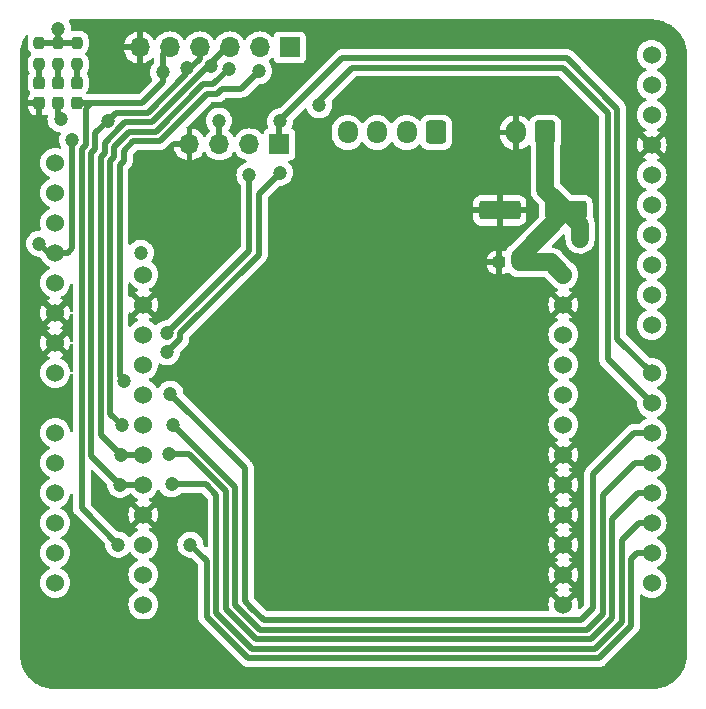
<source format=gbr>
%TF.GenerationSoftware,KiCad,Pcbnew,7.0.8-7.0.8~ubuntu22.04.1*%
%TF.CreationDate,2023-11-15T17:47:50+01:00*%
%TF.ProjectId,adapt_TMC2590,61646170-745f-4544-9d43-323539302e6b,rev?*%
%TF.SameCoordinates,Original*%
%TF.FileFunction,Copper,L1,Top*%
%TF.FilePolarity,Positive*%
%FSLAX46Y46*%
G04 Gerber Fmt 4.6, Leading zero omitted, Abs format (unit mm)*
G04 Created by KiCad (PCBNEW 7.0.8-7.0.8~ubuntu22.04.1) date 2023-11-15 17:47:50*
%MOMM*%
%LPD*%
G01*
G04 APERTURE LIST*
G04 Aperture macros list*
%AMRoundRect*
0 Rectangle with rounded corners*
0 $1 Rounding radius*
0 $2 $3 $4 $5 $6 $7 $8 $9 X,Y pos of 4 corners*
0 Add a 4 corners polygon primitive as box body*
4,1,4,$2,$3,$4,$5,$6,$7,$8,$9,$2,$3,0*
0 Add four circle primitives for the rounded corners*
1,1,$1+$1,$2,$3*
1,1,$1+$1,$4,$5*
1,1,$1+$1,$6,$7*
1,1,$1+$1,$8,$9*
0 Add four rect primitives between the rounded corners*
20,1,$1+$1,$2,$3,$4,$5,0*
20,1,$1+$1,$4,$5,$6,$7,0*
20,1,$1+$1,$6,$7,$8,$9,0*
20,1,$1+$1,$8,$9,$2,$3,0*%
G04 Aperture macros list end*
%TA.AperFunction,ComponentPad*%
%ADD10RoundRect,0.250000X0.600000X0.750000X-0.600000X0.750000X-0.600000X-0.750000X0.600000X-0.750000X0*%
%TD*%
%TA.AperFunction,ComponentPad*%
%ADD11O,1.700000X2.000000*%
%TD*%
%TA.AperFunction,ComponentPad*%
%ADD12C,1.524000*%
%TD*%
%TA.AperFunction,SMDPad,CuDef*%
%ADD13RoundRect,0.237500X-0.237500X0.250000X-0.237500X-0.250000X0.237500X-0.250000X0.237500X0.250000X0*%
%TD*%
%TA.AperFunction,ComponentPad*%
%ADD14R,1.700000X1.700000*%
%TD*%
%TA.AperFunction,ComponentPad*%
%ADD15O,1.700000X1.700000*%
%TD*%
%TA.AperFunction,ComponentPad*%
%ADD16RoundRect,0.250000X0.600000X0.725000X-0.600000X0.725000X-0.600000X-0.725000X0.600000X-0.725000X0*%
%TD*%
%TA.AperFunction,ComponentPad*%
%ADD17O,1.700000X1.950000*%
%TD*%
%TA.AperFunction,SMDPad,CuDef*%
%ADD18RoundRect,0.237500X0.237500X-0.287500X0.237500X0.287500X-0.237500X0.287500X-0.237500X-0.287500X0*%
%TD*%
%TA.AperFunction,SMDPad,CuDef*%
%ADD19RoundRect,0.237500X0.300000X0.237500X-0.300000X0.237500X-0.300000X-0.237500X0.300000X-0.237500X0*%
%TD*%
%TA.AperFunction,SMDPad,CuDef*%
%ADD20RoundRect,0.250000X1.500000X0.550000X-1.500000X0.550000X-1.500000X-0.550000X1.500000X-0.550000X0*%
%TD*%
%TA.AperFunction,ViaPad*%
%ADD21C,1.200000*%
%TD*%
%TA.AperFunction,Conductor*%
%ADD22C,0.500000*%
%TD*%
%TA.AperFunction,Conductor*%
%ADD23C,1.500000*%
%TD*%
G04 APERTURE END LIST*
D10*
%TO.P,J1,1,Pin_1*%
%TO.N,VS*%
X66250000Y-36000000D03*
D11*
%TO.P,J1,2,Pin_2*%
%TO.N,GND*%
X63750000Y-36000000D03*
%TD*%
D12*
%TO.P,U2,1,VCC_IO*%
%TO.N,+3.3V*%
X32220000Y-48030000D03*
%TO.P,U2,2,GND*%
%TO.N,GND*%
X32220000Y-50570000D03*
%TO.P,U2,3,DIR*%
%TO.N,/DIR*%
X32220000Y-53110000D03*
%TO.P,U2,4,STEP*%
%TO.N,/TIM1_STEP*%
X32220000Y-55650000D03*
%TO.P,U2,5,SDO*%
%TO.N,/SPI3_MISO*%
X32220000Y-58190000D03*
%TO.P,U2,6,SDI*%
%TO.N,/SPI3_MOSI*%
X32220000Y-60730000D03*
%TO.P,U2,7,SCK*%
%TO.N,/SPI3_SCK*%
X32220000Y-63270000D03*
%TO.P,U2,8,CSN*%
%TO.N,/CSN*%
X32220000Y-65810000D03*
%TO.P,U2,9,GND*%
%TO.N,GND*%
X32220000Y-68350000D03*
%TO.P,U2,10,DRV_ENN*%
%TO.N,/DRV_ENN*%
X32220000Y-70890000D03*
%TO.P,U2,11,CLK16*%
%TO.N,unconnected-(U2-CLK16-Pad11)*%
X32220000Y-73430000D03*
%TO.P,U2,12,SG_TST*%
%TO.N,unconnected-(U2-SG_TST-Pad12)*%
X32220000Y-75970000D03*
%TO.P,U2,13,GND*%
%TO.N,GND*%
X67780000Y-75970000D03*
%TO.P,U2,14,GND*%
X67780000Y-73430000D03*
%TO.P,U2,15,GND*%
X67780000Y-70890000D03*
%TO.P,U2,16,GND*%
X67780000Y-68350000D03*
%TO.P,U2,17,GND*%
X67780000Y-65810000D03*
%TO.P,U2,18,GND*%
X67780000Y-63270000D03*
%TO.P,U2,19,B2*%
%TO.N,Net-(J2-Pin_4)*%
X67780000Y-60730000D03*
%TO.P,U2,20,B1*%
%TO.N,Net-(J2-Pin_3)*%
X67780000Y-58190000D03*
%TO.P,U2,21,A2*%
%TO.N,Net-(J2-Pin_2)*%
X67780000Y-55650000D03*
%TO.P,U2,22,A1*%
%TO.N,Net-(J2-Pin_1)*%
X67780000Y-53110000D03*
%TO.P,U2,23,GND*%
%TO.N,GND*%
X67780000Y-50570000D03*
%TO.P,U2,24,VS*%
%TO.N,VS*%
X67780000Y-48030000D03*
%TD*%
%TO.P,U1,D10,PB8*%
%TO.N,unconnected-(U1-PB8-PadD10)*%
X75250000Y-29426000D03*
%TO.P,U1,D9,PB9*%
%TO.N,unconnected-(U1-PB9-PadD9)*%
X75250000Y-31966000D03*
%TO.P,U1,D8,AVDD*%
%TO.N,unconnected-(U1-AVDD-PadD8)*%
X75250000Y-34506000D03*
%TO.P,U1,D7,GND*%
%TO.N,GND*%
X75250000Y-37046000D03*
%TO.P,U1,D6,PA5*%
%TO.N,unconnected-(U1-PA5-PadD6)*%
X75250000Y-39586000D03*
%TO.P,U1,D5,PA6*%
%TO.N,unconnected-(U1-PA6-PadD5)*%
X75250000Y-42126000D03*
%TO.P,U1,D4,PA7*%
%TO.N,unconnected-(U1-PA7-PadD4)*%
X75250000Y-44666000D03*
%TO.P,U1,D3,PB6*%
%TO.N,unconnected-(U1-PB6-PadD3)*%
X75250000Y-47206000D03*
%TO.P,U1,D2,PC7*%
%TO.N,unconnected-(U1-PC7-PadD2)*%
X75250000Y-49746000D03*
%TO.P,U1,D1,PA9*%
%TO.N,unconnected-(U1-PA9-PadD1)*%
X75250000Y-52286000D03*
%TO.P,U1,C8,PA8*%
%TO.N,/TIM1_STEP*%
X75250000Y-56350000D03*
%TO.P,U1,C7,PB10*%
%TO.N,/DIR*%
X75250000Y-58890000D03*
%TO.P,U1,C6,PB4*%
%TO.N,/SPI3_MISO*%
X75250000Y-61430000D03*
%TO.P,U1,C5,PB5*%
%TO.N,/SPI3_MOSI*%
X75250000Y-63970000D03*
%TO.P,U1,C4,PB3*%
%TO.N,/SPI3_SCK*%
X75250000Y-66510000D03*
%TO.P,U1,C3,PA10*%
%TO.N,/CSN*%
X75250000Y-69050000D03*
%TO.P,U1,C2,PC4/PA2*%
%TO.N,/DRV_ENN*%
X75250000Y-71590000D03*
%TO.P,U1,C1,PC5/PA3*%
%TO.N,unconnected-(U1-PC5{slash}PA3-PadC1)*%
X75250000Y-74130000D03*
%TO.P,U1,B6,PC0/PA15*%
%TO.N,unconnected-(U1-PC0{slash}PA15-PadB6)*%
X24750000Y-74130000D03*
%TO.P,U1,B5,PC1/PB9*%
%TO.N,unconnected-(U1-PC1{slash}PB9-PadB5)*%
X24750000Y-71590000D03*
%TO.P,U1,B4,PB0*%
%TO.N,unconnected-(U1-PB0-PadB4)*%
X24750000Y-69050000D03*
%TO.P,U1,B3,PA4*%
%TO.N,unconnected-(U1-PA4-PadB3)*%
X24750000Y-66510000D03*
%TO.P,U1,B2,PA1*%
%TO.N,unconnected-(U1-PA1-PadB2)*%
X24750000Y-63970000D03*
%TO.P,U1,B1,PA0*%
%TO.N,unconnected-(U1-PA0-PadB1)*%
X24750000Y-61430000D03*
%TO.P,U1,A8,VIN*%
%TO.N,unconnected-(U1-VIN-PadA8)*%
X24750000Y-56350000D03*
%TO.P,U1,A7,GND*%
%TO.N,GND*%
X24750000Y-53810000D03*
%TO.P,U1,A6,GND*%
X24750000Y-51270000D03*
%TO.P,U1,A5,+5V*%
%TO.N,unconnected-(U1-+5V-PadA5)*%
X24750000Y-48730000D03*
%TO.P,U1,A4,+3V3*%
%TO.N,+3.3V*%
X24750000Y-46190000D03*
%TO.P,U1,A3,NRST*%
%TO.N,unconnected-(U1-NRST-PadA3)*%
X24750000Y-43650000D03*
%TO.P,U1,A2,IOREF*%
%TO.N,unconnected-(U1-IOREF-PadA2)*%
X24750000Y-41110000D03*
%TO.P,U1,A1,NC*%
%TO.N,unconnected-(U1-NC-PadA1)*%
X24750000Y-38570000D03*
%TD*%
D13*
%TO.P,R3,1*%
%TO.N,+3.3V*%
X26600000Y-28406250D03*
%TO.P,R3,2*%
%TO.N,Net-(D3-A)*%
X26600000Y-30231250D03*
%TD*%
%TO.P,R2,1*%
%TO.N,+3.3V*%
X25000000Y-28406250D03*
%TO.P,R2,2*%
%TO.N,Net-(D2-A)*%
X25000000Y-30231250D03*
%TD*%
%TO.P,R1,1*%
%TO.N,+3.3V*%
X23400000Y-28406250D03*
%TO.P,R1,2*%
%TO.N,Net-(D1-A)*%
X23400000Y-30231250D03*
%TD*%
D14*
%TO.P,J4,1,Pin_1*%
%TO.N,/TIM1_STEP*%
X43740000Y-37000000D03*
D15*
%TO.P,J4,2,Pin_2*%
%TO.N,/DIR*%
X41200000Y-37000000D03*
%TO.P,J4,3,Pin_3*%
%TO.N,/DRV_ENN*%
X38660000Y-37000000D03*
%TO.P,J4,4,Pin_4*%
%TO.N,GND*%
X36120000Y-37000000D03*
%TD*%
D14*
%TO.P,J3,1,Pin_1*%
%TO.N,/SPI3_MISO*%
X44600000Y-28800000D03*
D15*
%TO.P,J3,2,Pin_2*%
%TO.N,/SPI3_MOSI*%
X42060000Y-28800000D03*
%TO.P,J3,3,Pin_3*%
%TO.N,/SPI3_SCK*%
X39520000Y-28800000D03*
%TO.P,J3,4,Pin_4*%
%TO.N,/CSN*%
X36980000Y-28800000D03*
%TO.P,J3,5,Pin_5*%
%TO.N,/DRV_ENN*%
X34440000Y-28800000D03*
%TO.P,J3,6,Pin_6*%
%TO.N,GND*%
X31900000Y-28800000D03*
%TD*%
D16*
%TO.P,J2,1,Pin_1*%
%TO.N,Net-(J2-Pin_1)*%
X57000000Y-36000000D03*
D17*
%TO.P,J2,2,Pin_2*%
%TO.N,Net-(J2-Pin_2)*%
X54500000Y-36000000D03*
%TO.P,J2,3,Pin_3*%
%TO.N,Net-(J2-Pin_3)*%
X52000000Y-36000000D03*
%TO.P,J2,4,Pin_4*%
%TO.N,Net-(J2-Pin_4)*%
X49500000Y-36000000D03*
%TD*%
D18*
%TO.P,D3,1,K*%
%TO.N,/DRV_ENN*%
X26600000Y-33518750D03*
%TO.P,D3,2,A*%
%TO.N,Net-(D3-A)*%
X26600000Y-31768750D03*
%TD*%
%TO.P,D2,1,K*%
%TO.N,/CSN*%
X25000000Y-33518750D03*
%TO.P,D2,2,A*%
%TO.N,Net-(D2-A)*%
X25000000Y-31768750D03*
%TD*%
%TO.P,D1,1,K*%
%TO.N,GND*%
X23400000Y-33518750D03*
%TO.P,D1,2,A*%
%TO.N,Net-(D1-A)*%
X23400000Y-31768750D03*
%TD*%
D19*
%TO.P,C2,1*%
%TO.N,VS*%
X64062500Y-47000000D03*
%TO.P,C2,2*%
%TO.N,GND*%
X62337500Y-47000000D03*
%TD*%
D20*
%TO.P,C1,1*%
%TO.N,VS*%
X68000000Y-42600000D03*
%TO.P,C1,2*%
%TO.N,GND*%
X62400000Y-42600000D03*
%TD*%
D21*
%TO.N,GND*%
X69900000Y-35050000D03*
X69850000Y-49700000D03*
X40600000Y-34000000D03*
X32400000Y-39400000D03*
X34900000Y-49200000D03*
X64300000Y-50300000D03*
X70700000Y-59700000D03*
X64700000Y-63200000D03*
X58900000Y-42600000D03*
X60100000Y-44900000D03*
X60200000Y-40200000D03*
X71700000Y-28600000D03*
X24500000Y-80400000D03*
X35100000Y-73700000D03*
X37700000Y-80300000D03*
X74100000Y-80700000D03*
X65300000Y-75100000D03*
X43300000Y-74900000D03*
%TO.N,/TIM1_STEP*%
X43765993Y-35059647D03*
%TO.N,/DIR*%
X47100000Y-33700000D03*
%TO.N,/SPI3_MISO*%
X34500000Y-58100000D03*
%TO.N,GND*%
X34500000Y-68300000D03*
X30200000Y-68300000D03*
%TO.N,/DRV_ENN*%
X36200000Y-70900000D03*
%TO.N,/CSN*%
X34600000Y-65800000D03*
%TO.N,/SPI3_SCK*%
X34400000Y-63200000D03*
%TO.N,/SPI3_MOSI*%
X34730000Y-60730000D03*
%TO.N,/DIR*%
X34200000Y-53000000D03*
%TO.N,/TIM1_STEP*%
X34200000Y-54600000D03*
X43800000Y-39400000D03*
%TO.N,/DIR*%
X41200000Y-39600000D03*
%TO.N,VS*%
X69200000Y-45000000D03*
%TO.N,/SPI3_MISO*%
X30549500Y-57000000D03*
%TO.N,+3.3V*%
X23400000Y-45400000D03*
%TO.N,/SPI3_MISO*%
X42000000Y-30800000D03*
%TO.N,GND*%
X28400000Y-27800000D03*
X31400000Y-31800000D03*
%TO.N,+3.3V*%
X32000000Y-46200000D03*
%TO.N,/DRV_ENN*%
X30090000Y-70890000D03*
%TO.N,/CSN*%
X30235000Y-65810000D03*
%TO.N,/SPI3_SCK*%
X30295000Y-63270000D03*
%TO.N,/SPI3_MOSI*%
X30400000Y-60800000D03*
X39440492Y-30607143D03*
%TO.N,/DRV_ENN*%
X38600000Y-35000000D03*
%TO.N,/SPI3_SCK*%
X37963790Y-30346645D03*
%TO.N,/CSN*%
X35936508Y-30512726D03*
%TO.N,/DRV_ENN*%
X33900000Y-30900000D03*
%TO.N,/CSN*%
X29200000Y-35000000D03*
%TO.N,+3.3V*%
X26200000Y-36600000D03*
%TO.N,/CSN*%
X25199500Y-34858932D03*
%TO.N,GND*%
X22800000Y-36600000D03*
%TO.N,+3.3V*%
X25000000Y-27200000D03*
%TD*%
D22*
%TO.N,+3.3V*%
X24750000Y-46190000D02*
X24190000Y-46190000D01*
X24190000Y-46190000D02*
X23400000Y-45400000D01*
%TO.N,/DRV_ENN*%
X34440000Y-28800000D02*
X33900000Y-29340000D01*
X33900000Y-29340000D02*
X33900000Y-31700000D01*
X33900000Y-31700000D02*
X32081250Y-33518750D01*
X32081250Y-33518750D02*
X26600000Y-33518750D01*
%TO.N,/TIM1_STEP*%
X43740000Y-35033654D02*
X43765993Y-35059647D01*
%TO.N,/DIR*%
X47100000Y-33300000D02*
X49900000Y-30500000D01*
X47100000Y-33700000D02*
X47100000Y-33300000D01*
X49900000Y-30500000D02*
X67731371Y-30500000D01*
X67731371Y-30500000D02*
X71550000Y-34318630D01*
X71550000Y-34318630D02*
X71550000Y-45200000D01*
%TO.N,/TIM1_STEP*%
X75250000Y-56350000D02*
X72350000Y-53450000D01*
X72350000Y-53450000D02*
X72350000Y-33987260D01*
X72350000Y-33987260D02*
X68062742Y-29700000D01*
X68062742Y-29700000D02*
X49073654Y-29700000D01*
X49073654Y-29700000D02*
X43740000Y-35033654D01*
X43740000Y-35033654D02*
X43740000Y-37000000D01*
%TO.N,/SPI3_MISO*%
X40800000Y-72700000D02*
X40800000Y-64400000D01*
X42425480Y-77300000D02*
X41362740Y-76237260D01*
X68000000Y-77300000D02*
X42425480Y-77300000D01*
X41362740Y-76237260D02*
X40800000Y-75674520D01*
X40800000Y-64400000D02*
X34500000Y-58100000D01*
X40800000Y-75674520D02*
X40800000Y-72700000D01*
X70300000Y-76300000D02*
X69300000Y-77300000D01*
X70300000Y-75800000D02*
X70300000Y-76300000D01*
X70300000Y-68400000D02*
X70300000Y-68700000D01*
X70300000Y-64900000D02*
X70300000Y-68400000D01*
X69300000Y-77300000D02*
X68000000Y-77300000D01*
X70300000Y-68400000D02*
X70300000Y-75800000D01*
X75250000Y-61430000D02*
X73770000Y-61430000D01*
X73770000Y-61430000D02*
X70300000Y-64900000D01*
%TO.N,/SPI3_MOSI*%
X34730000Y-60730000D02*
X40000000Y-66000000D01*
X71100000Y-66700000D02*
X73830000Y-63970000D01*
X40000000Y-66000000D02*
X40000000Y-76005890D01*
X40000000Y-76005890D02*
X42094110Y-78100000D01*
X42094110Y-78100000D02*
X69805890Y-78100000D01*
X69805890Y-78100000D02*
X71100000Y-76805890D01*
X71100000Y-76805890D02*
X71100000Y-66700000D01*
X73830000Y-63970000D02*
X75250000Y-63970000D01*
%TO.N,/CSN*%
X75250000Y-69050000D02*
X74150000Y-69050000D01*
X37537260Y-65800000D02*
X34600000Y-65800000D01*
X74150000Y-69050000D02*
X72700000Y-70500000D01*
X72700000Y-70500000D02*
X72700000Y-77468630D01*
X72700000Y-77468630D02*
X70468630Y-79700000D01*
X70468630Y-79700000D02*
X41431370Y-79700000D01*
X41431370Y-79700000D02*
X38400000Y-76668630D01*
X38400000Y-76668630D02*
X38400000Y-66662740D01*
X38400000Y-66662740D02*
X37537260Y-65800000D01*
%TO.N,/SPI3_SCK*%
X75250000Y-66510000D02*
X74090000Y-66510000D01*
X74090000Y-66510000D02*
X71900000Y-68700000D01*
X71900000Y-68700000D02*
X71900000Y-77137260D01*
X71900000Y-77137260D02*
X70137260Y-78900000D01*
X70137260Y-78900000D02*
X41762740Y-78900000D01*
X41762740Y-78900000D02*
X39200000Y-76337260D01*
X39200000Y-76337260D02*
X39200000Y-66331370D01*
X39200000Y-66331370D02*
X36068630Y-63200000D01*
X36068630Y-63200000D02*
X34400000Y-63200000D01*
%TO.N,/DRV_ENN*%
X75250000Y-71590000D02*
X74010000Y-71590000D01*
X74010000Y-71590000D02*
X73500000Y-72100000D01*
X73500000Y-72100000D02*
X73500000Y-77800000D01*
X73500000Y-77800000D02*
X70800000Y-80500000D01*
X70800000Y-80500000D02*
X41100000Y-80500000D01*
X41100000Y-80500000D02*
X37600000Y-77000000D01*
X37600000Y-77000000D02*
X37600000Y-72300000D01*
X37600000Y-72300000D02*
X36200000Y-70900000D01*
%TO.N,/DIR*%
X71550000Y-45200000D02*
X71550000Y-45400000D01*
X71550000Y-55190000D02*
X71550000Y-54350000D01*
X75250000Y-58890000D02*
X71550000Y-55190000D01*
X71550000Y-54350000D02*
X71550000Y-45200000D01*
%TO.N,/TIM1_STEP*%
X34200000Y-54600000D02*
X34226346Y-54600000D01*
X34226346Y-54600000D02*
X35350000Y-53476346D01*
X35350000Y-53476346D02*
X35350000Y-52981370D01*
X42000000Y-41200000D02*
X43800000Y-39400000D01*
X35350000Y-52981370D02*
X42000000Y-46331370D01*
X42000000Y-46331370D02*
X42000000Y-41200000D01*
%TO.N,/DIR*%
X34200000Y-53000000D02*
X41200000Y-46000000D01*
X41200000Y-46000000D02*
X41200000Y-39600000D01*
D23*
%TO.N,VS*%
X69200000Y-43800000D02*
X68000000Y-42600000D01*
X69200000Y-45000000D02*
X69200000Y-43800000D01*
X64062500Y-47000000D02*
X66750000Y-47000000D01*
X66750000Y-47000000D02*
X67780000Y-48030000D01*
X68000000Y-42600000D02*
X64062500Y-46537500D01*
X64062500Y-46537500D02*
X64062500Y-47000000D01*
X66250000Y-36000000D02*
X66250000Y-40850000D01*
X66250000Y-40850000D02*
X68000000Y-42600000D01*
D22*
%TO.N,/SPI3_MISO*%
X30200000Y-56650500D02*
X30549500Y-57000000D01*
X30200000Y-44975000D02*
X30200000Y-56650500D01*
X42000000Y-30800000D02*
X40510497Y-32289503D01*
X38475884Y-32703122D02*
X37634492Y-32703122D01*
X30550000Y-37539087D02*
X30550000Y-38401827D01*
X40510497Y-32289503D02*
X38889503Y-32289503D01*
X38889503Y-32289503D02*
X38475884Y-32703122D01*
X37634492Y-32703122D02*
X33618864Y-36718750D01*
X33618864Y-36718750D02*
X31370337Y-36718750D01*
X30550000Y-38401827D02*
X30200000Y-38751827D01*
X31370337Y-36718750D02*
X30550000Y-37539087D01*
X30200000Y-38751827D02*
X30200000Y-44975000D01*
%TO.N,/SPI3_MOSI*%
X39440492Y-30607143D02*
X38144513Y-31903122D01*
X31038967Y-35918750D02*
X29750000Y-37207716D01*
X38144513Y-31903122D02*
X37303122Y-31903122D01*
X29400000Y-59800000D02*
X30400000Y-60800000D01*
X37303122Y-31903122D02*
X33287493Y-35918750D01*
X33287493Y-35918750D02*
X31038967Y-35918750D01*
X29750000Y-37207716D02*
X29750000Y-38070457D01*
X29750000Y-38070457D02*
X29400000Y-38420457D01*
X29400000Y-38420457D02*
X29400000Y-59800000D01*
%TO.N,/SPI3_SCK*%
X38437437Y-29637437D02*
X32956123Y-35118750D01*
X32956123Y-35118750D02*
X30681250Y-35118750D01*
X30681250Y-35118750D02*
X30350000Y-35450000D01*
X30350000Y-35450000D02*
X30350000Y-35476346D01*
X30350000Y-35476346D02*
X28950000Y-36876346D01*
X28950000Y-36876346D02*
X28950000Y-37739086D01*
X28950000Y-37739086D02*
X28600000Y-38089086D01*
X28600000Y-38089086D02*
X28600000Y-61575000D01*
X28600000Y-61575000D02*
X30295000Y-63270000D01*
%TO.N,/CSN*%
X29200000Y-35000000D02*
X28150000Y-36050000D01*
X28150000Y-36050000D02*
X28150000Y-37407716D01*
X28150000Y-37407716D02*
X27800000Y-37757716D01*
X27800000Y-37757716D02*
X27800000Y-63375000D01*
X27800000Y-63375000D02*
X30235000Y-65810000D01*
%TO.N,/DRV_ENN*%
X27800000Y-33518750D02*
X27350000Y-33968750D01*
X27350000Y-33968750D02*
X27350000Y-37076346D01*
X27000000Y-67800000D02*
X30090000Y-70890000D01*
X27350000Y-37076346D02*
X27000000Y-37426346D01*
X27000000Y-37426346D02*
X27000000Y-67800000D01*
%TO.N,+3.3V*%
X26200000Y-45790000D02*
X25800000Y-46190000D01*
X25800000Y-46190000D02*
X24750000Y-46190000D01*
X26200000Y-45790000D02*
X26200000Y-36600000D01*
%TO.N,GND*%
X22800000Y-36600000D02*
X23400000Y-36000000D01*
X23400000Y-36000000D02*
X23400000Y-33518750D01*
X31400000Y-31800000D02*
X31900000Y-31300000D01*
X31900000Y-31300000D02*
X31900000Y-28800000D01*
X31900000Y-28800000D02*
X29400000Y-28800000D01*
X29400000Y-28800000D02*
X28400000Y-27800000D01*
%TO.N,/DRV_ENN*%
X38660000Y-35060000D02*
X38660000Y-37000000D01*
X38600000Y-35000000D02*
X38660000Y-35060000D01*
%TO.N,/SPI3_SCK*%
X38437437Y-29637437D02*
X37963790Y-30111084D01*
X37963790Y-30111084D02*
X37963790Y-30346645D01*
X39274873Y-28800000D02*
X38437437Y-29637437D01*
%TO.N,/CSN*%
X35866039Y-31077464D02*
X35866039Y-30583195D01*
X35866039Y-30583195D02*
X35936508Y-30512726D01*
%TO.N,/SPI3_SCK*%
X39520000Y-28800000D02*
X39274873Y-28800000D01*
X30295000Y-63270000D02*
X32220000Y-63270000D01*
%TO.N,/CSN*%
X29881250Y-34318750D02*
X29200000Y-35000000D01*
X36980000Y-28800000D02*
X36980000Y-29752078D01*
X35866039Y-30866039D02*
X35866039Y-31077464D01*
X36980000Y-29752078D02*
X35866039Y-30866039D01*
X35866039Y-31077464D02*
X32624753Y-34318750D01*
X32624753Y-34318750D02*
X29881250Y-34318750D01*
X30235000Y-65810000D02*
X32220000Y-65810000D01*
X25000000Y-33518750D02*
X25000000Y-34659432D01*
X25000000Y-34659432D02*
X25199500Y-34858932D01*
%TO.N,+3.3V*%
X25000000Y-28406250D02*
X25000000Y-27200000D01*
X25000000Y-28406250D02*
X26600000Y-28406250D01*
X23400000Y-28406250D02*
X25000000Y-28406250D01*
%TO.N,/CSN*%
X25000000Y-35000000D02*
X25000000Y-33518750D01*
%TO.N,Net-(D3-A)*%
X26600000Y-31768750D02*
X26600000Y-30231250D01*
%TO.N,Net-(D2-A)*%
X25000000Y-31768750D02*
X25000000Y-30231250D01*
%TO.N,Net-(D1-A)*%
X23400000Y-30231250D02*
X23400000Y-31768750D01*
%TD*%
%TA.AperFunction,Conductor*%
%TO.N,GND*%
G36*
X75251619Y-26420584D02*
G01*
X75383628Y-26427503D01*
X75567027Y-26437803D01*
X75573212Y-26438465D01*
X75725647Y-26462608D01*
X75888194Y-26490226D01*
X75893811Y-26491453D01*
X76046693Y-26532418D01*
X76121103Y-26553855D01*
X76201724Y-26577082D01*
X76206759Y-26578769D01*
X76356183Y-26636127D01*
X76504007Y-26697358D01*
X76508412Y-26699388D01*
X76571220Y-26731391D01*
X76651921Y-26772511D01*
X76727428Y-26814241D01*
X76791480Y-26849641D01*
X76795215Y-26851882D01*
X76869487Y-26900115D01*
X76930872Y-26939980D01*
X77011118Y-26996917D01*
X77060764Y-27032142D01*
X77063886Y-27034510D01*
X77188748Y-27135621D01*
X77191034Y-27137567D01*
X77308721Y-27242738D01*
X77311248Y-27245128D01*
X77424870Y-27358750D01*
X77427260Y-27361277D01*
X77532431Y-27478964D01*
X77534383Y-27481258D01*
X77609006Y-27573410D01*
X77635480Y-27606102D01*
X77637862Y-27609243D01*
X77730019Y-27739127D01*
X77783758Y-27821875D01*
X77818106Y-27874767D01*
X77820364Y-27878531D01*
X77897488Y-28018078D01*
X77970604Y-28161575D01*
X77972643Y-28165997D01*
X78033877Y-28313829D01*
X78091221Y-28463217D01*
X78092916Y-28468273D01*
X78137579Y-28623297D01*
X78178541Y-28776171D01*
X78179778Y-28781835D01*
X78198248Y-28890534D01*
X78200000Y-28911306D01*
X78200000Y-80638692D01*
X78198248Y-80659464D01*
X78179778Y-80768163D01*
X78178541Y-80773826D01*
X78137579Y-80926702D01*
X78092916Y-81081725D01*
X78091221Y-81086781D01*
X78033877Y-81236170D01*
X77972643Y-81384001D01*
X77970604Y-81388423D01*
X77897488Y-81531921D01*
X77820364Y-81671467D01*
X77818097Y-81675246D01*
X77730019Y-81810872D01*
X77637862Y-81940755D01*
X77635480Y-81943896D01*
X77534385Y-82068738D01*
X77532431Y-82071034D01*
X77427260Y-82188721D01*
X77424870Y-82191248D01*
X77311248Y-82304870D01*
X77308721Y-82307260D01*
X77191034Y-82412431D01*
X77188738Y-82414385D01*
X77063896Y-82515480D01*
X77060755Y-82517862D01*
X76930872Y-82610019D01*
X76795246Y-82698097D01*
X76791467Y-82700364D01*
X76651921Y-82777488D01*
X76508423Y-82850604D01*
X76504001Y-82852643D01*
X76356170Y-82913877D01*
X76206781Y-82971221D01*
X76201725Y-82972916D01*
X76046702Y-83017579D01*
X75893827Y-83058541D01*
X75888163Y-83059778D01*
X75725630Y-83087394D01*
X75573240Y-83111530D01*
X75567013Y-83112196D01*
X75383382Y-83122509D01*
X75251622Y-83129415D01*
X75248376Y-83129500D01*
X24751624Y-83129500D01*
X24748378Y-83129415D01*
X24616617Y-83122509D01*
X24432985Y-83112196D01*
X24426758Y-83111530D01*
X24274369Y-83087394D01*
X24111835Y-83059778D01*
X24106171Y-83058541D01*
X23953297Y-83017579D01*
X23798273Y-82972916D01*
X23793217Y-82971221D01*
X23643829Y-82913877D01*
X23495997Y-82852643D01*
X23491575Y-82850604D01*
X23348078Y-82777488D01*
X23208531Y-82700364D01*
X23204767Y-82698106D01*
X23151875Y-82663758D01*
X23069127Y-82610019D01*
X22939243Y-82517862D01*
X22936102Y-82515480D01*
X22811260Y-82414385D01*
X22808964Y-82412431D01*
X22691277Y-82307260D01*
X22688750Y-82304870D01*
X22575128Y-82191248D01*
X22572738Y-82188721D01*
X22467567Y-82071034D01*
X22465613Y-82068738D01*
X22426848Y-82020867D01*
X22364510Y-81943886D01*
X22362136Y-81940755D01*
X22269980Y-81810872D01*
X22237406Y-81760715D01*
X22181882Y-81675215D01*
X22179641Y-81671480D01*
X22144241Y-81607428D01*
X22102511Y-81531921D01*
X22062899Y-81454180D01*
X22029388Y-81388412D01*
X22027358Y-81384007D01*
X21966122Y-81236170D01*
X21908769Y-81086759D01*
X21907082Y-81081724D01*
X21883326Y-80999266D01*
X21862414Y-80926679D01*
X21857316Y-80907652D01*
X21821454Y-80773816D01*
X21820222Y-80768173D01*
X21792607Y-80605643D01*
X21792320Y-80603830D01*
X21790791Y-80584863D01*
X21750500Y-69142000D01*
X21750500Y-33768750D01*
X22425001Y-33768750D01*
X22425001Y-33855404D01*
X22435319Y-33956402D01*
X22489546Y-34120050D01*
X22489551Y-34120061D01*
X22580052Y-34266784D01*
X22580055Y-34266788D01*
X22701961Y-34388694D01*
X22701965Y-34388697D01*
X22848688Y-34479198D01*
X22848699Y-34479203D01*
X23012347Y-34533430D01*
X23113352Y-34543749D01*
X23150000Y-34543749D01*
X23150000Y-33768750D01*
X22425001Y-33768750D01*
X21750500Y-33768750D01*
X21750500Y-29421622D01*
X21750585Y-29418376D01*
X21751211Y-29406431D01*
X21757497Y-29286486D01*
X21767803Y-29102968D01*
X21768464Y-29096791D01*
X21792611Y-28944331D01*
X21820227Y-28781796D01*
X21821451Y-28776196D01*
X21862425Y-28623279D01*
X21907083Y-28468268D01*
X21908764Y-28463254D01*
X21966123Y-28313827D01*
X22027371Y-28165962D01*
X22029387Y-28161588D01*
X22102500Y-28018097D01*
X22151784Y-27928926D01*
X22179656Y-27878494D01*
X22181880Y-27874788D01*
X22262374Y-27750837D01*
X22315394Y-27705337D01*
X22384599Y-27695724D01*
X22448016Y-27725051D01*
X22485509Y-27784009D01*
X22485176Y-27853878D01*
X22484073Y-27857380D01*
X22434826Y-28005997D01*
X22434825Y-28005998D01*
X22424500Y-28107065D01*
X22424500Y-28705419D01*
X22424501Y-28705437D01*
X22434825Y-28806502D01*
X22456493Y-28871889D01*
X22488078Y-28967207D01*
X22489092Y-28970265D01*
X22489093Y-28970268D01*
X22520676Y-29021471D01*
X22579307Y-29116528D01*
X22579661Y-29117101D01*
X22693629Y-29231069D01*
X22727114Y-29292392D01*
X22722130Y-29362084D01*
X22693629Y-29406431D01*
X22579661Y-29520398D01*
X22489093Y-29667231D01*
X22489091Y-29667236D01*
X22478939Y-29697873D01*
X22434826Y-29830997D01*
X22434826Y-29830998D01*
X22434825Y-29830998D01*
X22424500Y-29932065D01*
X22424500Y-30530419D01*
X22424501Y-30530437D01*
X22434825Y-30631502D01*
X22489092Y-30795265D01*
X22489093Y-30795268D01*
X22498319Y-30810226D01*
X22561211Y-30912190D01*
X22563656Y-30916153D01*
X22582096Y-30983546D01*
X22563656Y-31046347D01*
X22489093Y-31167231D01*
X22489091Y-31167236D01*
X22461719Y-31249838D01*
X22434826Y-31330997D01*
X22434826Y-31330998D01*
X22434825Y-31330998D01*
X22424500Y-31432065D01*
X22424500Y-32105419D01*
X22424501Y-32105437D01*
X22434825Y-32206502D01*
X22489092Y-32370265D01*
X22489093Y-32370268D01*
X22579661Y-32517101D01*
X22618982Y-32556422D01*
X22652467Y-32617745D01*
X22647483Y-32687437D01*
X22618983Y-32731783D01*
X22580055Y-32770711D01*
X22580052Y-32770715D01*
X22489551Y-32917438D01*
X22489546Y-32917449D01*
X22435319Y-33081097D01*
X22425000Y-33182095D01*
X22425000Y-33268750D01*
X23526000Y-33268750D01*
X23593039Y-33288435D01*
X23638794Y-33341239D01*
X23650000Y-33392750D01*
X23650000Y-34543749D01*
X23686640Y-34543749D01*
X23686654Y-34543748D01*
X23787652Y-34533430D01*
X23958158Y-34476931D01*
X23958688Y-34478531D01*
X24018943Y-34469377D01*
X24082728Y-34497894D01*
X24120970Y-34556369D01*
X24121543Y-34626184D01*
X24113102Y-34655850D01*
X24094285Y-34858931D01*
X24094285Y-34858932D01*
X24113102Y-35062014D01*
X24168917Y-35258179D01*
X24168922Y-35258192D01*
X24259827Y-35440753D01*
X24382737Y-35603513D01*
X24533458Y-35740912D01*
X24533460Y-35740914D01*
X24632641Y-35802324D01*
X24706863Y-35848280D01*
X24897044Y-35921956D01*
X25097524Y-35959432D01*
X25097541Y-35959432D01*
X25100858Y-35959740D01*
X25102356Y-35960334D01*
X25103159Y-35960485D01*
X25103129Y-35960641D01*
X25165796Y-35985524D01*
X25206486Y-36042322D01*
X25210009Y-36112103D01*
X25200422Y-36138483D01*
X25169424Y-36200734D01*
X25169417Y-36200752D01*
X25113602Y-36396917D01*
X25094785Y-36599999D01*
X25094785Y-36600000D01*
X25113602Y-36803082D01*
X25169417Y-36999247D01*
X25169422Y-36999260D01*
X25262882Y-37186952D01*
X25260399Y-37188188D01*
X25275903Y-37244229D01*
X25255168Y-37310951D01*
X25201652Y-37355871D01*
X25132346Y-37364728D01*
X25119825Y-37362057D01*
X24970073Y-37321931D01*
X24970069Y-37321930D01*
X24970068Y-37321930D01*
X24970067Y-37321929D01*
X24970062Y-37321929D01*
X24750002Y-37302677D01*
X24749998Y-37302677D01*
X24529937Y-37321929D01*
X24529929Y-37321930D01*
X24316554Y-37379104D01*
X24316548Y-37379107D01*
X24116340Y-37472465D01*
X24116338Y-37472466D01*
X23935377Y-37599175D01*
X23779175Y-37755377D01*
X23652466Y-37936338D01*
X23652465Y-37936340D01*
X23559107Y-38136548D01*
X23559104Y-38136554D01*
X23501930Y-38349929D01*
X23501929Y-38349937D01*
X23482677Y-38569997D01*
X23482677Y-38570002D01*
X23501929Y-38790062D01*
X23501930Y-38790070D01*
X23559104Y-39003445D01*
X23559105Y-39003447D01*
X23559106Y-39003450D01*
X23610683Y-39114057D01*
X23652466Y-39203662D01*
X23652468Y-39203666D01*
X23779170Y-39384615D01*
X23779175Y-39384621D01*
X23935378Y-39540824D01*
X23935384Y-39540829D01*
X24116333Y-39667531D01*
X24116335Y-39667532D01*
X24116338Y-39667534D01*
X24235748Y-39723215D01*
X24245189Y-39727618D01*
X24297628Y-39773790D01*
X24316780Y-39840984D01*
X24296564Y-39907865D01*
X24245189Y-39952382D01*
X24116340Y-40012465D01*
X24116338Y-40012466D01*
X23935377Y-40139175D01*
X23779175Y-40295377D01*
X23652466Y-40476338D01*
X23652465Y-40476340D01*
X23559107Y-40676548D01*
X23559104Y-40676554D01*
X23501930Y-40889929D01*
X23501929Y-40889937D01*
X23482677Y-41109997D01*
X23482677Y-41110002D01*
X23501929Y-41330062D01*
X23501930Y-41330070D01*
X23559104Y-41543445D01*
X23559105Y-41543447D01*
X23559106Y-41543450D01*
X23646406Y-41730666D01*
X23652466Y-41743662D01*
X23652468Y-41743666D01*
X23779170Y-41924615D01*
X23779175Y-41924621D01*
X23935378Y-42080824D01*
X23935384Y-42080829D01*
X24116333Y-42207531D01*
X24116335Y-42207532D01*
X24116338Y-42207534D01*
X24235748Y-42263215D01*
X24245189Y-42267618D01*
X24297628Y-42313790D01*
X24316780Y-42380984D01*
X24296564Y-42447865D01*
X24245189Y-42492382D01*
X24116340Y-42552465D01*
X24116338Y-42552466D01*
X23935377Y-42679175D01*
X23779175Y-42835377D01*
X23652466Y-43016338D01*
X23652465Y-43016340D01*
X23559107Y-43216548D01*
X23559104Y-43216554D01*
X23501930Y-43429929D01*
X23501929Y-43429937D01*
X23482677Y-43649997D01*
X23482677Y-43650002D01*
X23501929Y-43870062D01*
X23501930Y-43870070D01*
X23559104Y-44083445D01*
X23559105Y-44083447D01*
X23559106Y-44083450D01*
X23577593Y-44123095D01*
X23588085Y-44192173D01*
X23559565Y-44255957D01*
X23501089Y-44294196D01*
X23465211Y-44299500D01*
X23298024Y-44299500D01*
X23097544Y-44336976D01*
X23097541Y-44336976D01*
X23097541Y-44336977D01*
X22907364Y-44410651D01*
X22907357Y-44410655D01*
X22733960Y-44518017D01*
X22733958Y-44518019D01*
X22583237Y-44655418D01*
X22460327Y-44818178D01*
X22369422Y-45000739D01*
X22369417Y-45000752D01*
X22313602Y-45196917D01*
X22294785Y-45399999D01*
X22294785Y-45400000D01*
X22313602Y-45603082D01*
X22369417Y-45799247D01*
X22369422Y-45799260D01*
X22460327Y-45981821D01*
X22583237Y-46144581D01*
X22733958Y-46281980D01*
X22733960Y-46281982D01*
X22766234Y-46301965D01*
X22907363Y-46389348D01*
X23097544Y-46463024D01*
X23298024Y-46500500D01*
X23387770Y-46500500D01*
X23454809Y-46520185D01*
X23475451Y-46536819D01*
X23541044Y-46602412D01*
X23565745Y-46637688D01*
X23652466Y-46823662D01*
X23652468Y-46823666D01*
X23779170Y-47004615D01*
X23779175Y-47004621D01*
X23935378Y-47160824D01*
X23935384Y-47160829D01*
X24116333Y-47287531D01*
X24116335Y-47287532D01*
X24116338Y-47287534D01*
X24226862Y-47339072D01*
X24245189Y-47347618D01*
X24297628Y-47393790D01*
X24316780Y-47460984D01*
X24296564Y-47527865D01*
X24245189Y-47572382D01*
X24116340Y-47632465D01*
X24116338Y-47632466D01*
X23935377Y-47759175D01*
X23779175Y-47915377D01*
X23652466Y-48096338D01*
X23652465Y-48096340D01*
X23559107Y-48296548D01*
X23559104Y-48296554D01*
X23501930Y-48509929D01*
X23501929Y-48509937D01*
X23482677Y-48729997D01*
X23482677Y-48730002D01*
X23501929Y-48950062D01*
X23501930Y-48950070D01*
X23559104Y-49163445D01*
X23559105Y-49163447D01*
X23559106Y-49163450D01*
X23623368Y-49301260D01*
X23652466Y-49363662D01*
X23652468Y-49363666D01*
X23779170Y-49544615D01*
X23779175Y-49544621D01*
X23935378Y-49700824D01*
X23935384Y-49700829D01*
X24116333Y-49827531D01*
X24116335Y-49827532D01*
X24116338Y-49827534D01*
X24211291Y-49871811D01*
X24245781Y-49887894D01*
X24298220Y-49934066D01*
X24317372Y-50001260D01*
X24297156Y-50068141D01*
X24245781Y-50112658D01*
X24116586Y-50172903D01*
X24051812Y-50218257D01*
X24051811Y-50218258D01*
X24722554Y-50889000D01*
X24718431Y-50889000D01*
X24624579Y-50904661D01*
X24512749Y-50965180D01*
X24426629Y-51058731D01*
X24375552Y-51175177D01*
X24369894Y-51243447D01*
X23698258Y-50571811D01*
X23698257Y-50571812D01*
X23652903Y-50636586D01*
X23559579Y-50836720D01*
X23559575Y-50836729D01*
X23502426Y-51050013D01*
X23502424Y-51050023D01*
X23483179Y-51269999D01*
X23483179Y-51270000D01*
X23502424Y-51489976D01*
X23502426Y-51489986D01*
X23559575Y-51703270D01*
X23559580Y-51703284D01*
X23652899Y-51903407D01*
X23652900Y-51903409D01*
X23698258Y-51968187D01*
X24365096Y-51301349D01*
X24365051Y-51301898D01*
X24396266Y-51425162D01*
X24465813Y-51531612D01*
X24566157Y-51609713D01*
X24686422Y-51651000D01*
X24722553Y-51651000D01*
X24051811Y-52321741D01*
X24116582Y-52367094D01*
X24116588Y-52367098D01*
X24246373Y-52427618D01*
X24298812Y-52473790D01*
X24317964Y-52540984D01*
X24297748Y-52607865D01*
X24246373Y-52652382D01*
X24116586Y-52712903D01*
X24051812Y-52758257D01*
X24051811Y-52758258D01*
X24722554Y-53429000D01*
X24718431Y-53429000D01*
X24624579Y-53444661D01*
X24512749Y-53505180D01*
X24426629Y-53598731D01*
X24375552Y-53715177D01*
X24369894Y-53783447D01*
X23698258Y-53111811D01*
X23698257Y-53111812D01*
X23652903Y-53176586D01*
X23559579Y-53376720D01*
X23559575Y-53376729D01*
X23502426Y-53590013D01*
X23502424Y-53590023D01*
X23483179Y-53809999D01*
X23483179Y-53810000D01*
X23502424Y-54029976D01*
X23502426Y-54029986D01*
X23559575Y-54243270D01*
X23559580Y-54243284D01*
X23652899Y-54443407D01*
X23652900Y-54443409D01*
X23698258Y-54508187D01*
X24365096Y-53841349D01*
X24365051Y-53841898D01*
X24396266Y-53965162D01*
X24465813Y-54071612D01*
X24566157Y-54149713D01*
X24686422Y-54191000D01*
X24722553Y-54191000D01*
X24051811Y-54861741D01*
X24116582Y-54907094D01*
X24116588Y-54907098D01*
X24245781Y-54967342D01*
X24298220Y-55013514D01*
X24317372Y-55080708D01*
X24297156Y-55147589D01*
X24245781Y-55192106D01*
X24116340Y-55252465D01*
X24116338Y-55252466D01*
X23935377Y-55379175D01*
X23779175Y-55535377D01*
X23652466Y-55716338D01*
X23652465Y-55716340D01*
X23559107Y-55916548D01*
X23559104Y-55916554D01*
X23501930Y-56129929D01*
X23501929Y-56129937D01*
X23482677Y-56349997D01*
X23482677Y-56350002D01*
X23501929Y-56570062D01*
X23501930Y-56570070D01*
X23559104Y-56783445D01*
X23559105Y-56783447D01*
X23559106Y-56783450D01*
X23633006Y-56941930D01*
X23652466Y-56983662D01*
X23652468Y-56983666D01*
X23779170Y-57164615D01*
X23779175Y-57164621D01*
X23935378Y-57320824D01*
X23935384Y-57320829D01*
X24116333Y-57447531D01*
X24116335Y-57447532D01*
X24116338Y-57447534D01*
X24316550Y-57540894D01*
X24529932Y-57598070D01*
X24687123Y-57611822D01*
X24749998Y-57617323D01*
X24750000Y-57617323D01*
X24750002Y-57617323D01*
X24805017Y-57612509D01*
X24970068Y-57598070D01*
X25183450Y-57540894D01*
X25383662Y-57447534D01*
X25564620Y-57320826D01*
X25720826Y-57164620D01*
X25847534Y-56983662D01*
X25940894Y-56783450D01*
X25998070Y-56570068D01*
X26001972Y-56525465D01*
X26027424Y-56460397D01*
X26084015Y-56419418D01*
X26153777Y-56415540D01*
X26214561Y-56449994D01*
X26247069Y-56511840D01*
X26249500Y-56536273D01*
X26249500Y-61243726D01*
X26229815Y-61310765D01*
X26177011Y-61356520D01*
X26107853Y-61366464D01*
X26044297Y-61337439D01*
X26006523Y-61278661D01*
X26001972Y-61254533D01*
X26001881Y-61253499D01*
X25998070Y-61209932D01*
X25940894Y-60996550D01*
X25847534Y-60796339D01*
X25765558Y-60679264D01*
X25720827Y-60615381D01*
X25720823Y-60615377D01*
X25564620Y-60459174D01*
X25564616Y-60459171D01*
X25564615Y-60459170D01*
X25383666Y-60332468D01*
X25383662Y-60332466D01*
X25379958Y-60330739D01*
X25183450Y-60239106D01*
X25183447Y-60239105D01*
X25183445Y-60239104D01*
X24970070Y-60181930D01*
X24970062Y-60181929D01*
X24750002Y-60162677D01*
X24749998Y-60162677D01*
X24529937Y-60181929D01*
X24529929Y-60181930D01*
X24316554Y-60239104D01*
X24316548Y-60239107D01*
X24116340Y-60332465D01*
X24116338Y-60332466D01*
X23935377Y-60459175D01*
X23779175Y-60615377D01*
X23652466Y-60796338D01*
X23652465Y-60796340D01*
X23559107Y-60996548D01*
X23559104Y-60996554D01*
X23501930Y-61209929D01*
X23501929Y-61209937D01*
X23482677Y-61429997D01*
X23482677Y-61430002D01*
X23501929Y-61650062D01*
X23501930Y-61650070D01*
X23559104Y-61863445D01*
X23559105Y-61863447D01*
X23559106Y-61863450D01*
X23631464Y-62018622D01*
X23652466Y-62063662D01*
X23652468Y-62063666D01*
X23779170Y-62244615D01*
X23779175Y-62244621D01*
X23935378Y-62400824D01*
X23935384Y-62400829D01*
X24116333Y-62527531D01*
X24116335Y-62527532D01*
X24116338Y-62527534D01*
X24211291Y-62571811D01*
X24245189Y-62587618D01*
X24297628Y-62633790D01*
X24316780Y-62700984D01*
X24296564Y-62767865D01*
X24245189Y-62812382D01*
X24116340Y-62872465D01*
X24116338Y-62872466D01*
X23935377Y-62999175D01*
X23779175Y-63155377D01*
X23652466Y-63336338D01*
X23652465Y-63336340D01*
X23559107Y-63536548D01*
X23559104Y-63536554D01*
X23501930Y-63749929D01*
X23501929Y-63749937D01*
X23482677Y-63969997D01*
X23482677Y-63970002D01*
X23501929Y-64190062D01*
X23501930Y-64190070D01*
X23559104Y-64403445D01*
X23559105Y-64403447D01*
X23559106Y-64403450D01*
X23639736Y-64576363D01*
X23652466Y-64603662D01*
X23652468Y-64603666D01*
X23779170Y-64784615D01*
X23779175Y-64784621D01*
X23935378Y-64940824D01*
X23935384Y-64940829D01*
X24116333Y-65067531D01*
X24116335Y-65067532D01*
X24116338Y-65067534D01*
X24211291Y-65111811D01*
X24245189Y-65127618D01*
X24297628Y-65173790D01*
X24316780Y-65240984D01*
X24296564Y-65307865D01*
X24245189Y-65352382D01*
X24116340Y-65412465D01*
X24116338Y-65412466D01*
X23935377Y-65539175D01*
X23779175Y-65695377D01*
X23652466Y-65876338D01*
X23652465Y-65876340D01*
X23559107Y-66076548D01*
X23559104Y-66076554D01*
X23501930Y-66289929D01*
X23501929Y-66289937D01*
X23482677Y-66509997D01*
X23482677Y-66510002D01*
X23501929Y-66730062D01*
X23501930Y-66730070D01*
X23559104Y-66943445D01*
X23559105Y-66943447D01*
X23559106Y-66943450D01*
X23623239Y-67080984D01*
X23652466Y-67143662D01*
X23652468Y-67143666D01*
X23779170Y-67324615D01*
X23779175Y-67324621D01*
X23935378Y-67480824D01*
X23935384Y-67480829D01*
X24116333Y-67607531D01*
X24116335Y-67607532D01*
X24116338Y-67607534D01*
X24211291Y-67651811D01*
X24245189Y-67667618D01*
X24297628Y-67713790D01*
X24316780Y-67780984D01*
X24296564Y-67847865D01*
X24245189Y-67892382D01*
X24116340Y-67952465D01*
X24116338Y-67952466D01*
X23935377Y-68079175D01*
X23779175Y-68235377D01*
X23652466Y-68416338D01*
X23652465Y-68416340D01*
X23559107Y-68616548D01*
X23559104Y-68616554D01*
X23501930Y-68829929D01*
X23501929Y-68829937D01*
X23482677Y-69049997D01*
X23482677Y-69050002D01*
X23501929Y-69270062D01*
X23501930Y-69270070D01*
X23559104Y-69483445D01*
X23559105Y-69483447D01*
X23559106Y-69483450D01*
X23633006Y-69641930D01*
X23652466Y-69683662D01*
X23652468Y-69683666D01*
X23779170Y-69864615D01*
X23779175Y-69864621D01*
X23935378Y-70020824D01*
X23935384Y-70020829D01*
X24116333Y-70147531D01*
X24116335Y-70147532D01*
X24116338Y-70147534D01*
X24211291Y-70191811D01*
X24245189Y-70207618D01*
X24297628Y-70253790D01*
X24316780Y-70320984D01*
X24296564Y-70387865D01*
X24245189Y-70432382D01*
X24116340Y-70492465D01*
X24116338Y-70492466D01*
X23935377Y-70619175D01*
X23779175Y-70775377D01*
X23652466Y-70956338D01*
X23652465Y-70956340D01*
X23559107Y-71156548D01*
X23559104Y-71156554D01*
X23501930Y-71369929D01*
X23501929Y-71369937D01*
X23482677Y-71589997D01*
X23482677Y-71590002D01*
X23501929Y-71810062D01*
X23501930Y-71810070D01*
X23559104Y-72023445D01*
X23559105Y-72023447D01*
X23559106Y-72023450D01*
X23633006Y-72181930D01*
X23652466Y-72223662D01*
X23652468Y-72223666D01*
X23779170Y-72404615D01*
X23779175Y-72404621D01*
X23935378Y-72560824D01*
X23935384Y-72560829D01*
X24116333Y-72687531D01*
X24116335Y-72687532D01*
X24116338Y-72687534D01*
X24211291Y-72731811D01*
X24245189Y-72747618D01*
X24297628Y-72793790D01*
X24316780Y-72860984D01*
X24296564Y-72927865D01*
X24245189Y-72972382D01*
X24116340Y-73032465D01*
X24116338Y-73032466D01*
X23935377Y-73159175D01*
X23779175Y-73315377D01*
X23652466Y-73496338D01*
X23652465Y-73496340D01*
X23559107Y-73696548D01*
X23559104Y-73696554D01*
X23501930Y-73909929D01*
X23501929Y-73909937D01*
X23482677Y-74129997D01*
X23482677Y-74130002D01*
X23501929Y-74350062D01*
X23501930Y-74350070D01*
X23559104Y-74563445D01*
X23559105Y-74563447D01*
X23559106Y-74563450D01*
X23633006Y-74721930D01*
X23652466Y-74763662D01*
X23652468Y-74763666D01*
X23779170Y-74944615D01*
X23779175Y-74944621D01*
X23935378Y-75100824D01*
X23935384Y-75100829D01*
X24116333Y-75227531D01*
X24116335Y-75227532D01*
X24116338Y-75227534D01*
X24316550Y-75320894D01*
X24529932Y-75378070D01*
X24687123Y-75391822D01*
X24749998Y-75397323D01*
X24750000Y-75397323D01*
X24750002Y-75397323D01*
X24805017Y-75392509D01*
X24970068Y-75378070D01*
X25183450Y-75320894D01*
X25383662Y-75227534D01*
X25564620Y-75100826D01*
X25720826Y-74944620D01*
X25847534Y-74763662D01*
X25940894Y-74563450D01*
X25998070Y-74350068D01*
X26017323Y-74130000D01*
X26017164Y-74128187D01*
X25998070Y-73909937D01*
X25998070Y-73909932D01*
X25940894Y-73696550D01*
X25847534Y-73496339D01*
X25720826Y-73315380D01*
X25564620Y-73159174D01*
X25564616Y-73159171D01*
X25564615Y-73159170D01*
X25383666Y-73032468D01*
X25383658Y-73032464D01*
X25254811Y-72972382D01*
X25202371Y-72926210D01*
X25183219Y-72859017D01*
X25203435Y-72792135D01*
X25254811Y-72747618D01*
X25288709Y-72731811D01*
X25383662Y-72687534D01*
X25564620Y-72560826D01*
X25720826Y-72404620D01*
X25847534Y-72223662D01*
X25940894Y-72023450D01*
X25998070Y-71810068D01*
X26017323Y-71590000D01*
X26017164Y-71588187D01*
X25998070Y-71369937D01*
X25998070Y-71369932D01*
X25940894Y-71156550D01*
X25847534Y-70956339D01*
X25765558Y-70839264D01*
X25720827Y-70775381D01*
X25646440Y-70700994D01*
X25564620Y-70619174D01*
X25564616Y-70619171D01*
X25564615Y-70619170D01*
X25383666Y-70492468D01*
X25383658Y-70492464D01*
X25254811Y-70432382D01*
X25202371Y-70386210D01*
X25183219Y-70319017D01*
X25203435Y-70252135D01*
X25254811Y-70207618D01*
X25288709Y-70191811D01*
X25383662Y-70147534D01*
X25564620Y-70020826D01*
X25720826Y-69864620D01*
X25847534Y-69683662D01*
X25940894Y-69483450D01*
X25998070Y-69270068D01*
X26017323Y-69050000D01*
X26017164Y-69048187D01*
X25998070Y-68829937D01*
X25998070Y-68829932D01*
X25940894Y-68616550D01*
X25847534Y-68416339D01*
X25756060Y-68285700D01*
X25720827Y-68235381D01*
X25680284Y-68194838D01*
X25564620Y-68079174D01*
X25564616Y-68079171D01*
X25564615Y-68079170D01*
X25383666Y-67952468D01*
X25383658Y-67952464D01*
X25254811Y-67892382D01*
X25202371Y-67846210D01*
X25183219Y-67779017D01*
X25203435Y-67712135D01*
X25254811Y-67667618D01*
X25288709Y-67651811D01*
X25383662Y-67607534D01*
X25564620Y-67480826D01*
X25720826Y-67324620D01*
X25847534Y-67143662D01*
X25940894Y-66943450D01*
X25998070Y-66730068D01*
X26001972Y-66685465D01*
X26027424Y-66620397D01*
X26084015Y-66579418D01*
X26153777Y-66575540D01*
X26214561Y-66609994D01*
X26247069Y-66671840D01*
X26249500Y-66696273D01*
X26249500Y-67736294D01*
X26248191Y-67754263D01*
X26244710Y-67778025D01*
X26249264Y-67830064D01*
X26249500Y-67835470D01*
X26249500Y-67843709D01*
X26251299Y-67859106D01*
X26253306Y-67876274D01*
X26260000Y-67952791D01*
X26261461Y-67959867D01*
X26261403Y-67959878D01*
X26263034Y-67967237D01*
X26263092Y-67967224D01*
X26264757Y-67974250D01*
X26291025Y-68046424D01*
X26315185Y-68119331D01*
X26318236Y-68125874D01*
X26318182Y-68125898D01*
X26321470Y-68132688D01*
X26321521Y-68132663D01*
X26324761Y-68139113D01*
X26324762Y-68139114D01*
X26324763Y-68139117D01*
X26361411Y-68194838D01*
X26366965Y-68203283D01*
X26407287Y-68268655D01*
X26411766Y-68274319D01*
X26411719Y-68274356D01*
X26416482Y-68280202D01*
X26416528Y-68280164D01*
X26421173Y-68285700D01*
X26477017Y-68338385D01*
X28948647Y-70810016D01*
X28982132Y-70871339D01*
X28984437Y-70886255D01*
X29000149Y-71055809D01*
X29003603Y-71093083D01*
X29020256Y-71151612D01*
X29059417Y-71289247D01*
X29059422Y-71289260D01*
X29150327Y-71471821D01*
X29273237Y-71634581D01*
X29423958Y-71771980D01*
X29423960Y-71771982D01*
X29440111Y-71781982D01*
X29597363Y-71879348D01*
X29787544Y-71953024D01*
X29988024Y-71990500D01*
X29988026Y-71990500D01*
X30191974Y-71990500D01*
X30191976Y-71990500D01*
X30392456Y-71953024D01*
X30582637Y-71879348D01*
X30756041Y-71771981D01*
X30906764Y-71634579D01*
X30940427Y-71590002D01*
X30956245Y-71569056D01*
X31012353Y-71527419D01*
X31082065Y-71522727D01*
X31143247Y-71556470D01*
X31156774Y-71572659D01*
X31249170Y-71704615D01*
X31249175Y-71704621D01*
X31405378Y-71860824D01*
X31405384Y-71860829D01*
X31586333Y-71987531D01*
X31586335Y-71987532D01*
X31586338Y-71987534D01*
X31705748Y-72043215D01*
X31715189Y-72047618D01*
X31767628Y-72093790D01*
X31786780Y-72160984D01*
X31766564Y-72227865D01*
X31715189Y-72272382D01*
X31586340Y-72332465D01*
X31586338Y-72332466D01*
X31405377Y-72459175D01*
X31249175Y-72615377D01*
X31122466Y-72796338D01*
X31122465Y-72796340D01*
X31029107Y-72996548D01*
X31029104Y-72996554D01*
X30971930Y-73209929D01*
X30971929Y-73209937D01*
X30952677Y-73429997D01*
X30952677Y-73430002D01*
X30971929Y-73650062D01*
X30971930Y-73650070D01*
X31029104Y-73863445D01*
X31029105Y-73863447D01*
X31029106Y-73863450D01*
X31122347Y-74063407D01*
X31122466Y-74063662D01*
X31122468Y-74063666D01*
X31249170Y-74244615D01*
X31249175Y-74244621D01*
X31405378Y-74400824D01*
X31405384Y-74400829D01*
X31586333Y-74527531D01*
X31586335Y-74527532D01*
X31586338Y-74527534D01*
X31663363Y-74563451D01*
X31715189Y-74587618D01*
X31767628Y-74633790D01*
X31786780Y-74700984D01*
X31766564Y-74767865D01*
X31715189Y-74812382D01*
X31586340Y-74872465D01*
X31586338Y-74872466D01*
X31405377Y-74999175D01*
X31249175Y-75155377D01*
X31122466Y-75336338D01*
X31122465Y-75336340D01*
X31029107Y-75536548D01*
X31029104Y-75536554D01*
X30971930Y-75749929D01*
X30971929Y-75749937D01*
X30952677Y-75969997D01*
X30952677Y-75970002D01*
X30971929Y-76190062D01*
X30971930Y-76190070D01*
X31029104Y-76403445D01*
X31029105Y-76403447D01*
X31029106Y-76403450D01*
X31056994Y-76463256D01*
X31122466Y-76603662D01*
X31122468Y-76603666D01*
X31249170Y-76784615D01*
X31249175Y-76784621D01*
X31405378Y-76940824D01*
X31405384Y-76940829D01*
X31586333Y-77067531D01*
X31586335Y-77067532D01*
X31586338Y-77067534D01*
X31786550Y-77160894D01*
X31999932Y-77218070D01*
X32157123Y-77231822D01*
X32219998Y-77237323D01*
X32220000Y-77237323D01*
X32220002Y-77237323D01*
X32275017Y-77232509D01*
X32440068Y-77218070D01*
X32653450Y-77160894D01*
X32853662Y-77067534D01*
X33034620Y-76940826D01*
X33190826Y-76784620D01*
X33317534Y-76603662D01*
X33410894Y-76403450D01*
X33468070Y-76190068D01*
X33487323Y-75970000D01*
X33484532Y-75938102D01*
X33473748Y-75814838D01*
X33468070Y-75749932D01*
X33410894Y-75536550D01*
X33317534Y-75336339D01*
X33190826Y-75155380D01*
X33034620Y-74999174D01*
X33034616Y-74999171D01*
X33034615Y-74999170D01*
X32853666Y-74872468D01*
X32853658Y-74872464D01*
X32724811Y-74812382D01*
X32672371Y-74766210D01*
X32653219Y-74699017D01*
X32673435Y-74632135D01*
X32724811Y-74587618D01*
X32776637Y-74563451D01*
X32853662Y-74527534D01*
X33034620Y-74400826D01*
X33190826Y-74244620D01*
X33317534Y-74063662D01*
X33410894Y-73863450D01*
X33468070Y-73650068D01*
X33487323Y-73430000D01*
X33484532Y-73398102D01*
X33473748Y-73274838D01*
X33468070Y-73209932D01*
X33410894Y-72996550D01*
X33317534Y-72796339D01*
X33190826Y-72615380D01*
X33034620Y-72459174D01*
X33034616Y-72459171D01*
X33034615Y-72459170D01*
X32853666Y-72332468D01*
X32853658Y-72332464D01*
X32724811Y-72272382D01*
X32672371Y-72226210D01*
X32653219Y-72159017D01*
X32673435Y-72092135D01*
X32724811Y-72047618D01*
X32730802Y-72044824D01*
X32853662Y-71987534D01*
X33034620Y-71860826D01*
X33190826Y-71704620D01*
X33317534Y-71523662D01*
X33410894Y-71323450D01*
X33468070Y-71110068D01*
X33485890Y-70906381D01*
X33487323Y-70890002D01*
X33487323Y-70889997D01*
X33473748Y-70734838D01*
X33468070Y-70669932D01*
X33410894Y-70456550D01*
X33317534Y-70256339D01*
X33190826Y-70075380D01*
X33034620Y-69919174D01*
X33034616Y-69919171D01*
X33034615Y-69919170D01*
X32853666Y-69792468D01*
X32853658Y-69792464D01*
X32724219Y-69732106D01*
X32671779Y-69685934D01*
X32652627Y-69618741D01*
X32672843Y-69551859D01*
X32724219Y-69507342D01*
X32853408Y-69447100D01*
X32853420Y-69447093D01*
X32918186Y-69401742D01*
X32918187Y-69401740D01*
X32247448Y-68731000D01*
X32251569Y-68731000D01*
X32345421Y-68715339D01*
X32457251Y-68654820D01*
X32543371Y-68561269D01*
X32594448Y-68444823D01*
X32600105Y-68376552D01*
X33271740Y-69048187D01*
X33271742Y-69048186D01*
X33317093Y-68983420D01*
X33317100Y-68983408D01*
X33410419Y-68783284D01*
X33410424Y-68783270D01*
X33467573Y-68569986D01*
X33467575Y-68569976D01*
X33486821Y-68350000D01*
X33486821Y-68349999D01*
X33467575Y-68130023D01*
X33467573Y-68130013D01*
X33410424Y-67916729D01*
X33410420Y-67916720D01*
X33317098Y-67716590D01*
X33271740Y-67651811D01*
X32604903Y-68318648D01*
X32604949Y-68318102D01*
X32573734Y-68194838D01*
X32504187Y-68088388D01*
X32403843Y-68010287D01*
X32283578Y-67969000D01*
X32247447Y-67969000D01*
X32918187Y-67298258D01*
X32853409Y-67252900D01*
X32853407Y-67252899D01*
X32724219Y-67192658D01*
X32671779Y-67146486D01*
X32652627Y-67079293D01*
X32672843Y-67012411D01*
X32724219Y-66967894D01*
X32776637Y-66943451D01*
X32853662Y-66907534D01*
X33034620Y-66780826D01*
X33190826Y-66624620D01*
X33317534Y-66443662D01*
X33389482Y-66289367D01*
X33435653Y-66236929D01*
X33502846Y-66217777D01*
X33569727Y-66237992D01*
X33612863Y-66286501D01*
X33660327Y-66381821D01*
X33783237Y-66544581D01*
X33933958Y-66681980D01*
X33933960Y-66681982D01*
X34033141Y-66743392D01*
X34107363Y-66789348D01*
X34297544Y-66863024D01*
X34498024Y-66900500D01*
X34498026Y-66900500D01*
X34701974Y-66900500D01*
X34701976Y-66900500D01*
X34902456Y-66863024D01*
X35092637Y-66789348D01*
X35266041Y-66681981D01*
X35370429Y-66586819D01*
X35374769Y-66582863D01*
X35437573Y-66552246D01*
X35458307Y-66550500D01*
X37175030Y-66550500D01*
X37242069Y-66570185D01*
X37262711Y-66586819D01*
X37613181Y-66937288D01*
X37646666Y-66998611D01*
X37649500Y-67024969D01*
X37649500Y-70988770D01*
X37629815Y-71055809D01*
X37577011Y-71101564D01*
X37507853Y-71111508D01*
X37444297Y-71082483D01*
X37437819Y-71076451D01*
X37341351Y-70979983D01*
X37307866Y-70918660D01*
X37305561Y-70903743D01*
X37305214Y-70900004D01*
X37305215Y-70900000D01*
X37286397Y-70696917D01*
X37230582Y-70500750D01*
X37226458Y-70492468D01*
X37170129Y-70379343D01*
X37139673Y-70318179D01*
X37044245Y-70191812D01*
X37016762Y-70155418D01*
X36866041Y-70018019D01*
X36866039Y-70018017D01*
X36692642Y-69910655D01*
X36692635Y-69910651D01*
X36505765Y-69838258D01*
X36502456Y-69836976D01*
X36301976Y-69799500D01*
X36098024Y-69799500D01*
X35897544Y-69836976D01*
X35897541Y-69836976D01*
X35897541Y-69836977D01*
X35707364Y-69910651D01*
X35707357Y-69910655D01*
X35533960Y-70018017D01*
X35533958Y-70018019D01*
X35383237Y-70155418D01*
X35260327Y-70318178D01*
X35169422Y-70500739D01*
X35169417Y-70500752D01*
X35113602Y-70696917D01*
X35094785Y-70899999D01*
X35094785Y-70900000D01*
X35113602Y-71103082D01*
X35169417Y-71299247D01*
X35169422Y-71299260D01*
X35260327Y-71481821D01*
X35383237Y-71644581D01*
X35533958Y-71781980D01*
X35533960Y-71781982D01*
X35579311Y-71810062D01*
X35707363Y-71889348D01*
X35897544Y-71963024D01*
X36098024Y-72000500D01*
X36187770Y-72000500D01*
X36254809Y-72020185D01*
X36275451Y-72036819D01*
X36813181Y-72574549D01*
X36846666Y-72635872D01*
X36849500Y-72662230D01*
X36849500Y-76936294D01*
X36848191Y-76954263D01*
X36844710Y-76978025D01*
X36849264Y-77030064D01*
X36849500Y-77035470D01*
X36849500Y-77043709D01*
X36852284Y-77067534D01*
X36853306Y-77076274D01*
X36860000Y-77152791D01*
X36861461Y-77159867D01*
X36861403Y-77159878D01*
X36863034Y-77167237D01*
X36863092Y-77167224D01*
X36864757Y-77174250D01*
X36891025Y-77246424D01*
X36915185Y-77319331D01*
X36918236Y-77325874D01*
X36918182Y-77325898D01*
X36921470Y-77332688D01*
X36921521Y-77332663D01*
X36924761Y-77339113D01*
X36924762Y-77339114D01*
X36924763Y-77339117D01*
X36966965Y-77403283D01*
X37007287Y-77468655D01*
X37011766Y-77474319D01*
X37011719Y-77474356D01*
X37016482Y-77480202D01*
X37016528Y-77480164D01*
X37021173Y-77485700D01*
X37077018Y-77538386D01*
X40524267Y-80985634D01*
X40536048Y-80999266D01*
X40550390Y-81018530D01*
X40590420Y-81052119D01*
X40594392Y-81055759D01*
X40600223Y-81061590D01*
X40625939Y-81081923D01*
X40684786Y-81131302D01*
X40684788Y-81131303D01*
X40690823Y-81135272D01*
X40690789Y-81135322D01*
X40697144Y-81139370D01*
X40697177Y-81139318D01*
X40703319Y-81143107D01*
X40703323Y-81143110D01*
X40772219Y-81175237D01*
X40772914Y-81175561D01*
X40841558Y-81210036D01*
X40841561Y-81210037D01*
X40841567Y-81210040D01*
X40841572Y-81210041D01*
X40848355Y-81212510D01*
X40848334Y-81212567D01*
X40855451Y-81215040D01*
X40855470Y-81214984D01*
X40862330Y-81217257D01*
X40937532Y-81232784D01*
X41012279Y-81250500D01*
X41012288Y-81250500D01*
X41019452Y-81251338D01*
X41019445Y-81251397D01*
X41026946Y-81252163D01*
X41026952Y-81252104D01*
X41034140Y-81252733D01*
X41034143Y-81252732D01*
X41034144Y-81252733D01*
X41110898Y-81250500D01*
X70736295Y-81250500D01*
X70754265Y-81251809D01*
X70778023Y-81255289D01*
X70830068Y-81250735D01*
X70835470Y-81250500D01*
X70843704Y-81250500D01*
X70843709Y-81250500D01*
X70855327Y-81249141D01*
X70876276Y-81246693D01*
X70889028Y-81245577D01*
X70952797Y-81239999D01*
X70952805Y-81239996D01*
X70959866Y-81238539D01*
X70959878Y-81238598D01*
X70967243Y-81236965D01*
X70967229Y-81236906D01*
X70974246Y-81235241D01*
X70974255Y-81235241D01*
X71046423Y-81208974D01*
X71119334Y-81184814D01*
X71119343Y-81184807D01*
X71125882Y-81181760D01*
X71125908Y-81181816D01*
X71132690Y-81178532D01*
X71132663Y-81178478D01*
X71139106Y-81175240D01*
X71139117Y-81175237D01*
X71203283Y-81133034D01*
X71268656Y-81092712D01*
X71268662Y-81092705D01*
X71274325Y-81088229D01*
X71274362Y-81088277D01*
X71280204Y-81083518D01*
X71280164Y-81083471D01*
X71285691Y-81078832D01*
X71285696Y-81078830D01*
X71306390Y-81056896D01*
X71338386Y-81022981D01*
X71917834Y-80443533D01*
X73985638Y-78375727D01*
X73999267Y-78363950D01*
X74018530Y-78349610D01*
X74018532Y-78349606D01*
X74018534Y-78349606D01*
X74036663Y-78327999D01*
X74052113Y-78309585D01*
X74055767Y-78305599D01*
X74061591Y-78299776D01*
X74081930Y-78274052D01*
X74131302Y-78215214D01*
X74131306Y-78215205D01*
X74135274Y-78209175D01*
X74135325Y-78209208D01*
X74139369Y-78202860D01*
X74139317Y-78202828D01*
X74143104Y-78196685D01*
X74143111Y-78196677D01*
X74175572Y-78127063D01*
X74210040Y-78058433D01*
X74210041Y-78058427D01*
X74212508Y-78051650D01*
X74212566Y-78051671D01*
X74215043Y-78044544D01*
X74214986Y-78044526D01*
X74217255Y-78037679D01*
X74217256Y-78037674D01*
X74217257Y-78037672D01*
X74232790Y-77962441D01*
X74250500Y-77887721D01*
X74250500Y-77887719D01*
X74251339Y-77880548D01*
X74251398Y-77880554D01*
X74252164Y-77873054D01*
X74252105Y-77873049D01*
X74252734Y-77865859D01*
X74250500Y-77789082D01*
X74250500Y-75209573D01*
X74270185Y-75142534D01*
X74322989Y-75096779D01*
X74392147Y-75086835D01*
X74445620Y-75107996D01*
X74616338Y-75227534D01*
X74816550Y-75320894D01*
X75029932Y-75378070D01*
X75187123Y-75391822D01*
X75249998Y-75397323D01*
X75250000Y-75397323D01*
X75250002Y-75397323D01*
X75305017Y-75392509D01*
X75470068Y-75378070D01*
X75683450Y-75320894D01*
X75883662Y-75227534D01*
X76064620Y-75100826D01*
X76220826Y-74944620D01*
X76347534Y-74763662D01*
X76440894Y-74563450D01*
X76498070Y-74350068D01*
X76517323Y-74130000D01*
X76517164Y-74128187D01*
X76498070Y-73909937D01*
X76498070Y-73909932D01*
X76440894Y-73696550D01*
X76347534Y-73496339D01*
X76220826Y-73315380D01*
X76064620Y-73159174D01*
X76064616Y-73159171D01*
X76064615Y-73159170D01*
X75883666Y-73032468D01*
X75883658Y-73032464D01*
X75754811Y-72972382D01*
X75702371Y-72926210D01*
X75683219Y-72859017D01*
X75703435Y-72792135D01*
X75754811Y-72747618D01*
X75788709Y-72731811D01*
X75883662Y-72687534D01*
X76064620Y-72560826D01*
X76220826Y-72404620D01*
X76347534Y-72223662D01*
X76440894Y-72023450D01*
X76498070Y-71810068D01*
X76517323Y-71590000D01*
X76517164Y-71588187D01*
X76498070Y-71369937D01*
X76498070Y-71369932D01*
X76440894Y-71156550D01*
X76347534Y-70956339D01*
X76265558Y-70839264D01*
X76220827Y-70775381D01*
X76146440Y-70700994D01*
X76064620Y-70619174D01*
X76064616Y-70619171D01*
X76064615Y-70619170D01*
X75883666Y-70492468D01*
X75883658Y-70492464D01*
X75754811Y-70432382D01*
X75702371Y-70386210D01*
X75683219Y-70319017D01*
X75703435Y-70252135D01*
X75754811Y-70207618D01*
X75788709Y-70191811D01*
X75883662Y-70147534D01*
X76064620Y-70020826D01*
X76220826Y-69864620D01*
X76347534Y-69683662D01*
X76440894Y-69483450D01*
X76498070Y-69270068D01*
X76517323Y-69050000D01*
X76517164Y-69048187D01*
X76498070Y-68829937D01*
X76498070Y-68829932D01*
X76440894Y-68616550D01*
X76347534Y-68416339D01*
X76256060Y-68285700D01*
X76220827Y-68235381D01*
X76180284Y-68194838D01*
X76064620Y-68079174D01*
X76064616Y-68079171D01*
X76064615Y-68079170D01*
X75883666Y-67952468D01*
X75883658Y-67952464D01*
X75754811Y-67892382D01*
X75702371Y-67846210D01*
X75683219Y-67779017D01*
X75703435Y-67712135D01*
X75754811Y-67667618D01*
X75788709Y-67651811D01*
X75883662Y-67607534D01*
X76064620Y-67480826D01*
X76220826Y-67324620D01*
X76347534Y-67143662D01*
X76440894Y-66943450D01*
X76498070Y-66730068D01*
X76517323Y-66510000D01*
X76517164Y-66508187D01*
X76506984Y-66391821D01*
X76498070Y-66289932D01*
X76440894Y-66076550D01*
X76347534Y-65876339D01*
X76265558Y-65759264D01*
X76220827Y-65695381D01*
X76180284Y-65654838D01*
X76064620Y-65539174D01*
X76064616Y-65539171D01*
X76064615Y-65539170D01*
X75883666Y-65412468D01*
X75883658Y-65412464D01*
X75754811Y-65352382D01*
X75702371Y-65306210D01*
X75683219Y-65239017D01*
X75703435Y-65172135D01*
X75754811Y-65127618D01*
X75788709Y-65111811D01*
X75883662Y-65067534D01*
X76064620Y-64940826D01*
X76220826Y-64784620D01*
X76347534Y-64603662D01*
X76440894Y-64403450D01*
X76498070Y-64190068D01*
X76517323Y-63970000D01*
X76517164Y-63968187D01*
X76506984Y-63851821D01*
X76498070Y-63749932D01*
X76440894Y-63536550D01*
X76347534Y-63336339D01*
X76265558Y-63219264D01*
X76220827Y-63155381D01*
X76165896Y-63100450D01*
X76064620Y-62999174D01*
X76064616Y-62999171D01*
X76064615Y-62999170D01*
X75883666Y-62872468D01*
X75883658Y-62872464D01*
X75754811Y-62812382D01*
X75702371Y-62766210D01*
X75683219Y-62699017D01*
X75703435Y-62632135D01*
X75754811Y-62587618D01*
X75788709Y-62571811D01*
X75883662Y-62527534D01*
X76064620Y-62400826D01*
X76220826Y-62244620D01*
X76347534Y-62063662D01*
X76440894Y-61863450D01*
X76498070Y-61650068D01*
X76517323Y-61430000D01*
X76511764Y-61366464D01*
X76506984Y-61311821D01*
X76498070Y-61209932D01*
X76440894Y-60996550D01*
X76347534Y-60796339D01*
X76265558Y-60679264D01*
X76220827Y-60615381D01*
X76220823Y-60615377D01*
X76064620Y-60459174D01*
X76064616Y-60459171D01*
X76064615Y-60459170D01*
X75883666Y-60332468D01*
X75883658Y-60332464D01*
X75754811Y-60272382D01*
X75702371Y-60226210D01*
X75683219Y-60159017D01*
X75703435Y-60092135D01*
X75754811Y-60047618D01*
X75760802Y-60044824D01*
X75883662Y-59987534D01*
X76064620Y-59860826D01*
X76220826Y-59704620D01*
X76347534Y-59523662D01*
X76440894Y-59323450D01*
X76498070Y-59110068D01*
X76517323Y-58890000D01*
X76513349Y-58844581D01*
X76502542Y-58721049D01*
X76498070Y-58669932D01*
X76440894Y-58456550D01*
X76347534Y-58256339D01*
X76238065Y-58100000D01*
X76220827Y-58075381D01*
X76163627Y-58018181D01*
X76064620Y-57919174D01*
X76064616Y-57919171D01*
X76064615Y-57919170D01*
X75883666Y-57792468D01*
X75883658Y-57792464D01*
X75754811Y-57732382D01*
X75702371Y-57686210D01*
X75683219Y-57619017D01*
X75703435Y-57552135D01*
X75754811Y-57507618D01*
X75760802Y-57504824D01*
X75883662Y-57447534D01*
X76064620Y-57320826D01*
X76220826Y-57164620D01*
X76347534Y-56983662D01*
X76440894Y-56783450D01*
X76498070Y-56570068D01*
X76517323Y-56350000D01*
X76511764Y-56286464D01*
X76509225Y-56257439D01*
X76498070Y-56129932D01*
X76440894Y-55916550D01*
X76347534Y-55716339D01*
X76220826Y-55535380D01*
X76064620Y-55379174D01*
X76064616Y-55379171D01*
X76064615Y-55379170D01*
X75883666Y-55252468D01*
X75883662Y-55252466D01*
X75843437Y-55233709D01*
X75683450Y-55159106D01*
X75683447Y-55159105D01*
X75683445Y-55159104D01*
X75470070Y-55101930D01*
X75470062Y-55101929D01*
X75250002Y-55082677D01*
X75249997Y-55082677D01*
X75118213Y-55094205D01*
X75049713Y-55080438D01*
X75019726Y-55058358D01*
X73136819Y-53175451D01*
X73103334Y-53114128D01*
X73100500Y-53087770D01*
X73100500Y-52286002D01*
X73982677Y-52286002D01*
X74001929Y-52506062D01*
X74001930Y-52506070D01*
X74059104Y-52719445D01*
X74059105Y-52719447D01*
X74059106Y-52719450D01*
X74138601Y-52889929D01*
X74152466Y-52919662D01*
X74152468Y-52919666D01*
X74279170Y-53100615D01*
X74279175Y-53100621D01*
X74435378Y-53256824D01*
X74435384Y-53256829D01*
X74616333Y-53383531D01*
X74616335Y-53383532D01*
X74616338Y-53383534D01*
X74816550Y-53476894D01*
X75029932Y-53534070D01*
X75187123Y-53547822D01*
X75249998Y-53553323D01*
X75250000Y-53553323D01*
X75250002Y-53553323D01*
X75306409Y-53548388D01*
X75470068Y-53534070D01*
X75683450Y-53476894D01*
X75883662Y-53383534D01*
X76064620Y-53256826D01*
X76220826Y-53100620D01*
X76347534Y-52919662D01*
X76440894Y-52719450D01*
X76498070Y-52506068D01*
X76516502Y-52295381D01*
X76517323Y-52286002D01*
X76517323Y-52285997D01*
X76504478Y-52139175D01*
X76498070Y-52065932D01*
X76440894Y-51852550D01*
X76347534Y-51652339D01*
X76233847Y-51489976D01*
X76220827Y-51471381D01*
X76174608Y-51425162D01*
X76064620Y-51315174D01*
X76064616Y-51315171D01*
X76064615Y-51315170D01*
X75883666Y-51188468D01*
X75883658Y-51188464D01*
X75754811Y-51128382D01*
X75702371Y-51082210D01*
X75683219Y-51015017D01*
X75703435Y-50948135D01*
X75754811Y-50903618D01*
X75786159Y-50889000D01*
X75883662Y-50843534D01*
X76064620Y-50716826D01*
X76220826Y-50560620D01*
X76347534Y-50379662D01*
X76440894Y-50179450D01*
X76498070Y-49966068D01*
X76517323Y-49746000D01*
X76498070Y-49525932D01*
X76440894Y-49312550D01*
X76347534Y-49112339D01*
X76233913Y-48950070D01*
X76220827Y-48931381D01*
X76181286Y-48891840D01*
X76064620Y-48775174D01*
X76064616Y-48775171D01*
X76064615Y-48775170D01*
X75883666Y-48648468D01*
X75883658Y-48648464D01*
X75754811Y-48588382D01*
X75702371Y-48542210D01*
X75683219Y-48475017D01*
X75703435Y-48408135D01*
X75754811Y-48363618D01*
X75760802Y-48360824D01*
X75883662Y-48303534D01*
X76064620Y-48176826D01*
X76220826Y-48020620D01*
X76347534Y-47839662D01*
X76440894Y-47639450D01*
X76498070Y-47426068D01*
X76516502Y-47215381D01*
X76517323Y-47206002D01*
X76517323Y-47205997D01*
X76506071Y-47077385D01*
X76498070Y-46985932D01*
X76440894Y-46772550D01*
X76347534Y-46572339D01*
X76244334Y-46424953D01*
X76220827Y-46391381D01*
X76149918Y-46320472D01*
X76064620Y-46235174D01*
X76064616Y-46235171D01*
X76064615Y-46235170D01*
X75883666Y-46108468D01*
X75883658Y-46108464D01*
X75754811Y-46048382D01*
X75702371Y-46002210D01*
X75683219Y-45935017D01*
X75703435Y-45868135D01*
X75754811Y-45823618D01*
X75764483Y-45819108D01*
X75883662Y-45763534D01*
X76064620Y-45636826D01*
X76220826Y-45480620D01*
X76347534Y-45299662D01*
X76440894Y-45099450D01*
X76498070Y-44886068D01*
X76517323Y-44666000D01*
X76516397Y-44655421D01*
X76510103Y-44583474D01*
X76498070Y-44445932D01*
X76440894Y-44232550D01*
X76347534Y-44032339D01*
X76254869Y-43899999D01*
X76220827Y-43851381D01*
X76197613Y-43828167D01*
X76064620Y-43695174D01*
X76064616Y-43695171D01*
X76064615Y-43695170D01*
X75883666Y-43568468D01*
X75883658Y-43568464D01*
X75754811Y-43508382D01*
X75702371Y-43462210D01*
X75683219Y-43395017D01*
X75703435Y-43328135D01*
X75754811Y-43283618D01*
X75760802Y-43280824D01*
X75883662Y-43223534D01*
X76064620Y-43096826D01*
X76220826Y-42940620D01*
X76347534Y-42759662D01*
X76440894Y-42559450D01*
X76498070Y-42346068D01*
X76517323Y-42126000D01*
X76513443Y-42081655D01*
X76506301Y-42000013D01*
X76498070Y-41905932D01*
X76440894Y-41692550D01*
X76347534Y-41492339D01*
X76258501Y-41365186D01*
X76220827Y-41311381D01*
X76172627Y-41263181D01*
X76064620Y-41155174D01*
X76064616Y-41155171D01*
X76064615Y-41155170D01*
X75883666Y-41028468D01*
X75883658Y-41028464D01*
X75754811Y-40968382D01*
X75702371Y-40922210D01*
X75683219Y-40855017D01*
X75703435Y-40788135D01*
X75754811Y-40743618D01*
X75760802Y-40740824D01*
X75883662Y-40683534D01*
X76064620Y-40556826D01*
X76220826Y-40400620D01*
X76347534Y-40219662D01*
X76440894Y-40019450D01*
X76498070Y-39806068D01*
X76514920Y-39613471D01*
X76517323Y-39586002D01*
X76517323Y-39585997D01*
X76500781Y-39396918D01*
X76498070Y-39365932D01*
X76440894Y-39152550D01*
X76347534Y-38952339D01*
X76248593Y-38811035D01*
X76220827Y-38771381D01*
X76167463Y-38718017D01*
X76064620Y-38615174D01*
X76064616Y-38615171D01*
X76064615Y-38615170D01*
X75883666Y-38488468D01*
X75883658Y-38488464D01*
X75754219Y-38428106D01*
X75701779Y-38381934D01*
X75682627Y-38314741D01*
X75702843Y-38247859D01*
X75754219Y-38203342D01*
X75883408Y-38143100D01*
X75883420Y-38143093D01*
X75948186Y-38097742D01*
X75948187Y-38097740D01*
X75277448Y-37427000D01*
X75281569Y-37427000D01*
X75375421Y-37411339D01*
X75487251Y-37350820D01*
X75573371Y-37257269D01*
X75624448Y-37140823D01*
X75630105Y-37072552D01*
X76301740Y-37744187D01*
X76301742Y-37744186D01*
X76347093Y-37679420D01*
X76347100Y-37679408D01*
X76440419Y-37479284D01*
X76440424Y-37479270D01*
X76497573Y-37265986D01*
X76497575Y-37265976D01*
X76516821Y-37046000D01*
X76516821Y-37045999D01*
X76497575Y-36826023D01*
X76497573Y-36826013D01*
X76440424Y-36612729D01*
X76440420Y-36612720D01*
X76347098Y-36412590D01*
X76301740Y-36347811D01*
X75634903Y-37014648D01*
X75634949Y-37014102D01*
X75603734Y-36890838D01*
X75534187Y-36784388D01*
X75433843Y-36706287D01*
X75313578Y-36665000D01*
X75277447Y-36665000D01*
X75948187Y-35994258D01*
X75883409Y-35948900D01*
X75883407Y-35948899D01*
X75754219Y-35888658D01*
X75701779Y-35842486D01*
X75682627Y-35775293D01*
X75702843Y-35708411D01*
X75754219Y-35663894D01*
X75783009Y-35650469D01*
X75883662Y-35603534D01*
X76064620Y-35476826D01*
X76220826Y-35320620D01*
X76347534Y-35139662D01*
X76440894Y-34939450D01*
X76498070Y-34726068D01*
X76513977Y-34544249D01*
X76517323Y-34506002D01*
X76517323Y-34505997D01*
X76509640Y-34418178D01*
X76498070Y-34285932D01*
X76440894Y-34072550D01*
X76347534Y-33872339D01*
X76220826Y-33691380D01*
X76064620Y-33535174D01*
X76064616Y-33535171D01*
X76064615Y-33535170D01*
X75883666Y-33408468D01*
X75883658Y-33408464D01*
X75754811Y-33348382D01*
X75702371Y-33302210D01*
X75683219Y-33235017D01*
X75703435Y-33168135D01*
X75754811Y-33123618D01*
X75760802Y-33120824D01*
X75883662Y-33063534D01*
X76064620Y-32936826D01*
X76220826Y-32780620D01*
X76347534Y-32599662D01*
X76440894Y-32399450D01*
X76498070Y-32186068D01*
X76517323Y-31966000D01*
X76498070Y-31745932D01*
X76440894Y-31532550D01*
X76347534Y-31332339D01*
X76254343Y-31199247D01*
X76220827Y-31151381D01*
X76172528Y-31103082D01*
X76064620Y-30995174D01*
X76064616Y-30995171D01*
X76064615Y-30995170D01*
X75883666Y-30868468D01*
X75883658Y-30868464D01*
X75754811Y-30808382D01*
X75702371Y-30762210D01*
X75683219Y-30695017D01*
X75703435Y-30628135D01*
X75754811Y-30583618D01*
X75760802Y-30580824D01*
X75883662Y-30523534D01*
X76064620Y-30396826D01*
X76220826Y-30240620D01*
X76347534Y-30059662D01*
X76440894Y-29859450D01*
X76498070Y-29646068D01*
X76517323Y-29426000D01*
X76516789Y-29419901D01*
X76504149Y-29275416D01*
X76498070Y-29205932D01*
X76440894Y-28992550D01*
X76347534Y-28792339D01*
X76229196Y-28623333D01*
X76220827Y-28611381D01*
X76159445Y-28549999D01*
X76064620Y-28455174D01*
X76064616Y-28455171D01*
X76064615Y-28455170D01*
X75883666Y-28328468D01*
X75883662Y-28328466D01*
X75822616Y-28300000D01*
X75683450Y-28235106D01*
X75683447Y-28235105D01*
X75683445Y-28235104D01*
X75470070Y-28177930D01*
X75470062Y-28177929D01*
X75250002Y-28158677D01*
X75249998Y-28158677D01*
X75029937Y-28177929D01*
X75029929Y-28177930D01*
X74816554Y-28235104D01*
X74816548Y-28235107D01*
X74616340Y-28328465D01*
X74616338Y-28328466D01*
X74435377Y-28455175D01*
X74279175Y-28611377D01*
X74152466Y-28792338D01*
X74152465Y-28792340D01*
X74059107Y-28992548D01*
X74059104Y-28992554D01*
X74001930Y-29205929D01*
X74001929Y-29205937D01*
X73982677Y-29425997D01*
X73982677Y-29426002D01*
X74001929Y-29646062D01*
X74001930Y-29646070D01*
X74059104Y-29859445D01*
X74059105Y-29859447D01*
X74059106Y-29859450D01*
X74129652Y-30010736D01*
X74152466Y-30059662D01*
X74152468Y-30059666D01*
X74279170Y-30240615D01*
X74279175Y-30240621D01*
X74435378Y-30396824D01*
X74435384Y-30396829D01*
X74616333Y-30523531D01*
X74616335Y-30523532D01*
X74616338Y-30523534D01*
X74735748Y-30579215D01*
X74745189Y-30583618D01*
X74797628Y-30629790D01*
X74816780Y-30696984D01*
X74796564Y-30763865D01*
X74745189Y-30808382D01*
X74616340Y-30868465D01*
X74616338Y-30868466D01*
X74435377Y-30995175D01*
X74279175Y-31151377D01*
X74152466Y-31332338D01*
X74152465Y-31332340D01*
X74059107Y-31532548D01*
X74059104Y-31532554D01*
X74001930Y-31745929D01*
X74001929Y-31745937D01*
X73982677Y-31965997D01*
X73982677Y-31966002D01*
X74001929Y-32186062D01*
X74001930Y-32186070D01*
X74059104Y-32399445D01*
X74059105Y-32399447D01*
X74059106Y-32399450D01*
X74123452Y-32537440D01*
X74152466Y-32599662D01*
X74152468Y-32599666D01*
X74279170Y-32780615D01*
X74279175Y-32780621D01*
X74435378Y-32936824D01*
X74435384Y-32936829D01*
X74616333Y-33063531D01*
X74616335Y-33063532D01*
X74616338Y-33063534D01*
X74735748Y-33119215D01*
X74745189Y-33123618D01*
X74797628Y-33169790D01*
X74816780Y-33236984D01*
X74796564Y-33303865D01*
X74745189Y-33348382D01*
X74616340Y-33408465D01*
X74616338Y-33408466D01*
X74435377Y-33535175D01*
X74279175Y-33691377D01*
X74152466Y-33872338D01*
X74152465Y-33872340D01*
X74059107Y-34072548D01*
X74059104Y-34072554D01*
X74001930Y-34285929D01*
X74001929Y-34285937D01*
X73982677Y-34505997D01*
X73982677Y-34506002D01*
X74001929Y-34726062D01*
X74001930Y-34726070D01*
X74059104Y-34939445D01*
X74059105Y-34939447D01*
X74059106Y-34939450D01*
X74116259Y-35062015D01*
X74152466Y-35139662D01*
X74152468Y-35139666D01*
X74279170Y-35320615D01*
X74279175Y-35320621D01*
X74435378Y-35476824D01*
X74435384Y-35476829D01*
X74616333Y-35603531D01*
X74616335Y-35603532D01*
X74616338Y-35603534D01*
X74716991Y-35650469D01*
X74745781Y-35663894D01*
X74798220Y-35710066D01*
X74817372Y-35777260D01*
X74797156Y-35844141D01*
X74745781Y-35888658D01*
X74616586Y-35948903D01*
X74551812Y-35994257D01*
X74551811Y-35994258D01*
X75222554Y-36665000D01*
X75218431Y-36665000D01*
X75124579Y-36680661D01*
X75012749Y-36741180D01*
X74926629Y-36834731D01*
X74875552Y-36951177D01*
X74869894Y-37019447D01*
X74198258Y-36347811D01*
X74198257Y-36347812D01*
X74152903Y-36412586D01*
X74059579Y-36612720D01*
X74059575Y-36612729D01*
X74002426Y-36826013D01*
X74002424Y-36826023D01*
X73983179Y-37045999D01*
X73983179Y-37046000D01*
X74002424Y-37265976D01*
X74002426Y-37265986D01*
X74059575Y-37479270D01*
X74059580Y-37479284D01*
X74152899Y-37679407D01*
X74152900Y-37679409D01*
X74198258Y-37744187D01*
X74865096Y-37077349D01*
X74865051Y-37077898D01*
X74896266Y-37201162D01*
X74965813Y-37307612D01*
X75066157Y-37385713D01*
X75186422Y-37427000D01*
X75222553Y-37427000D01*
X74551811Y-38097741D01*
X74616582Y-38143094D01*
X74616588Y-38143098D01*
X74745781Y-38203342D01*
X74798220Y-38249514D01*
X74817372Y-38316708D01*
X74797156Y-38383589D01*
X74745781Y-38428106D01*
X74616340Y-38488465D01*
X74616338Y-38488466D01*
X74435377Y-38615175D01*
X74279175Y-38771377D01*
X74152466Y-38952338D01*
X74152465Y-38952340D01*
X74059107Y-39152548D01*
X74059104Y-39152554D01*
X74001930Y-39365929D01*
X74001929Y-39365937D01*
X73982677Y-39585997D01*
X73982677Y-39586002D01*
X74001929Y-39806062D01*
X74001930Y-39806070D01*
X74059104Y-40019445D01*
X74059105Y-40019447D01*
X74059106Y-40019450D01*
X74134821Y-40181821D01*
X74152466Y-40219662D01*
X74152468Y-40219666D01*
X74279170Y-40400615D01*
X74279175Y-40400621D01*
X74435378Y-40556824D01*
X74435384Y-40556829D01*
X74616333Y-40683531D01*
X74616335Y-40683532D01*
X74616338Y-40683534D01*
X74735748Y-40739215D01*
X74745189Y-40743618D01*
X74797628Y-40789790D01*
X74816780Y-40856984D01*
X74796564Y-40923865D01*
X74745189Y-40968382D01*
X74616340Y-41028465D01*
X74616338Y-41028466D01*
X74435377Y-41155175D01*
X74279175Y-41311377D01*
X74152466Y-41492338D01*
X74152465Y-41492340D01*
X74059107Y-41692548D01*
X74059104Y-41692554D01*
X74001930Y-41905929D01*
X74001929Y-41905937D01*
X73982677Y-42125997D01*
X73982677Y-42126002D01*
X74001929Y-42346062D01*
X74001930Y-42346070D01*
X74059104Y-42559445D01*
X74059105Y-42559447D01*
X74059106Y-42559450D01*
X74152466Y-42759662D01*
X74152468Y-42759666D01*
X74279170Y-42940615D01*
X74279175Y-42940621D01*
X74435378Y-43096824D01*
X74435384Y-43096829D01*
X74616333Y-43223531D01*
X74616335Y-43223532D01*
X74616338Y-43223534D01*
X74735748Y-43279215D01*
X74745189Y-43283618D01*
X74797628Y-43329790D01*
X74816780Y-43396984D01*
X74796564Y-43463865D01*
X74745189Y-43508382D01*
X74616340Y-43568465D01*
X74616338Y-43568466D01*
X74435377Y-43695175D01*
X74279175Y-43851377D01*
X74152466Y-44032338D01*
X74152465Y-44032340D01*
X74059107Y-44232548D01*
X74059104Y-44232554D01*
X74001930Y-44445929D01*
X74001929Y-44445937D01*
X73982677Y-44665997D01*
X73982677Y-44666002D01*
X74001929Y-44886062D01*
X74001930Y-44886070D01*
X74059104Y-45099445D01*
X74059105Y-45099447D01*
X74059106Y-45099450D01*
X74110960Y-45210651D01*
X74152466Y-45299662D01*
X74152468Y-45299666D01*
X74279170Y-45480615D01*
X74279175Y-45480621D01*
X74435378Y-45636824D01*
X74435384Y-45636829D01*
X74616333Y-45763531D01*
X74616335Y-45763532D01*
X74616338Y-45763534D01*
X74696153Y-45800752D01*
X74745189Y-45823618D01*
X74797628Y-45869790D01*
X74816780Y-45936984D01*
X74796564Y-46003865D01*
X74745189Y-46048382D01*
X74616340Y-46108465D01*
X74616338Y-46108466D01*
X74435377Y-46235175D01*
X74279175Y-46391377D01*
X74152466Y-46572338D01*
X74152465Y-46572340D01*
X74059107Y-46772548D01*
X74059104Y-46772554D01*
X74001930Y-46985929D01*
X74001929Y-46985937D01*
X73982677Y-47205997D01*
X73982677Y-47206002D01*
X74001929Y-47426062D01*
X74001930Y-47426070D01*
X74059104Y-47639445D01*
X74059105Y-47639447D01*
X74059106Y-47639450D01*
X74138601Y-47809929D01*
X74152466Y-47839662D01*
X74152468Y-47839666D01*
X74279170Y-48020615D01*
X74279175Y-48020621D01*
X74435378Y-48176824D01*
X74435384Y-48176829D01*
X74616333Y-48303531D01*
X74616335Y-48303532D01*
X74616338Y-48303534D01*
X74735748Y-48359215D01*
X74745189Y-48363618D01*
X74797628Y-48409790D01*
X74816780Y-48476984D01*
X74796564Y-48543865D01*
X74745189Y-48588382D01*
X74616340Y-48648465D01*
X74616338Y-48648466D01*
X74435377Y-48775175D01*
X74279175Y-48931377D01*
X74152466Y-49112338D01*
X74152465Y-49112340D01*
X74059107Y-49312548D01*
X74059104Y-49312554D01*
X74001930Y-49525929D01*
X74001929Y-49525937D01*
X73982677Y-49745997D01*
X73982677Y-49746002D01*
X74001929Y-49966062D01*
X74001930Y-49966070D01*
X74059104Y-50179445D01*
X74059105Y-50179447D01*
X74059106Y-50179450D01*
X74119231Y-50308388D01*
X74152466Y-50379662D01*
X74152468Y-50379666D01*
X74279170Y-50560615D01*
X74279175Y-50560621D01*
X74435378Y-50716824D01*
X74435384Y-50716829D01*
X74616333Y-50843531D01*
X74616335Y-50843532D01*
X74616338Y-50843534D01*
X74713841Y-50889000D01*
X74745189Y-50903618D01*
X74797628Y-50949790D01*
X74816780Y-51016984D01*
X74796564Y-51083865D01*
X74745189Y-51128382D01*
X74616340Y-51188465D01*
X74616338Y-51188466D01*
X74435377Y-51315175D01*
X74279175Y-51471377D01*
X74152466Y-51652338D01*
X74152465Y-51652340D01*
X74059107Y-51852548D01*
X74059104Y-51852554D01*
X74001930Y-52065929D01*
X74001929Y-52065937D01*
X73982677Y-52285997D01*
X73982677Y-52286002D01*
X73100500Y-52286002D01*
X73100500Y-34050965D01*
X73101809Y-34032995D01*
X73105081Y-34010655D01*
X73105289Y-34009237D01*
X73104185Y-33996623D01*
X73100736Y-33957194D01*
X73100500Y-33951788D01*
X73100500Y-33943557D01*
X73100500Y-33943551D01*
X73096693Y-33910984D01*
X73095688Y-33899500D01*
X73089999Y-33834461D01*
X73088539Y-33827389D01*
X73088597Y-33827376D01*
X73086965Y-33820017D01*
X73086906Y-33820032D01*
X73085242Y-33813013D01*
X73085241Y-33813005D01*
X73058974Y-33740836D01*
X73034814Y-33667926D01*
X73034809Y-33667919D01*
X73031760Y-33661378D01*
X73031815Y-33661351D01*
X73028533Y-33654573D01*
X73028480Y-33654600D01*
X73025235Y-33648140D01*
X72983028Y-33583968D01*
X72942710Y-33518602D01*
X72938234Y-33512942D01*
X72938281Y-33512904D01*
X72933519Y-33507059D01*
X72933474Y-33507098D01*
X72928834Y-33501568D01*
X72923906Y-33496919D01*
X72883090Y-33458410D01*
X72872964Y-33448856D01*
X68638474Y-29214365D01*
X68626693Y-29200734D01*
X68612352Y-29181470D01*
X68572322Y-29147880D01*
X68568336Y-29144227D01*
X68562523Y-29138414D01*
X68562519Y-29138410D01*
X68536797Y-29118072D01*
X68477956Y-29068698D01*
X68477954Y-29068696D01*
X68471925Y-29064731D01*
X68471957Y-29064681D01*
X68465595Y-29060628D01*
X68465564Y-29060679D01*
X68459422Y-29056891D01*
X68459420Y-29056890D01*
X68459419Y-29056889D01*
X68413354Y-29035408D01*
X68389800Y-29024424D01*
X68355636Y-29007267D01*
X68321175Y-28989960D01*
X68321173Y-28989959D01*
X68321172Y-28989959D01*
X68314387Y-28987489D01*
X68314407Y-28987433D01*
X68307291Y-28984959D01*
X68307273Y-28985015D01*
X68300413Y-28982742D01*
X68272583Y-28976996D01*
X68225176Y-28967207D01*
X68176214Y-28955603D01*
X68150461Y-28949499D01*
X68143289Y-28948661D01*
X68143295Y-28948601D01*
X68135797Y-28947835D01*
X68135792Y-28947895D01*
X68128602Y-28947265D01*
X68051825Y-28949500D01*
X49137359Y-28949500D01*
X49119389Y-28948191D01*
X49095626Y-28944710D01*
X49051166Y-28948601D01*
X49043585Y-28949264D01*
X49038184Y-28949500D01*
X49029943Y-28949500D01*
X49008233Y-28952037D01*
X48997378Y-28953306D01*
X48982073Y-28954645D01*
X48920853Y-28960001D01*
X48913786Y-28961460D01*
X48913774Y-28961404D01*
X48906417Y-28963035D01*
X48906431Y-28963092D01*
X48899397Y-28964759D01*
X48827229Y-28991025D01*
X48754329Y-29015181D01*
X48747780Y-29018236D01*
X48747755Y-29018183D01*
X48740962Y-29021471D01*
X48740988Y-29021523D01*
X48734534Y-29024764D01*
X48670362Y-29066971D01*
X48605001Y-29107285D01*
X48599337Y-29111765D01*
X48599301Y-29111719D01*
X48593452Y-29116484D01*
X48593489Y-29116528D01*
X48587964Y-29121164D01*
X48587958Y-29121169D01*
X48587958Y-29121170D01*
X48564393Y-29146147D01*
X48535251Y-29177035D01*
X43789458Y-33922828D01*
X43728135Y-33956313D01*
X43701777Y-33959147D01*
X43664017Y-33959147D01*
X43463537Y-33996623D01*
X43463534Y-33996623D01*
X43463534Y-33996624D01*
X43273357Y-34070298D01*
X43273350Y-34070302D01*
X43099953Y-34177664D01*
X43099951Y-34177666D01*
X42949230Y-34315065D01*
X42826320Y-34477825D01*
X42735415Y-34660386D01*
X42735410Y-34660399D01*
X42679595Y-34856564D01*
X42660778Y-35059646D01*
X42660778Y-35059647D01*
X42679595Y-35262729D01*
X42735410Y-35458894D01*
X42735417Y-35458912D01*
X42764120Y-35516555D01*
X42776381Y-35585340D01*
X42749508Y-35649835D01*
X42696454Y-35688008D01*
X42647669Y-35706203D01*
X42647664Y-35706206D01*
X42532455Y-35792452D01*
X42532452Y-35792455D01*
X42446206Y-35907664D01*
X42446203Y-35907669D01*
X42397189Y-36039083D01*
X42355317Y-36095016D01*
X42289853Y-36119433D01*
X42221580Y-36104581D01*
X42193326Y-36083430D01*
X42071402Y-35961506D01*
X42071395Y-35961501D01*
X42069728Y-35960334D01*
X42032521Y-35934281D01*
X41877834Y-35825967D01*
X41877830Y-35825965D01*
X41848521Y-35812298D01*
X41663663Y-35726097D01*
X41663659Y-35726096D01*
X41663655Y-35726094D01*
X41435413Y-35664938D01*
X41435403Y-35664936D01*
X41200001Y-35644341D01*
X41199999Y-35644341D01*
X40964596Y-35664936D01*
X40964586Y-35664938D01*
X40736344Y-35726094D01*
X40736337Y-35726096D01*
X40736337Y-35726097D01*
X40722816Y-35732401D01*
X40522171Y-35825964D01*
X40522169Y-35825965D01*
X40328597Y-35961505D01*
X40161505Y-36128597D01*
X40031575Y-36314158D01*
X39976998Y-36357783D01*
X39907500Y-36364977D01*
X39845145Y-36333454D01*
X39828425Y-36314158D01*
X39698494Y-36128597D01*
X39531404Y-35961507D01*
X39463375Y-35913872D01*
X39419751Y-35859294D01*
X39410500Y-35812298D01*
X39410500Y-35794434D01*
X39430185Y-35727395D01*
X39435546Y-35719707D01*
X39539673Y-35581821D01*
X39630582Y-35399250D01*
X39686397Y-35203083D01*
X39705215Y-35000000D01*
X39686397Y-34796917D01*
X39630582Y-34600750D01*
X39626811Y-34593177D01*
X39570059Y-34479203D01*
X39539673Y-34418179D01*
X39439803Y-34285929D01*
X39416762Y-34255418D01*
X39266041Y-34118019D01*
X39266039Y-34118017D01*
X39092642Y-34010655D01*
X39092635Y-34010651D01*
X38952861Y-33956503D01*
X38902456Y-33936976D01*
X38701976Y-33899500D01*
X38498024Y-33899500D01*
X38297544Y-33936976D01*
X38297541Y-33936976D01*
X38297541Y-33936977D01*
X38107364Y-34010651D01*
X38107357Y-34010655D01*
X37933960Y-34118017D01*
X37933958Y-34118019D01*
X37783237Y-34255418D01*
X37660327Y-34418178D01*
X37569422Y-34600739D01*
X37569417Y-34600752D01*
X37513602Y-34796917D01*
X37494785Y-34999999D01*
X37494785Y-35000000D01*
X37513602Y-35203082D01*
X37569417Y-35399247D01*
X37569422Y-35399260D01*
X37660327Y-35581821D01*
X37783235Y-35744578D01*
X37805672Y-35765032D01*
X37841953Y-35824744D01*
X37840192Y-35894591D01*
X37800948Y-35952399D01*
X37793262Y-35958240D01*
X37788597Y-35961506D01*
X37621508Y-36128594D01*
X37491269Y-36314595D01*
X37436692Y-36358219D01*
X37367193Y-36365412D01*
X37304839Y-36333890D01*
X37288119Y-36314594D01*
X37158113Y-36128926D01*
X37158108Y-36128920D01*
X36991082Y-35961894D01*
X36797578Y-35826399D01*
X36583492Y-35726570D01*
X36583486Y-35726567D01*
X36370000Y-35669364D01*
X36370000Y-36564498D01*
X36262315Y-36515320D01*
X36155763Y-36500000D01*
X36084237Y-36500000D01*
X35977685Y-36515320D01*
X35870000Y-36564498D01*
X35870000Y-35649645D01*
X35861539Y-35638058D01*
X35857386Y-35568312D01*
X35890545Y-35508435D01*
X37909040Y-33489941D01*
X37970363Y-33456456D01*
X37996721Y-33453622D01*
X38412179Y-33453622D01*
X38430149Y-33454931D01*
X38453907Y-33458411D01*
X38505952Y-33453857D01*
X38511354Y-33453622D01*
X38519588Y-33453622D01*
X38519593Y-33453622D01*
X38531211Y-33452263D01*
X38552160Y-33449815D01*
X38564912Y-33448699D01*
X38628681Y-33443121D01*
X38628689Y-33443118D01*
X38635750Y-33441661D01*
X38635762Y-33441720D01*
X38643127Y-33440087D01*
X38643113Y-33440028D01*
X38650130Y-33438363D01*
X38650139Y-33438363D01*
X38722307Y-33412096D01*
X38795218Y-33387936D01*
X38795227Y-33387929D01*
X38801766Y-33384882D01*
X38801792Y-33384938D01*
X38808574Y-33381654D01*
X38808547Y-33381600D01*
X38814990Y-33378362D01*
X38815001Y-33378359D01*
X38879167Y-33336156D01*
X38944540Y-33295834D01*
X38944546Y-33295827D01*
X38950209Y-33291351D01*
X38950246Y-33291399D01*
X38956088Y-33286640D01*
X38956048Y-33286593D01*
X38961570Y-33281958D01*
X38961580Y-33281952D01*
X38984243Y-33257930D01*
X39014272Y-33226102D01*
X39116755Y-33123618D01*
X39164052Y-33076320D01*
X39225373Y-33042837D01*
X39251732Y-33040003D01*
X40446792Y-33040003D01*
X40464762Y-33041312D01*
X40488520Y-33044792D01*
X40540565Y-33040238D01*
X40545967Y-33040003D01*
X40554201Y-33040003D01*
X40554206Y-33040003D01*
X40565824Y-33038644D01*
X40586773Y-33036196D01*
X40599525Y-33035080D01*
X40663294Y-33029502D01*
X40663302Y-33029499D01*
X40670363Y-33028042D01*
X40670375Y-33028101D01*
X40677740Y-33026468D01*
X40677726Y-33026409D01*
X40684743Y-33024744D01*
X40684752Y-33024744D01*
X40756920Y-32998477D01*
X40829831Y-32974317D01*
X40829840Y-32974310D01*
X40836379Y-32971263D01*
X40836405Y-32971319D01*
X40843187Y-32968035D01*
X40843160Y-32967981D01*
X40849603Y-32964743D01*
X40849614Y-32964740D01*
X40913780Y-32922537D01*
X40979153Y-32882215D01*
X40979159Y-32882208D01*
X40984822Y-32877732D01*
X40984859Y-32877780D01*
X40990701Y-32873021D01*
X40990661Y-32872974D01*
X40996188Y-32868335D01*
X40996193Y-32868333D01*
X41048883Y-32812484D01*
X41924548Y-31936819D01*
X41985871Y-31903334D01*
X42012229Y-31900500D01*
X42101974Y-31900500D01*
X42101976Y-31900500D01*
X42302456Y-31863024D01*
X42492637Y-31789348D01*
X42666041Y-31681981D01*
X42816764Y-31544579D01*
X42939673Y-31381821D01*
X43030582Y-31199250D01*
X43086397Y-31003083D01*
X43105215Y-30800000D01*
X43086397Y-30596917D01*
X43030582Y-30400750D01*
X43028628Y-30396826D01*
X42985216Y-30309643D01*
X42939673Y-30218179D01*
X42826720Y-30068605D01*
X42802029Y-30003246D01*
X42816594Y-29934911D01*
X42854552Y-29892305D01*
X42876353Y-29877040D01*
X42931401Y-29838495D01*
X43053329Y-29716566D01*
X43114648Y-29683084D01*
X43184340Y-29688068D01*
X43240274Y-29729939D01*
X43257189Y-29760917D01*
X43306202Y-29892328D01*
X43306206Y-29892335D01*
X43392452Y-30007544D01*
X43392455Y-30007547D01*
X43507664Y-30093793D01*
X43507671Y-30093797D01*
X43642517Y-30144091D01*
X43642516Y-30144091D01*
X43649444Y-30144835D01*
X43702127Y-30150500D01*
X45497872Y-30150499D01*
X45557483Y-30144091D01*
X45692331Y-30093796D01*
X45807546Y-30007546D01*
X45893796Y-29892331D01*
X45944091Y-29757483D01*
X45950500Y-29697873D01*
X45950499Y-27902128D01*
X45944091Y-27842517D01*
X45943985Y-27842234D01*
X45893797Y-27707671D01*
X45893793Y-27707664D01*
X45807547Y-27592455D01*
X45807544Y-27592452D01*
X45692335Y-27506206D01*
X45692328Y-27506202D01*
X45557482Y-27455908D01*
X45557483Y-27455908D01*
X45497883Y-27449501D01*
X45497881Y-27449500D01*
X45497873Y-27449500D01*
X45497864Y-27449500D01*
X43702129Y-27449500D01*
X43702123Y-27449501D01*
X43642516Y-27455908D01*
X43507671Y-27506202D01*
X43507664Y-27506206D01*
X43392455Y-27592452D01*
X43392452Y-27592455D01*
X43306206Y-27707664D01*
X43306203Y-27707669D01*
X43257189Y-27839083D01*
X43215317Y-27895016D01*
X43149853Y-27919433D01*
X43081580Y-27904581D01*
X43053326Y-27883430D01*
X42931402Y-27761506D01*
X42931395Y-27761501D01*
X42737834Y-27625967D01*
X42737830Y-27625965D01*
X42737828Y-27625964D01*
X42523663Y-27526097D01*
X42523659Y-27526096D01*
X42523655Y-27526094D01*
X42295413Y-27464938D01*
X42295403Y-27464936D01*
X42060001Y-27444341D01*
X42059999Y-27444341D01*
X41824596Y-27464936D01*
X41824586Y-27464938D01*
X41596344Y-27526094D01*
X41596335Y-27526098D01*
X41382171Y-27625964D01*
X41382169Y-27625965D01*
X41188597Y-27761505D01*
X41021505Y-27928597D01*
X40891575Y-28114158D01*
X40836998Y-28157783D01*
X40767500Y-28164977D01*
X40705145Y-28133454D01*
X40688425Y-28114158D01*
X40558494Y-27928597D01*
X40391402Y-27761506D01*
X40391395Y-27761501D01*
X40197834Y-27625967D01*
X40197830Y-27625965D01*
X40197828Y-27625964D01*
X39983663Y-27526097D01*
X39983659Y-27526096D01*
X39983655Y-27526094D01*
X39755413Y-27464938D01*
X39755403Y-27464936D01*
X39520001Y-27444341D01*
X39519999Y-27444341D01*
X39284596Y-27464936D01*
X39284586Y-27464938D01*
X39056344Y-27526094D01*
X39056335Y-27526098D01*
X38842171Y-27625964D01*
X38842169Y-27625965D01*
X38648597Y-27761505D01*
X38481505Y-27928597D01*
X38351575Y-28114158D01*
X38296998Y-28157783D01*
X38227500Y-28164977D01*
X38165145Y-28133454D01*
X38148425Y-28114158D01*
X38018494Y-27928597D01*
X37851402Y-27761506D01*
X37851395Y-27761501D01*
X37657834Y-27625967D01*
X37657830Y-27625965D01*
X37657828Y-27625964D01*
X37443663Y-27526097D01*
X37443659Y-27526096D01*
X37443655Y-27526094D01*
X37215413Y-27464938D01*
X37215403Y-27464936D01*
X36980001Y-27444341D01*
X36979999Y-27444341D01*
X36744596Y-27464936D01*
X36744586Y-27464938D01*
X36516344Y-27526094D01*
X36516335Y-27526098D01*
X36302171Y-27625964D01*
X36302169Y-27625965D01*
X36108597Y-27761505D01*
X35941505Y-27928597D01*
X35811575Y-28114158D01*
X35756998Y-28157783D01*
X35687500Y-28164977D01*
X35625145Y-28133454D01*
X35608425Y-28114158D01*
X35478494Y-27928597D01*
X35311402Y-27761506D01*
X35311395Y-27761501D01*
X35117834Y-27625967D01*
X35117830Y-27625965D01*
X35117828Y-27625964D01*
X34903663Y-27526097D01*
X34903659Y-27526096D01*
X34903655Y-27526094D01*
X34675413Y-27464938D01*
X34675403Y-27464936D01*
X34440001Y-27444341D01*
X34439999Y-27444341D01*
X34204596Y-27464936D01*
X34204586Y-27464938D01*
X33976344Y-27526094D01*
X33976335Y-27526098D01*
X33762171Y-27625964D01*
X33762169Y-27625965D01*
X33568597Y-27761505D01*
X33401508Y-27928594D01*
X33271269Y-28114595D01*
X33216692Y-28158219D01*
X33147193Y-28165412D01*
X33084839Y-28133890D01*
X33068119Y-28114594D01*
X32938113Y-27928926D01*
X32938108Y-27928920D01*
X32771082Y-27761894D01*
X32577578Y-27626399D01*
X32363492Y-27526570D01*
X32363486Y-27526567D01*
X32150000Y-27469364D01*
X32150000Y-28364498D01*
X32042315Y-28315320D01*
X31935763Y-28300000D01*
X31864237Y-28300000D01*
X31757685Y-28315320D01*
X31650000Y-28364498D01*
X31650000Y-27469364D01*
X31649999Y-27469364D01*
X31436513Y-27526567D01*
X31436507Y-27526570D01*
X31222422Y-27626399D01*
X31222420Y-27626400D01*
X31028926Y-27761886D01*
X31028920Y-27761891D01*
X30861891Y-27928920D01*
X30861886Y-27928926D01*
X30726400Y-28122420D01*
X30726399Y-28122422D01*
X30626570Y-28336507D01*
X30626567Y-28336513D01*
X30569364Y-28549999D01*
X30569364Y-28550000D01*
X31466314Y-28550000D01*
X31440507Y-28590156D01*
X31400000Y-28728111D01*
X31400000Y-28871889D01*
X31440507Y-29009844D01*
X31466314Y-29050000D01*
X30569364Y-29050000D01*
X30626567Y-29263486D01*
X30626570Y-29263492D01*
X30726399Y-29477578D01*
X30861894Y-29671082D01*
X31028917Y-29838105D01*
X31222421Y-29973600D01*
X31436507Y-30073429D01*
X31436516Y-30073433D01*
X31650000Y-30130634D01*
X31650000Y-29235501D01*
X31757685Y-29284680D01*
X31864237Y-29300000D01*
X31935763Y-29300000D01*
X32042315Y-29284680D01*
X32150000Y-29235501D01*
X32150000Y-30130633D01*
X32363483Y-30073433D01*
X32363492Y-30073429D01*
X32577578Y-29973600D01*
X32771082Y-29838105D01*
X32937819Y-29671369D01*
X32999142Y-29637884D01*
X33068834Y-29642868D01*
X33124767Y-29684740D01*
X33149184Y-29750204D01*
X33149500Y-29759050D01*
X33149500Y-30040261D01*
X33129815Y-30107300D01*
X33109040Y-30131897D01*
X33083235Y-30155421D01*
X32960327Y-30318178D01*
X32869422Y-30500739D01*
X32869417Y-30500752D01*
X32813602Y-30696917D01*
X32794785Y-30899999D01*
X32794785Y-30900000D01*
X32813602Y-31103082D01*
X32869417Y-31299247D01*
X32869422Y-31299260D01*
X32952631Y-31466365D01*
X32964892Y-31535151D01*
X32938019Y-31599646D01*
X32929312Y-31609318D01*
X31806701Y-32731931D01*
X31745378Y-32765416D01*
X31719020Y-32768250D01*
X27863705Y-32768250D01*
X27845735Y-32766941D01*
X27821972Y-32763460D01*
X27776890Y-32767405D01*
X27769933Y-32768014D01*
X27764532Y-32768250D01*
X27469552Y-32768250D01*
X27402513Y-32748565D01*
X27381871Y-32731931D01*
X27381371Y-32731431D01*
X27347886Y-32670108D01*
X27352870Y-32600416D01*
X27381371Y-32556069D01*
X27400000Y-32537440D01*
X27420340Y-32517100D01*
X27510908Y-32370266D01*
X27565174Y-32206503D01*
X27575500Y-32105427D01*
X27575499Y-31432074D01*
X27565174Y-31330997D01*
X27510908Y-31167234D01*
X27510904Y-31167228D01*
X27510903Y-31167225D01*
X27436344Y-31046347D01*
X27417903Y-30978955D01*
X27436344Y-30916153D01*
X27438789Y-30912190D01*
X27510908Y-30795266D01*
X27565174Y-30631503D01*
X27575500Y-30530427D01*
X27575499Y-29932074D01*
X27571848Y-29896337D01*
X27565174Y-29830997D01*
X27510908Y-29667234D01*
X27420340Y-29520400D01*
X27306371Y-29406431D01*
X27272886Y-29345108D01*
X27277870Y-29275416D01*
X27306371Y-29231069D01*
X27360405Y-29177035D01*
X27420340Y-29117100D01*
X27510908Y-28970266D01*
X27565174Y-28806503D01*
X27575500Y-28705427D01*
X27575499Y-28107074D01*
X27565174Y-28005997D01*
X27510908Y-27842234D01*
X27420340Y-27695400D01*
X27298350Y-27573410D01*
X27151516Y-27482842D01*
X26987753Y-27428576D01*
X26987751Y-27428575D01*
X26886678Y-27418250D01*
X26313330Y-27418250D01*
X26313312Y-27418251D01*
X26232791Y-27426477D01*
X26164098Y-27413707D01*
X26113214Y-27365826D01*
X26096294Y-27298036D01*
X26096716Y-27291718D01*
X26105215Y-27200000D01*
X26086397Y-26996917D01*
X26030582Y-26800750D01*
X26001759Y-26742866D01*
X25939670Y-26618173D01*
X25936654Y-26613302D01*
X25937926Y-26612513D01*
X25915772Y-26553855D01*
X25930343Y-26485522D01*
X25979545Y-26435913D01*
X26039419Y-26420500D01*
X75248378Y-26420500D01*
X75251619Y-26420584D01*
G37*
%TD.AperFunction*%
%TA.AperFunction,Conductor*%
G36*
X67436181Y-31270185D02*
G01*
X67456822Y-31286818D01*
X70763182Y-34593179D01*
X70796666Y-34654500D01*
X70799500Y-34680858D01*
X70799500Y-55126294D01*
X70798191Y-55144263D01*
X70794710Y-55168025D01*
X70799264Y-55220064D01*
X70799500Y-55225470D01*
X70799500Y-55233709D01*
X70803306Y-55266274D01*
X70810000Y-55342791D01*
X70811461Y-55349867D01*
X70811403Y-55349878D01*
X70813034Y-55357237D01*
X70813092Y-55357224D01*
X70814757Y-55364250D01*
X70841025Y-55436424D01*
X70865185Y-55509331D01*
X70868236Y-55515874D01*
X70868182Y-55515898D01*
X70871470Y-55522688D01*
X70871521Y-55522663D01*
X70874761Y-55529113D01*
X70874762Y-55529114D01*
X70874763Y-55529117D01*
X70901163Y-55569257D01*
X70916965Y-55593283D01*
X70957287Y-55658655D01*
X70961766Y-55664319D01*
X70961719Y-55664356D01*
X70966482Y-55670202D01*
X70966528Y-55670164D01*
X70971173Y-55675700D01*
X71027018Y-55728386D01*
X73958358Y-58659726D01*
X73991843Y-58721049D01*
X73994205Y-58758213D01*
X73982677Y-58889997D01*
X73982677Y-58890002D01*
X74001929Y-59110062D01*
X74001930Y-59110070D01*
X74059104Y-59323445D01*
X74059105Y-59323447D01*
X74059106Y-59323450D01*
X74152466Y-59523662D01*
X74152468Y-59523666D01*
X74279170Y-59704615D01*
X74279175Y-59704621D01*
X74435378Y-59860824D01*
X74435384Y-59860829D01*
X74616333Y-59987531D01*
X74616335Y-59987532D01*
X74616338Y-59987534D01*
X74683586Y-60018892D01*
X74745189Y-60047618D01*
X74797628Y-60093790D01*
X74816780Y-60160984D01*
X74796564Y-60227865D01*
X74745189Y-60272382D01*
X74616340Y-60332465D01*
X74616338Y-60332466D01*
X74435377Y-60459175D01*
X74279173Y-60615379D01*
X74271300Y-60626624D01*
X74216723Y-60670249D01*
X74169726Y-60679500D01*
X73833705Y-60679500D01*
X73815735Y-60678191D01*
X73791972Y-60674710D01*
X73746533Y-60678686D01*
X73739931Y-60679264D01*
X73734530Y-60679500D01*
X73726289Y-60679500D01*
X73704579Y-60682037D01*
X73693724Y-60683306D01*
X73678419Y-60684645D01*
X73617199Y-60690001D01*
X73610132Y-60691460D01*
X73610120Y-60691404D01*
X73602763Y-60693035D01*
X73602777Y-60693092D01*
X73595743Y-60694759D01*
X73523575Y-60721025D01*
X73450665Y-60745185D01*
X73444126Y-60748235D01*
X73444101Y-60748183D01*
X73437308Y-60751471D01*
X73437334Y-60751522D01*
X73430884Y-60754761D01*
X73366716Y-60796964D01*
X73301347Y-60837285D01*
X73295677Y-60841769D01*
X73295641Y-60841723D01*
X73289798Y-60846484D01*
X73289835Y-60846528D01*
X73284310Y-60851164D01*
X73231614Y-60907017D01*
X69814358Y-64324272D01*
X69800729Y-64336051D01*
X69781468Y-64350390D01*
X69747898Y-64390397D01*
X69744253Y-64394376D01*
X69738409Y-64400222D01*
X69718059Y-64425959D01*
X69668695Y-64484789D01*
X69664729Y-64490819D01*
X69664682Y-64490788D01*
X69660630Y-64497147D01*
X69660679Y-64497177D01*
X69656889Y-64503321D01*
X69624424Y-64572941D01*
X69589960Y-64641566D01*
X69587488Y-64648357D01*
X69587432Y-64648336D01*
X69584960Y-64655450D01*
X69585015Y-64655469D01*
X69582742Y-64662327D01*
X69577807Y-64686230D01*
X69567207Y-64737565D01*
X69556909Y-64781018D01*
X69549498Y-64812286D01*
X69548661Y-64819454D01*
X69548601Y-64819447D01*
X69547835Y-64826945D01*
X69547895Y-64826951D01*
X69547265Y-64834140D01*
X69549500Y-64910916D01*
X69549500Y-75937770D01*
X69529815Y-76004809D01*
X69513181Y-76025451D01*
X69236929Y-76301702D01*
X69175606Y-76335187D01*
X69105914Y-76330203D01*
X69049981Y-76288331D01*
X69025564Y-76222867D01*
X69027134Y-76192477D01*
X69027575Y-76189975D01*
X69046821Y-75970000D01*
X69046821Y-75969999D01*
X69027575Y-75750023D01*
X69027573Y-75750013D01*
X68970424Y-75536729D01*
X68970420Y-75536720D01*
X68877098Y-75336590D01*
X68831740Y-75271811D01*
X68164903Y-75938647D01*
X68164949Y-75938102D01*
X68133734Y-75814838D01*
X68064187Y-75708388D01*
X67963843Y-75630287D01*
X67843578Y-75589000D01*
X67807447Y-75589000D01*
X68478187Y-74918258D01*
X68413409Y-74872900D01*
X68413407Y-74872899D01*
X68283627Y-74812382D01*
X68231187Y-74766210D01*
X68212035Y-74699017D01*
X68232251Y-74632135D01*
X68283627Y-74587618D01*
X68413408Y-74527100D01*
X68413420Y-74527093D01*
X68478186Y-74481742D01*
X68478187Y-74481740D01*
X67807448Y-73811000D01*
X67811569Y-73811000D01*
X67905421Y-73795339D01*
X68017251Y-73734820D01*
X68103371Y-73641269D01*
X68154448Y-73524823D01*
X68160105Y-73456552D01*
X68831740Y-74128187D01*
X68831742Y-74128186D01*
X68877093Y-74063420D01*
X68877100Y-74063408D01*
X68970419Y-73863284D01*
X68970424Y-73863270D01*
X69027573Y-73649986D01*
X69027575Y-73649976D01*
X69046821Y-73430000D01*
X69046821Y-73429999D01*
X69027575Y-73210023D01*
X69027573Y-73210013D01*
X68970424Y-72996729D01*
X68970420Y-72996720D01*
X68877098Y-72796590D01*
X68831740Y-72731811D01*
X68164903Y-73398648D01*
X68164949Y-73398102D01*
X68133734Y-73274838D01*
X68064187Y-73168388D01*
X67963843Y-73090287D01*
X67843578Y-73049000D01*
X67807447Y-73049000D01*
X68478187Y-72378258D01*
X68413409Y-72332900D01*
X68413407Y-72332899D01*
X68283627Y-72272382D01*
X68231187Y-72226210D01*
X68212035Y-72159017D01*
X68232251Y-72092135D01*
X68283627Y-72047618D01*
X68413408Y-71987100D01*
X68413420Y-71987093D01*
X68478186Y-71941742D01*
X68478187Y-71941740D01*
X67807448Y-71271000D01*
X67811569Y-71271000D01*
X67905421Y-71255339D01*
X68017251Y-71194820D01*
X68103371Y-71101269D01*
X68154448Y-70984823D01*
X68160105Y-70916552D01*
X68831740Y-71588187D01*
X68831742Y-71588186D01*
X68877093Y-71523420D01*
X68877100Y-71523408D01*
X68970419Y-71323284D01*
X68970424Y-71323270D01*
X69027573Y-71109986D01*
X69027575Y-71109976D01*
X69046821Y-70890000D01*
X69046821Y-70889999D01*
X69027575Y-70670023D01*
X69027573Y-70670013D01*
X68970424Y-70456729D01*
X68970420Y-70456720D01*
X68877098Y-70256590D01*
X68831740Y-70191811D01*
X68164903Y-70858648D01*
X68164949Y-70858102D01*
X68133734Y-70734838D01*
X68064187Y-70628388D01*
X67963843Y-70550287D01*
X67843578Y-70509000D01*
X67807447Y-70509000D01*
X68478187Y-69838258D01*
X68413409Y-69792900D01*
X68413407Y-69792899D01*
X68283627Y-69732382D01*
X68231187Y-69686210D01*
X68212035Y-69619017D01*
X68232251Y-69552135D01*
X68283627Y-69507618D01*
X68413408Y-69447100D01*
X68413420Y-69447093D01*
X68478186Y-69401742D01*
X68478187Y-69401740D01*
X67807448Y-68731000D01*
X67811569Y-68731000D01*
X67905421Y-68715339D01*
X68017251Y-68654820D01*
X68103371Y-68561269D01*
X68154448Y-68444823D01*
X68160105Y-68376552D01*
X68831740Y-69048187D01*
X68831742Y-69048186D01*
X68877093Y-68983420D01*
X68877100Y-68983408D01*
X68970419Y-68783284D01*
X68970424Y-68783270D01*
X69027573Y-68569986D01*
X69027575Y-68569976D01*
X69046821Y-68350000D01*
X69046821Y-68349999D01*
X69027575Y-68130023D01*
X69027573Y-68130013D01*
X68970424Y-67916729D01*
X68970420Y-67916720D01*
X68877098Y-67716590D01*
X68831740Y-67651811D01*
X68164903Y-68318648D01*
X68164949Y-68318102D01*
X68133734Y-68194838D01*
X68064187Y-68088388D01*
X67963843Y-68010287D01*
X67843578Y-67969000D01*
X67807447Y-67969000D01*
X68478187Y-67298258D01*
X68413409Y-67252900D01*
X68413407Y-67252899D01*
X68283627Y-67192382D01*
X68231187Y-67146210D01*
X68212035Y-67079017D01*
X68232251Y-67012135D01*
X68283627Y-66967618D01*
X68413408Y-66907100D01*
X68413420Y-66907093D01*
X68478186Y-66861742D01*
X68478187Y-66861740D01*
X67807448Y-66191000D01*
X67811569Y-66191000D01*
X67905421Y-66175339D01*
X68017251Y-66114820D01*
X68103371Y-66021269D01*
X68154448Y-65904823D01*
X68160105Y-65836552D01*
X68831740Y-66508187D01*
X68831742Y-66508186D01*
X68877093Y-66443420D01*
X68877100Y-66443408D01*
X68970419Y-66243284D01*
X68970424Y-66243270D01*
X69027573Y-66029986D01*
X69027575Y-66029976D01*
X69046821Y-65810000D01*
X69046821Y-65809999D01*
X69027575Y-65590023D01*
X69027573Y-65590013D01*
X68970424Y-65376729D01*
X68970420Y-65376720D01*
X68877098Y-65176590D01*
X68831740Y-65111811D01*
X68164903Y-65778648D01*
X68164949Y-65778102D01*
X68133734Y-65654838D01*
X68064187Y-65548388D01*
X67963843Y-65470287D01*
X67843578Y-65429000D01*
X67807447Y-65429000D01*
X68478187Y-64758258D01*
X68413409Y-64712900D01*
X68413407Y-64712899D01*
X68283627Y-64652382D01*
X68231187Y-64606210D01*
X68212035Y-64539017D01*
X68232251Y-64472135D01*
X68283627Y-64427618D01*
X68413408Y-64367100D01*
X68413420Y-64367093D01*
X68478186Y-64321742D01*
X68478187Y-64321740D01*
X67807448Y-63651000D01*
X67811569Y-63651000D01*
X67905421Y-63635339D01*
X68017251Y-63574820D01*
X68103371Y-63481269D01*
X68154448Y-63364823D01*
X68160105Y-63296552D01*
X68831740Y-63968187D01*
X68831742Y-63968186D01*
X68877093Y-63903420D01*
X68877100Y-63903408D01*
X68970419Y-63703284D01*
X68970424Y-63703270D01*
X69027573Y-63489986D01*
X69027575Y-63489976D01*
X69046821Y-63270000D01*
X69046821Y-63269999D01*
X69027575Y-63050023D01*
X69027573Y-63050013D01*
X68970424Y-62836729D01*
X68970420Y-62836720D01*
X68877098Y-62636590D01*
X68831740Y-62571811D01*
X68164903Y-63238648D01*
X68164949Y-63238102D01*
X68133734Y-63114838D01*
X68064187Y-63008388D01*
X67963843Y-62930287D01*
X67843578Y-62889000D01*
X67807447Y-62889000D01*
X68478187Y-62218258D01*
X68413409Y-62172900D01*
X68413407Y-62172899D01*
X68284219Y-62112658D01*
X68231779Y-62066486D01*
X68212627Y-61999293D01*
X68232843Y-61932411D01*
X68284219Y-61887894D01*
X68284811Y-61887618D01*
X68413662Y-61827534D01*
X68594620Y-61700826D01*
X68750826Y-61544620D01*
X68877534Y-61363662D01*
X68970894Y-61163450D01*
X69028070Y-60950068D01*
X69045732Y-60748183D01*
X69047323Y-60730002D01*
X69047323Y-60729997D01*
X69028070Y-60509937D01*
X69028070Y-60509932D01*
X68970894Y-60296550D01*
X68877534Y-60096339D01*
X68757161Y-59924427D01*
X68750827Y-59915381D01*
X68683463Y-59848017D01*
X68594620Y-59759174D01*
X68594616Y-59759171D01*
X68594615Y-59759170D01*
X68413666Y-59632468D01*
X68413658Y-59632464D01*
X68284811Y-59572382D01*
X68232371Y-59526210D01*
X68213219Y-59459017D01*
X68233435Y-59392135D01*
X68284811Y-59347618D01*
X68336637Y-59323451D01*
X68413662Y-59287534D01*
X68594620Y-59160826D01*
X68750826Y-59004620D01*
X68877534Y-58823662D01*
X68970894Y-58623450D01*
X69028070Y-58410068D01*
X69042509Y-58245017D01*
X69047323Y-58190002D01*
X69047323Y-58189997D01*
X69039449Y-58100000D01*
X69028070Y-57969932D01*
X68970894Y-57756550D01*
X68877534Y-57556339D01*
X68750826Y-57375380D01*
X68594620Y-57219174D01*
X68594616Y-57219171D01*
X68594615Y-57219170D01*
X68413666Y-57092468D01*
X68413658Y-57092464D01*
X68284811Y-57032382D01*
X68232371Y-56986210D01*
X68213219Y-56919017D01*
X68233435Y-56852135D01*
X68284811Y-56807618D01*
X68336637Y-56783451D01*
X68413662Y-56747534D01*
X68594620Y-56620826D01*
X68750826Y-56464620D01*
X68877534Y-56283662D01*
X68970894Y-56083450D01*
X69028070Y-55870068D01*
X69047323Y-55650000D01*
X69028070Y-55429932D01*
X68970894Y-55216550D01*
X68877534Y-55016339D01*
X68769284Y-54861741D01*
X68750827Y-54835381D01*
X68676675Y-54761229D01*
X68594620Y-54679174D01*
X68594616Y-54679171D01*
X68594615Y-54679170D01*
X68413666Y-54552468D01*
X68413658Y-54552464D01*
X68284811Y-54492382D01*
X68232371Y-54446210D01*
X68213219Y-54379017D01*
X68233435Y-54312135D01*
X68284811Y-54267618D01*
X68327626Y-54247653D01*
X68413662Y-54207534D01*
X68594620Y-54080826D01*
X68750826Y-53924620D01*
X68877534Y-53743662D01*
X68970894Y-53543450D01*
X69028070Y-53330068D01*
X69046962Y-53114128D01*
X69047323Y-53110002D01*
X69047323Y-53109997D01*
X69028070Y-52889937D01*
X69028070Y-52889932D01*
X68970894Y-52676550D01*
X68877534Y-52476339D01*
X68769284Y-52321741D01*
X68750827Y-52295381D01*
X68710865Y-52255419D01*
X68594620Y-52139174D01*
X68594616Y-52139171D01*
X68594615Y-52139170D01*
X68413666Y-52012468D01*
X68413658Y-52012464D01*
X68284219Y-51952106D01*
X68231779Y-51905934D01*
X68212627Y-51838741D01*
X68232843Y-51771859D01*
X68284219Y-51727342D01*
X68413408Y-51667100D01*
X68413420Y-51667093D01*
X68478186Y-51621742D01*
X68478187Y-51621740D01*
X67807448Y-50951000D01*
X67811569Y-50951000D01*
X67905421Y-50935339D01*
X68017251Y-50874820D01*
X68103371Y-50781269D01*
X68154448Y-50664823D01*
X68160105Y-50596552D01*
X68831740Y-51268187D01*
X68831742Y-51268186D01*
X68877093Y-51203420D01*
X68877100Y-51203408D01*
X68970419Y-51003284D01*
X68970424Y-51003270D01*
X69027573Y-50789986D01*
X69027575Y-50789976D01*
X69046821Y-50570000D01*
X69046821Y-50569999D01*
X69027575Y-50350023D01*
X69027573Y-50350013D01*
X68970424Y-50136729D01*
X68970420Y-50136720D01*
X68877098Y-49936590D01*
X68831740Y-49871811D01*
X68164903Y-50538648D01*
X68164949Y-50538102D01*
X68133734Y-50414838D01*
X68064187Y-50308388D01*
X67963843Y-50230287D01*
X67843578Y-50189000D01*
X67807447Y-50189000D01*
X68478187Y-49518258D01*
X68413409Y-49472900D01*
X68413407Y-49472899D01*
X68284219Y-49412658D01*
X68231779Y-49366486D01*
X68212627Y-49299293D01*
X68232843Y-49232411D01*
X68284219Y-49187894D01*
X68336637Y-49163451D01*
X68413662Y-49127534D01*
X68594620Y-49000826D01*
X68750826Y-48844620D01*
X68877534Y-48663662D01*
X68970894Y-48463450D01*
X69028070Y-48250068D01*
X69047323Y-48030000D01*
X69046502Y-48020621D01*
X69030671Y-47839662D01*
X69028070Y-47809932D01*
X68970894Y-47596550D01*
X68877534Y-47396339D01*
X68774124Y-47248653D01*
X68750827Y-47215381D01*
X68675495Y-47140049D01*
X68594620Y-47059174D01*
X68546889Y-47025752D01*
X68530333Y-47011859D01*
X67686356Y-46167882D01*
X67681719Y-46162693D01*
X67657507Y-46132332D01*
X67606031Y-46087359D01*
X67602997Y-46084523D01*
X67594529Y-46076055D01*
X67562181Y-46049049D01*
X67526935Y-46018255D01*
X67488002Y-45984240D01*
X67487997Y-45984236D01*
X67487996Y-45984235D01*
X67484241Y-45981991D01*
X67468373Y-45970732D01*
X67465019Y-45967932D01*
X67465018Y-45967931D01*
X67465013Y-45967927D01*
X67397614Y-45929685D01*
X67379340Y-45919316D01*
X67294764Y-45868785D01*
X67294761Y-45868783D01*
X67290669Y-45867248D01*
X67273044Y-45859002D01*
X67269245Y-45856846D01*
X67176253Y-45824307D01*
X67084029Y-45789694D01*
X67084019Y-45789691D01*
X67079723Y-45788912D01*
X67060918Y-45783949D01*
X67056784Y-45782502D01*
X67056779Y-45782501D01*
X66988837Y-45771740D01*
X66959472Y-45767089D01*
X66939888Y-45763535D01*
X66889339Y-45754361D01*
X66826892Y-45723022D01*
X66791301Y-45662897D01*
X66793867Y-45593074D01*
X66823798Y-45544675D01*
X67737819Y-44630655D01*
X67799142Y-44597170D01*
X67868834Y-44602154D01*
X67924767Y-44644026D01*
X67949184Y-44709490D01*
X67949500Y-44718336D01*
X67949500Y-45056151D01*
X67964622Y-45224186D01*
X67964623Y-45224192D01*
X68024503Y-45441160D01*
X68024508Y-45441173D01*
X68122167Y-45643966D01*
X68122171Y-45643974D01*
X68254473Y-45826072D01*
X68254474Y-45826074D01*
X68254477Y-45826077D01*
X68254478Y-45826078D01*
X68351999Y-45919317D01*
X68417176Y-45981633D01*
X68605033Y-46105636D01*
X68812004Y-46194100D01*
X68812007Y-46194101D01*
X68812012Y-46194103D01*
X69031463Y-46244191D01*
X69256330Y-46254290D01*
X69479387Y-46224075D01*
X69693464Y-46154517D01*
X69891681Y-46047852D01*
X70067666Y-45907508D01*
X70215765Y-45737996D01*
X70331215Y-45544764D01*
X70410307Y-45334024D01*
X70450500Y-45112547D01*
X70450500Y-43873696D01*
X70450889Y-43866758D01*
X70455237Y-43828172D01*
X70450639Y-43759976D01*
X70450500Y-43755821D01*
X70450500Y-43743850D01*
X70450500Y-43743845D01*
X70446721Y-43701859D01*
X70446721Y-43701858D01*
X70440097Y-43603592D01*
X70439028Y-43599350D01*
X70435768Y-43580158D01*
X70435726Y-43579699D01*
X70435377Y-43575812D01*
X70409167Y-43480844D01*
X70385096Y-43385316D01*
X70383290Y-43381340D01*
X70376654Y-43363039D01*
X70375493Y-43358830D01*
X70348457Y-43302690D01*
X70332749Y-43270071D01*
X70292007Y-43180374D01*
X70289517Y-43176780D01*
X70279725Y-43159964D01*
X70277829Y-43156027D01*
X70277828Y-43156025D01*
X70274178Y-43151001D01*
X70250701Y-43085194D01*
X70250499Y-43078119D01*
X70250499Y-41999998D01*
X70250498Y-41999981D01*
X70239999Y-41897203D01*
X70239998Y-41897200D01*
X70189283Y-41744153D01*
X70184814Y-41730666D01*
X70092712Y-41581344D01*
X69968656Y-41457288D01*
X69819334Y-41365186D01*
X69652797Y-41310001D01*
X69652795Y-41310000D01*
X69550016Y-41299500D01*
X69550009Y-41299500D01*
X68519336Y-41299500D01*
X68452297Y-41279815D01*
X68431655Y-41263181D01*
X67536819Y-40368345D01*
X67503334Y-40307022D01*
X67500500Y-40280664D01*
X67500500Y-37160132D01*
X67518960Y-37095036D01*
X67534814Y-37069334D01*
X67589999Y-36902797D01*
X67600500Y-36800009D01*
X67600499Y-35199992D01*
X67597682Y-35172420D01*
X67589999Y-35097203D01*
X67589998Y-35097200D01*
X67567698Y-35029904D01*
X67534814Y-34930666D01*
X67442712Y-34781344D01*
X67318656Y-34657288D01*
X67169334Y-34565186D01*
X67002797Y-34510001D01*
X67002795Y-34510000D01*
X66900010Y-34499500D01*
X65599998Y-34499500D01*
X65599981Y-34499501D01*
X65497203Y-34510000D01*
X65497200Y-34510001D01*
X65330668Y-34565185D01*
X65330663Y-34565187D01*
X65181342Y-34657289D01*
X65057288Y-34781343D01*
X65057285Y-34781347D01*
X64961550Y-34936558D01*
X64909602Y-34983283D01*
X64840640Y-34994504D01*
X64776558Y-34966661D01*
X64768331Y-34959143D01*
X64621078Y-34811891D01*
X64427578Y-34676399D01*
X64213492Y-34576570D01*
X64213486Y-34576567D01*
X64000000Y-34519364D01*
X64000000Y-35564498D01*
X63892315Y-35515320D01*
X63785763Y-35500000D01*
X63714237Y-35500000D01*
X63607685Y-35515320D01*
X63500000Y-35564498D01*
X63500000Y-34519364D01*
X63499999Y-34519364D01*
X63286513Y-34576567D01*
X63286507Y-34576570D01*
X63072422Y-34676399D01*
X63072420Y-34676400D01*
X62878926Y-34811886D01*
X62878920Y-34811891D01*
X62711891Y-34978920D01*
X62711886Y-34978926D01*
X62576400Y-35172420D01*
X62576399Y-35172422D01*
X62476570Y-35386507D01*
X62476566Y-35386516D01*
X62415432Y-35614673D01*
X62415430Y-35614684D01*
X62403592Y-35749999D01*
X62403593Y-35750000D01*
X63316314Y-35750000D01*
X63290507Y-35790156D01*
X63250000Y-35928111D01*
X63250000Y-36071889D01*
X63290507Y-36209844D01*
X63316314Y-36250000D01*
X62403592Y-36250000D01*
X62415430Y-36385315D01*
X62415432Y-36385326D01*
X62476566Y-36613483D01*
X62476570Y-36613492D01*
X62576399Y-36827577D01*
X62576400Y-36827579D01*
X62711886Y-37021073D01*
X62711891Y-37021079D01*
X62878917Y-37188105D01*
X63072421Y-37323600D01*
X63286507Y-37423429D01*
X63286516Y-37423433D01*
X63500000Y-37480634D01*
X63500000Y-36435501D01*
X63607685Y-36484680D01*
X63714237Y-36500000D01*
X63785763Y-36500000D01*
X63892315Y-36484680D01*
X64000000Y-36435501D01*
X64000000Y-37480633D01*
X64213483Y-37423433D01*
X64213492Y-37423429D01*
X64427577Y-37323600D01*
X64427579Y-37323599D01*
X64621073Y-37188113D01*
X64621079Y-37188108D01*
X64768331Y-37040857D01*
X64829654Y-37007372D01*
X64899346Y-37012356D01*
X64955279Y-37054228D01*
X64961550Y-37063440D01*
X64981038Y-37095034D01*
X64999500Y-37160132D01*
X64999500Y-40776293D01*
X64999110Y-40783231D01*
X64998558Y-40788135D01*
X64994762Y-40821823D01*
X64994761Y-40821831D01*
X64999359Y-40890013D01*
X64999500Y-40894186D01*
X64999500Y-40906156D01*
X65003277Y-40948124D01*
X65009903Y-41046407D01*
X65009903Y-41046412D01*
X65010972Y-41050652D01*
X65014230Y-41069824D01*
X65014623Y-41074190D01*
X65040835Y-41169165D01*
X65064903Y-41264681D01*
X65066715Y-41268670D01*
X65073340Y-41286944D01*
X65074504Y-41291162D01*
X65074507Y-41291170D01*
X65117253Y-41379935D01*
X65157993Y-41469626D01*
X65157994Y-41469629D01*
X65160483Y-41473221D01*
X65170269Y-41490026D01*
X65172166Y-41493965D01*
X65172174Y-41493979D01*
X65230078Y-41573676D01*
X65286180Y-41654655D01*
X65289273Y-41657748D01*
X65301907Y-41672539D01*
X65304478Y-41676078D01*
X65304481Y-41676081D01*
X65375679Y-41744153D01*
X65713181Y-42081655D01*
X65746666Y-42142978D01*
X65749500Y-42169336D01*
X65749500Y-43030663D01*
X65729815Y-43097702D01*
X65713181Y-43118344D01*
X63230385Y-45601139D01*
X63225199Y-45605774D01*
X63194837Y-45629988D01*
X63194833Y-45629992D01*
X63149865Y-45681460D01*
X63147021Y-45684503D01*
X63138564Y-45692961D01*
X63138554Y-45692972D01*
X63111549Y-45725318D01*
X63046734Y-45799504D01*
X63046730Y-45799510D01*
X63044481Y-45803274D01*
X63033246Y-45819108D01*
X63030434Y-45822477D01*
X62981816Y-45908159D01*
X62937333Y-45982613D01*
X62886051Y-46030067D01*
X62817254Y-46042262D01*
X62791885Y-46036721D01*
X62787654Y-46035319D01*
X62686654Y-46025000D01*
X62587500Y-46025000D01*
X62587500Y-47974999D01*
X62686640Y-47974999D01*
X62686654Y-47974998D01*
X62787652Y-47964680D01*
X62951300Y-47910453D01*
X62951307Y-47910450D01*
X63021581Y-47867104D01*
X63088973Y-47848663D01*
X63155637Y-47869585D01*
X63168264Y-47879262D01*
X63217558Y-47922329D01*
X63219611Y-47924206D01*
X63279670Y-47981628D01*
X63279672Y-47981629D01*
X63279675Y-47981632D01*
X63296620Y-47992817D01*
X63299747Y-47994882D01*
X63306384Y-47999935D01*
X63324504Y-48015765D01*
X63395849Y-48058391D01*
X63398171Y-48059850D01*
X63426362Y-48078459D01*
X63467529Y-48105634D01*
X63471903Y-48107503D01*
X63489657Y-48115092D01*
X63497088Y-48118878D01*
X63517736Y-48131215D01*
X63593411Y-48159616D01*
X63595509Y-48160404D01*
X63598090Y-48161439D01*
X63674512Y-48194103D01*
X63674519Y-48194104D01*
X63674523Y-48194106D01*
X63697965Y-48199456D01*
X63705957Y-48201855D01*
X63728476Y-48210307D01*
X63810267Y-48225149D01*
X63812889Y-48225686D01*
X63893963Y-48244191D01*
X63893969Y-48244191D01*
X63893972Y-48244192D01*
X63915661Y-48245164D01*
X63917981Y-48245269D01*
X63926283Y-48246204D01*
X63935898Y-48247949D01*
X63949953Y-48250500D01*
X64033052Y-48250500D01*
X64035808Y-48250561D01*
X64118830Y-48254290D01*
X64134473Y-48252170D01*
X64142664Y-48251062D01*
X64150995Y-48250500D01*
X66180664Y-48250500D01*
X66247703Y-48270185D01*
X66268345Y-48286819D01*
X66761859Y-48780333D01*
X66775752Y-48796889D01*
X66809174Y-48844620D01*
X66809175Y-48844621D01*
X66809176Y-48844622D01*
X66965378Y-49000824D01*
X66965384Y-49000829D01*
X67146333Y-49127531D01*
X67146335Y-49127532D01*
X67146338Y-49127534D01*
X67223363Y-49163451D01*
X67275781Y-49187894D01*
X67328220Y-49234066D01*
X67347372Y-49301260D01*
X67327156Y-49368141D01*
X67275781Y-49412658D01*
X67146586Y-49472903D01*
X67081812Y-49518257D01*
X67081811Y-49518258D01*
X67752554Y-50189000D01*
X67748431Y-50189000D01*
X67654579Y-50204661D01*
X67542749Y-50265180D01*
X67456629Y-50358731D01*
X67405552Y-50475177D01*
X67399894Y-50543447D01*
X66728258Y-49871811D01*
X66728257Y-49871812D01*
X66682903Y-49936586D01*
X66589579Y-50136720D01*
X66589575Y-50136729D01*
X66532426Y-50350013D01*
X66532424Y-50350023D01*
X66513179Y-50569999D01*
X66513179Y-50570000D01*
X66532424Y-50789976D01*
X66532426Y-50789986D01*
X66589575Y-51003270D01*
X66589580Y-51003284D01*
X66682899Y-51203407D01*
X66682900Y-51203409D01*
X66728258Y-51268187D01*
X67395096Y-50601349D01*
X67395051Y-50601898D01*
X67426266Y-50725162D01*
X67495813Y-50831612D01*
X67596157Y-50909713D01*
X67716422Y-50951000D01*
X67752553Y-50951000D01*
X67081811Y-51621741D01*
X67146582Y-51667094D01*
X67146588Y-51667098D01*
X67275781Y-51727342D01*
X67328220Y-51773514D01*
X67347372Y-51840708D01*
X67327156Y-51907589D01*
X67275781Y-51952106D01*
X67146340Y-52012465D01*
X67146338Y-52012466D01*
X66965377Y-52139175D01*
X66809175Y-52295377D01*
X66682466Y-52476338D01*
X66682465Y-52476340D01*
X66589107Y-52676548D01*
X66589104Y-52676554D01*
X66531930Y-52889929D01*
X66531929Y-52889937D01*
X66512677Y-53109997D01*
X66512677Y-53110002D01*
X66531929Y-53330062D01*
X66531930Y-53330070D01*
X66589104Y-53543445D01*
X66589105Y-53543447D01*
X66589106Y-53543450D01*
X66634257Y-53640277D01*
X66682466Y-53743662D01*
X66682468Y-53743666D01*
X66809170Y-53924615D01*
X66809175Y-53924621D01*
X66965378Y-54080824D01*
X66965384Y-54080829D01*
X67146333Y-54207531D01*
X67146335Y-54207532D01*
X67146338Y-54207534D01*
X67232374Y-54247653D01*
X67275189Y-54267618D01*
X67327628Y-54313790D01*
X67346780Y-54380984D01*
X67326564Y-54447865D01*
X67275189Y-54492382D01*
X67146340Y-54552465D01*
X67146338Y-54552466D01*
X66965377Y-54679175D01*
X66809175Y-54835377D01*
X66682466Y-55016338D01*
X66682465Y-55016340D01*
X66589107Y-55216548D01*
X66589104Y-55216554D01*
X66531930Y-55429929D01*
X66531929Y-55429937D01*
X66512677Y-55649997D01*
X66512677Y-55650002D01*
X66531929Y-55870062D01*
X66531930Y-55870070D01*
X66589104Y-56083445D01*
X66589105Y-56083447D01*
X66589106Y-56083450D01*
X66625088Y-56160613D01*
X66682466Y-56283662D01*
X66682468Y-56283666D01*
X66809170Y-56464615D01*
X66809175Y-56464621D01*
X66965378Y-56620824D01*
X66965384Y-56620829D01*
X67146333Y-56747531D01*
X67146335Y-56747532D01*
X67146338Y-56747534D01*
X67223363Y-56783451D01*
X67275189Y-56807618D01*
X67327628Y-56853790D01*
X67346780Y-56920984D01*
X67326564Y-56987865D01*
X67275189Y-57032382D01*
X67146340Y-57092465D01*
X67146338Y-57092466D01*
X66965377Y-57219175D01*
X66809175Y-57375377D01*
X66682466Y-57556338D01*
X66682465Y-57556340D01*
X66589107Y-57756548D01*
X66589104Y-57756554D01*
X66531930Y-57969929D01*
X66531929Y-57969937D01*
X66512677Y-58189997D01*
X66512677Y-58190002D01*
X66531929Y-58410062D01*
X66531930Y-58410070D01*
X66589104Y-58623445D01*
X66589105Y-58623447D01*
X66589106Y-58623450D01*
X66651947Y-58758213D01*
X66682466Y-58823662D01*
X66682468Y-58823666D01*
X66809170Y-59004615D01*
X66809175Y-59004621D01*
X66965378Y-59160824D01*
X66965384Y-59160829D01*
X67146333Y-59287531D01*
X67146335Y-59287532D01*
X67146338Y-59287534D01*
X67223363Y-59323451D01*
X67275189Y-59347618D01*
X67327628Y-59393790D01*
X67346780Y-59460984D01*
X67326564Y-59527865D01*
X67275189Y-59572382D01*
X67146340Y-59632465D01*
X67146338Y-59632466D01*
X66965377Y-59759175D01*
X66809175Y-59915377D01*
X66682466Y-60096338D01*
X66682465Y-60096340D01*
X66589107Y-60296548D01*
X66589104Y-60296554D01*
X66531930Y-60509929D01*
X66531929Y-60509937D01*
X66512677Y-60729997D01*
X66512677Y-60730002D01*
X66531929Y-60950062D01*
X66531930Y-60950070D01*
X66589104Y-61163445D01*
X66589105Y-61163447D01*
X66589106Y-61163450D01*
X66626539Y-61243726D01*
X66682466Y-61363662D01*
X66682468Y-61363666D01*
X66809170Y-61544615D01*
X66809175Y-61544621D01*
X66965378Y-61700824D01*
X66965384Y-61700829D01*
X67146333Y-61827531D01*
X67146335Y-61827532D01*
X67146338Y-61827534D01*
X67275189Y-61887618D01*
X67275781Y-61887894D01*
X67328220Y-61934066D01*
X67347372Y-62001260D01*
X67327156Y-62068141D01*
X67275781Y-62112658D01*
X67146586Y-62172903D01*
X67081812Y-62218257D01*
X67081811Y-62218258D01*
X67752554Y-62889000D01*
X67748431Y-62889000D01*
X67654579Y-62904661D01*
X67542749Y-62965180D01*
X67456629Y-63058731D01*
X67405552Y-63175177D01*
X67399894Y-63243447D01*
X66728258Y-62571811D01*
X66728257Y-62571812D01*
X66682903Y-62636586D01*
X66589579Y-62836720D01*
X66589575Y-62836729D01*
X66532426Y-63050013D01*
X66532424Y-63050023D01*
X66513179Y-63269999D01*
X66513179Y-63270000D01*
X66532424Y-63489976D01*
X66532426Y-63489986D01*
X66589575Y-63703270D01*
X66589580Y-63703284D01*
X66682899Y-63903407D01*
X66682900Y-63903409D01*
X66728258Y-63968187D01*
X67395096Y-63301349D01*
X67395051Y-63301898D01*
X67426266Y-63425162D01*
X67495813Y-63531612D01*
X67596157Y-63609713D01*
X67716422Y-63651000D01*
X67752553Y-63651000D01*
X67081811Y-64321741D01*
X67146582Y-64367094D01*
X67146588Y-64367098D01*
X67276373Y-64427618D01*
X67328812Y-64473790D01*
X67347964Y-64540984D01*
X67327748Y-64607865D01*
X67276373Y-64652382D01*
X67146586Y-64712903D01*
X67081812Y-64758257D01*
X67081811Y-64758258D01*
X67752554Y-65429000D01*
X67748431Y-65429000D01*
X67654579Y-65444661D01*
X67542749Y-65505180D01*
X67456629Y-65598731D01*
X67405552Y-65715177D01*
X67399894Y-65783447D01*
X66728258Y-65111811D01*
X66728257Y-65111812D01*
X66682903Y-65176586D01*
X66589579Y-65376720D01*
X66589575Y-65376729D01*
X66532426Y-65590013D01*
X66532424Y-65590023D01*
X66513179Y-65809999D01*
X66513179Y-65810000D01*
X66532424Y-66029976D01*
X66532426Y-66029986D01*
X66589575Y-66243270D01*
X66589580Y-66243284D01*
X66682899Y-66443407D01*
X66682900Y-66443409D01*
X66728258Y-66508187D01*
X67395096Y-65841349D01*
X67395051Y-65841898D01*
X67426266Y-65965162D01*
X67495813Y-66071612D01*
X67596157Y-66149713D01*
X67716422Y-66191000D01*
X67752553Y-66191000D01*
X67081811Y-66861741D01*
X67146582Y-66907094D01*
X67146588Y-66907098D01*
X67276373Y-66967618D01*
X67328812Y-67013790D01*
X67347964Y-67080984D01*
X67327748Y-67147865D01*
X67276373Y-67192382D01*
X67146586Y-67252903D01*
X67081812Y-67298257D01*
X67081811Y-67298258D01*
X67752554Y-67969000D01*
X67748431Y-67969000D01*
X67654579Y-67984661D01*
X67542749Y-68045180D01*
X67456629Y-68138731D01*
X67405552Y-68255177D01*
X67399894Y-68323447D01*
X66728258Y-67651811D01*
X66728257Y-67651812D01*
X66682903Y-67716586D01*
X66589579Y-67916720D01*
X66589575Y-67916729D01*
X66532426Y-68130013D01*
X66532424Y-68130023D01*
X66513179Y-68349999D01*
X66513179Y-68350000D01*
X66532424Y-68569976D01*
X66532426Y-68569986D01*
X66589575Y-68783270D01*
X66589580Y-68783284D01*
X66682899Y-68983407D01*
X66682900Y-68983409D01*
X66728258Y-69048187D01*
X67395096Y-68381349D01*
X67395051Y-68381898D01*
X67426266Y-68505162D01*
X67495813Y-68611612D01*
X67596157Y-68689713D01*
X67716422Y-68731000D01*
X67752553Y-68731000D01*
X67081811Y-69401741D01*
X67146582Y-69447094D01*
X67146588Y-69447098D01*
X67276373Y-69507618D01*
X67328812Y-69553790D01*
X67347964Y-69620984D01*
X67327748Y-69687865D01*
X67276373Y-69732382D01*
X67146586Y-69792903D01*
X67081812Y-69838257D01*
X67081811Y-69838258D01*
X67752554Y-70509000D01*
X67748431Y-70509000D01*
X67654579Y-70524661D01*
X67542749Y-70585180D01*
X67456629Y-70678731D01*
X67405552Y-70795177D01*
X67399894Y-70863447D01*
X66728258Y-70191811D01*
X66728257Y-70191812D01*
X66682903Y-70256586D01*
X66589579Y-70456720D01*
X66589575Y-70456729D01*
X66532426Y-70670013D01*
X66532424Y-70670023D01*
X66513179Y-70889999D01*
X66513179Y-70890000D01*
X66532424Y-71109976D01*
X66532426Y-71109986D01*
X66589575Y-71323270D01*
X66589580Y-71323284D01*
X66682899Y-71523407D01*
X66682900Y-71523409D01*
X66728258Y-71588187D01*
X67395096Y-70921349D01*
X67395051Y-70921898D01*
X67426266Y-71045162D01*
X67495813Y-71151612D01*
X67596157Y-71229713D01*
X67716422Y-71271000D01*
X67752553Y-71271000D01*
X67081811Y-71941741D01*
X67146582Y-71987094D01*
X67146588Y-71987098D01*
X67276373Y-72047618D01*
X67328812Y-72093790D01*
X67347964Y-72160984D01*
X67327748Y-72227865D01*
X67276373Y-72272382D01*
X67146586Y-72332903D01*
X67081812Y-72378257D01*
X67081811Y-72378258D01*
X67752554Y-73049000D01*
X67748431Y-73049000D01*
X67654579Y-73064661D01*
X67542749Y-73125180D01*
X67456629Y-73218731D01*
X67405552Y-73335177D01*
X67399894Y-73403447D01*
X66728258Y-72731811D01*
X66728257Y-72731812D01*
X66682903Y-72796586D01*
X66589579Y-72996720D01*
X66589575Y-72996729D01*
X66532426Y-73210013D01*
X66532424Y-73210023D01*
X66513179Y-73429999D01*
X66513179Y-73430000D01*
X66532424Y-73649976D01*
X66532426Y-73649986D01*
X66589575Y-73863270D01*
X66589580Y-73863284D01*
X66682899Y-74063407D01*
X66682900Y-74063409D01*
X66728258Y-74128187D01*
X67395096Y-73461349D01*
X67395051Y-73461898D01*
X67426266Y-73585162D01*
X67495813Y-73691612D01*
X67596157Y-73769713D01*
X67716422Y-73811000D01*
X67752553Y-73811000D01*
X67081811Y-74481741D01*
X67146582Y-74527094D01*
X67146588Y-74527098D01*
X67276373Y-74587618D01*
X67328812Y-74633790D01*
X67347964Y-74700984D01*
X67327748Y-74767865D01*
X67276373Y-74812382D01*
X67146586Y-74872903D01*
X67081812Y-74918257D01*
X67081811Y-74918258D01*
X67752554Y-75589000D01*
X67748431Y-75589000D01*
X67654579Y-75604661D01*
X67542749Y-75665180D01*
X67456629Y-75758731D01*
X67405552Y-75875177D01*
X67399894Y-75943448D01*
X66728258Y-75271812D01*
X66728257Y-75271812D01*
X66682903Y-75336586D01*
X66589579Y-75536720D01*
X66589575Y-75536729D01*
X66532426Y-75750013D01*
X66532424Y-75750023D01*
X66513179Y-75969999D01*
X66513179Y-75970000D01*
X66532424Y-76189976D01*
X66532425Y-76189983D01*
X66586933Y-76393406D01*
X66585270Y-76463256D01*
X66546108Y-76521119D01*
X66481879Y-76548623D01*
X66467158Y-76549500D01*
X42787710Y-76549500D01*
X42720671Y-76529815D01*
X42700029Y-76513181D01*
X41861343Y-75674494D01*
X41861306Y-75674459D01*
X41586819Y-75399971D01*
X41553334Y-75338648D01*
X41550500Y-75312290D01*
X41550500Y-64463705D01*
X41551809Y-64445735D01*
X41552223Y-64442905D01*
X41555289Y-64421977D01*
X41550735Y-64369933D01*
X41550500Y-64364532D01*
X41550500Y-64356297D01*
X41550500Y-64356291D01*
X41546691Y-64323707D01*
X41539998Y-64247202D01*
X41539996Y-64247197D01*
X41538538Y-64240133D01*
X41538597Y-64240120D01*
X41536967Y-64232764D01*
X41536908Y-64232779D01*
X41535242Y-64225753D01*
X41535241Y-64225745D01*
X41508973Y-64153573D01*
X41506287Y-64145466D01*
X41484815Y-64080666D01*
X41481763Y-64074121D01*
X41481817Y-64074095D01*
X41478533Y-64067312D01*
X41478480Y-64067340D01*
X41475238Y-64060885D01*
X41461119Y-64039418D01*
X41433029Y-63996709D01*
X41392711Y-63931344D01*
X41392710Y-63931343D01*
X41392709Y-63931341D01*
X41388233Y-63925681D01*
X41388280Y-63925643D01*
X41383519Y-63919799D01*
X41383474Y-63919838D01*
X41378834Y-63914308D01*
X41322964Y-63861596D01*
X35641351Y-58179983D01*
X35607866Y-58118660D01*
X35605561Y-58103743D01*
X35605214Y-58100004D01*
X35605215Y-58100000D01*
X35586397Y-57896917D01*
X35530582Y-57700750D01*
X35529763Y-57699106D01*
X35460690Y-57560388D01*
X35439673Y-57518179D01*
X35331837Y-57375381D01*
X35316762Y-57355418D01*
X35166041Y-57218019D01*
X35166039Y-57218017D01*
X34992642Y-57110655D01*
X34992635Y-57110651D01*
X34870450Y-57063317D01*
X34802456Y-57036976D01*
X34601976Y-56999500D01*
X34398024Y-56999500D01*
X34197544Y-57036976D01*
X34197541Y-57036976D01*
X34197541Y-57036977D01*
X34007364Y-57110651D01*
X34007357Y-57110655D01*
X33833960Y-57218017D01*
X33833958Y-57218019D01*
X33683237Y-57355418D01*
X33560325Y-57518180D01*
X33540422Y-57558151D01*
X33492919Y-57609388D01*
X33425255Y-57626808D01*
X33358915Y-57604881D01*
X33321353Y-57560388D01*
X33320242Y-57561030D01*
X33317533Y-57556338D01*
X33290813Y-57518178D01*
X33190826Y-57375380D01*
X33034620Y-57219174D01*
X33034616Y-57219171D01*
X33034615Y-57219170D01*
X32853666Y-57092468D01*
X32853658Y-57092464D01*
X32724811Y-57032382D01*
X32672371Y-56986210D01*
X32653219Y-56919017D01*
X32673435Y-56852135D01*
X32724811Y-56807618D01*
X32776637Y-56783451D01*
X32853662Y-56747534D01*
X33034620Y-56620826D01*
X33190826Y-56464620D01*
X33317534Y-56283662D01*
X33410894Y-56083450D01*
X33468070Y-55870068D01*
X33486109Y-55663875D01*
X33511561Y-55598807D01*
X33568152Y-55557828D01*
X33637914Y-55553950D01*
X33674912Y-55569255D01*
X33707363Y-55589348D01*
X33897544Y-55663024D01*
X34098024Y-55700500D01*
X34098026Y-55700500D01*
X34301974Y-55700500D01*
X34301976Y-55700500D01*
X34502456Y-55663024D01*
X34692637Y-55589348D01*
X34866041Y-55481981D01*
X35016764Y-55344579D01*
X35139673Y-55181821D01*
X35230582Y-54999250D01*
X35286397Y-54803083D01*
X35302871Y-54625289D01*
X35328657Y-54560354D01*
X35338653Y-54549059D01*
X35835642Y-54052070D01*
X35849271Y-54040293D01*
X35868530Y-54025956D01*
X35902101Y-53985947D01*
X35905761Y-53981952D01*
X35907991Y-53979723D01*
X35911591Y-53976123D01*
X35931940Y-53950386D01*
X35981302Y-53891560D01*
X35981306Y-53891551D01*
X35985274Y-53885521D01*
X35985325Y-53885554D01*
X35989372Y-53879202D01*
X35989320Y-53879170D01*
X35993112Y-53873021D01*
X36025575Y-53803404D01*
X36055118Y-53744579D01*
X36060040Y-53734779D01*
X36060042Y-53734767D01*
X36062509Y-53727992D01*
X36062567Y-53728013D01*
X36065043Y-53720892D01*
X36064986Y-53720873D01*
X36067255Y-53714026D01*
X36067256Y-53714021D01*
X36067257Y-53714019D01*
X36082791Y-53638783D01*
X36100500Y-53564067D01*
X36100500Y-53564065D01*
X36101339Y-53556894D01*
X36101398Y-53556900D01*
X36102164Y-53549400D01*
X36102105Y-53549395D01*
X36102734Y-53542205D01*
X36100500Y-53465428D01*
X36100500Y-53343598D01*
X36120185Y-53276559D01*
X36136814Y-53255922D01*
X42142735Y-47250000D01*
X61300001Y-47250000D01*
X61300001Y-47286654D01*
X61310319Y-47387652D01*
X61364546Y-47551300D01*
X61364551Y-47551311D01*
X61455052Y-47698034D01*
X61455055Y-47698038D01*
X61576961Y-47819944D01*
X61576965Y-47819947D01*
X61723688Y-47910448D01*
X61723699Y-47910453D01*
X61887347Y-47964680D01*
X61988351Y-47974999D01*
X62087500Y-47974998D01*
X62087500Y-47250000D01*
X61300001Y-47250000D01*
X42142735Y-47250000D01*
X42485638Y-46907097D01*
X42499267Y-46895320D01*
X42501634Y-46893558D01*
X42518530Y-46880980D01*
X42518532Y-46880976D01*
X42518534Y-46880976D01*
X42536663Y-46859369D01*
X42552113Y-46840955D01*
X42555767Y-46836969D01*
X42561589Y-46831148D01*
X42568005Y-46823034D01*
X42581927Y-46805425D01*
X42628436Y-46750000D01*
X61300000Y-46750000D01*
X62087500Y-46750000D01*
X62087500Y-46024999D01*
X61988360Y-46025000D01*
X61988344Y-46025001D01*
X61887347Y-46035319D01*
X61723699Y-46089546D01*
X61723688Y-46089551D01*
X61576965Y-46180052D01*
X61576961Y-46180055D01*
X61455055Y-46301961D01*
X61455052Y-46301965D01*
X61364551Y-46448688D01*
X61364546Y-46448699D01*
X61310319Y-46612347D01*
X61300000Y-46713345D01*
X61300000Y-46750000D01*
X42628436Y-46750000D01*
X42631302Y-46746584D01*
X42631304Y-46746579D01*
X42635272Y-46740549D01*
X42635323Y-46740582D01*
X42639369Y-46734230D01*
X42639317Y-46734198D01*
X42643109Y-46728049D01*
X42643111Y-46728047D01*
X42675569Y-46658439D01*
X42710040Y-46589803D01*
X42710043Y-46589787D01*
X42712510Y-46583014D01*
X42712568Y-46583035D01*
X42715043Y-46575916D01*
X42714985Y-46575897D01*
X42717256Y-46569042D01*
X42732784Y-46493837D01*
X42740088Y-46463022D01*
X42750500Y-46419091D01*
X42750500Y-46419090D01*
X42751339Y-46411918D01*
X42751397Y-46411924D01*
X42752164Y-46404426D01*
X42752104Y-46404421D01*
X42752733Y-46397230D01*
X42750500Y-46320473D01*
X42750500Y-42850000D01*
X60150001Y-42850000D01*
X60150001Y-43199986D01*
X60160494Y-43302697D01*
X60215641Y-43469119D01*
X60215643Y-43469124D01*
X60307684Y-43618345D01*
X60431654Y-43742315D01*
X60580875Y-43834356D01*
X60580880Y-43834358D01*
X60747302Y-43889505D01*
X60747309Y-43889506D01*
X60850019Y-43899999D01*
X62149999Y-43899999D01*
X62150000Y-43899998D01*
X62150000Y-42850000D01*
X62650000Y-42850000D01*
X62650000Y-43899999D01*
X63949972Y-43899999D01*
X63949986Y-43899998D01*
X64052697Y-43889505D01*
X64219119Y-43834358D01*
X64219124Y-43834356D01*
X64368345Y-43742315D01*
X64492315Y-43618345D01*
X64584356Y-43469124D01*
X64584358Y-43469119D01*
X64639505Y-43302697D01*
X64639506Y-43302690D01*
X64649999Y-43199986D01*
X64650000Y-43199973D01*
X64650000Y-42850000D01*
X62650000Y-42850000D01*
X62150000Y-42850000D01*
X60150001Y-42850000D01*
X42750500Y-42850000D01*
X42750500Y-42350000D01*
X60150000Y-42350000D01*
X62150000Y-42350000D01*
X62150000Y-41300000D01*
X62650000Y-41300000D01*
X62650000Y-42350000D01*
X64649999Y-42350000D01*
X64649999Y-42000028D01*
X64649998Y-42000013D01*
X64639505Y-41897302D01*
X64584358Y-41730880D01*
X64584356Y-41730875D01*
X64492315Y-41581654D01*
X64368345Y-41457684D01*
X64219124Y-41365643D01*
X64219119Y-41365641D01*
X64052697Y-41310494D01*
X64052690Y-41310493D01*
X63949986Y-41300000D01*
X62650000Y-41300000D01*
X62150000Y-41300000D01*
X60850028Y-41300000D01*
X60850012Y-41300001D01*
X60747302Y-41310494D01*
X60580880Y-41365641D01*
X60580875Y-41365643D01*
X60431654Y-41457684D01*
X60307684Y-41581654D01*
X60215643Y-41730875D01*
X60215641Y-41730880D01*
X60160494Y-41897302D01*
X60160493Y-41897309D01*
X60150000Y-42000013D01*
X60150000Y-42350000D01*
X42750500Y-42350000D01*
X42750500Y-41562229D01*
X42770185Y-41495190D01*
X42786819Y-41474548D01*
X43724548Y-40536819D01*
X43785871Y-40503334D01*
X43812229Y-40500500D01*
X43901974Y-40500500D01*
X43901976Y-40500500D01*
X44102456Y-40463024D01*
X44292637Y-40389348D01*
X44466041Y-40281981D01*
X44616764Y-40144579D01*
X44739673Y-39981821D01*
X44830582Y-39799250D01*
X44886397Y-39603083D01*
X44905215Y-39400000D01*
X44904929Y-39396918D01*
X44886397Y-39196917D01*
X44848207Y-39062695D01*
X44830582Y-39000750D01*
X44806476Y-38952339D01*
X44768398Y-38875867D01*
X44739673Y-38818179D01*
X44616764Y-38655421D01*
X44610285Y-38649515D01*
X44518823Y-38566136D01*
X44482541Y-38506425D01*
X44484302Y-38436578D01*
X44523545Y-38378770D01*
X44587812Y-38351355D01*
X44602361Y-38350499D01*
X44637871Y-38350499D01*
X44637872Y-38350499D01*
X44697483Y-38344091D01*
X44832331Y-38293796D01*
X44947546Y-38207546D01*
X45033796Y-38092331D01*
X45084091Y-37957483D01*
X45090500Y-37897873D01*
X45090499Y-36183966D01*
X48149500Y-36183966D01*
X48164936Y-36360403D01*
X48164938Y-36360413D01*
X48226094Y-36588655D01*
X48226096Y-36588659D01*
X48226097Y-36588663D01*
X48237671Y-36613483D01*
X48325964Y-36802828D01*
X48325965Y-36802830D01*
X48461505Y-36996402D01*
X48560138Y-37095034D01*
X48628599Y-37163495D01*
X48671675Y-37193657D01*
X48822165Y-37299032D01*
X48822167Y-37299033D01*
X48822170Y-37299035D01*
X49036337Y-37398903D01*
X49036343Y-37398904D01*
X49036344Y-37398905D01*
X49053732Y-37403564D01*
X49264592Y-37460063D01*
X49441034Y-37475500D01*
X49499999Y-37480659D01*
X49500000Y-37480659D01*
X49500001Y-37480659D01*
X49558966Y-37475500D01*
X49735408Y-37460063D01*
X49963663Y-37398903D01*
X50177829Y-37299035D01*
X50371401Y-37163495D01*
X50538495Y-36996401D01*
X50648426Y-36839401D01*
X50703001Y-36795778D01*
X50772500Y-36788584D01*
X50834855Y-36820106D01*
X50851571Y-36839398D01*
X50895962Y-36902795D01*
X50961506Y-36996403D01*
X51060138Y-37095034D01*
X51128599Y-37163495D01*
X51171675Y-37193657D01*
X51322165Y-37299032D01*
X51322167Y-37299033D01*
X51322170Y-37299035D01*
X51536337Y-37398903D01*
X51536343Y-37398904D01*
X51536344Y-37398905D01*
X51553732Y-37403564D01*
X51764592Y-37460063D01*
X51941034Y-37475500D01*
X51999999Y-37480659D01*
X52000000Y-37480659D01*
X52000001Y-37480659D01*
X52058966Y-37475500D01*
X52235408Y-37460063D01*
X52463663Y-37398903D01*
X52677829Y-37299035D01*
X52871401Y-37163495D01*
X53038495Y-36996401D01*
X53148426Y-36839401D01*
X53203001Y-36795778D01*
X53272500Y-36788584D01*
X53334855Y-36820106D01*
X53351571Y-36839398D01*
X53395962Y-36902795D01*
X53461506Y-36996403D01*
X53560138Y-37095034D01*
X53628599Y-37163495D01*
X53671675Y-37193657D01*
X53822165Y-37299032D01*
X53822167Y-37299033D01*
X53822170Y-37299035D01*
X54036337Y-37398903D01*
X54036343Y-37398904D01*
X54036344Y-37398905D01*
X54053732Y-37403564D01*
X54264592Y-37460063D01*
X54441034Y-37475500D01*
X54499999Y-37480659D01*
X54500000Y-37480659D01*
X54500001Y-37480659D01*
X54558966Y-37475500D01*
X54735408Y-37460063D01*
X54963663Y-37398903D01*
X55177829Y-37299035D01*
X55371401Y-37163495D01*
X55518602Y-37016293D01*
X55579924Y-36982810D01*
X55649615Y-36987794D01*
X55705549Y-37029665D01*
X55711821Y-37038879D01*
X55730604Y-37069331D01*
X55807288Y-37193656D01*
X55931344Y-37317712D01*
X56080666Y-37409814D01*
X56247203Y-37464999D01*
X56349991Y-37475500D01*
X57650008Y-37475499D01*
X57752797Y-37464999D01*
X57919334Y-37409814D01*
X58068656Y-37317712D01*
X58192712Y-37193656D01*
X58284814Y-37044334D01*
X58339999Y-36877797D01*
X58350500Y-36775009D01*
X58350499Y-35224992D01*
X58339999Y-35122203D01*
X58284814Y-34955666D01*
X58192712Y-34806344D01*
X58068656Y-34682288D01*
X57953274Y-34611120D01*
X57919336Y-34590187D01*
X57919331Y-34590185D01*
X57894570Y-34581980D01*
X57752797Y-34535001D01*
X57752795Y-34535000D01*
X57650010Y-34524500D01*
X56349998Y-34524500D01*
X56349981Y-34524501D01*
X56247203Y-34535000D01*
X56247200Y-34535001D01*
X56080668Y-34590185D01*
X56080663Y-34590187D01*
X55931342Y-34682289D01*
X55807289Y-34806342D01*
X55711821Y-34961121D01*
X55659873Y-35007845D01*
X55590910Y-35019068D01*
X55526828Y-34991224D01*
X55518601Y-34983705D01*
X55371402Y-34836506D01*
X55371395Y-34836501D01*
X55177834Y-34700967D01*
X55177830Y-34700965D01*
X55137777Y-34682288D01*
X54963663Y-34601097D01*
X54963659Y-34601096D01*
X54963655Y-34601094D01*
X54735413Y-34539938D01*
X54735403Y-34539936D01*
X54500001Y-34519341D01*
X54499999Y-34519341D01*
X54264596Y-34539936D01*
X54264586Y-34539938D01*
X54036344Y-34601094D01*
X54036335Y-34601098D01*
X53822171Y-34700964D01*
X53822169Y-34700965D01*
X53628597Y-34836505D01*
X53461505Y-35003597D01*
X53351575Y-35160595D01*
X53296998Y-35204220D01*
X53227500Y-35211414D01*
X53165145Y-35179891D01*
X53148425Y-35160595D01*
X53038494Y-35003597D01*
X52871402Y-34836506D01*
X52871395Y-34836501D01*
X52677834Y-34700967D01*
X52677830Y-34700965D01*
X52637777Y-34682288D01*
X52463663Y-34601097D01*
X52463659Y-34601096D01*
X52463655Y-34601094D01*
X52235413Y-34539938D01*
X52235403Y-34539936D01*
X52000001Y-34519341D01*
X51999999Y-34519341D01*
X51764596Y-34539936D01*
X51764586Y-34539938D01*
X51536344Y-34601094D01*
X51536335Y-34601098D01*
X51322171Y-34700964D01*
X51322169Y-34700965D01*
X51128597Y-34836505D01*
X50961505Y-35003597D01*
X50851575Y-35160595D01*
X50796998Y-35204220D01*
X50727500Y-35211414D01*
X50665145Y-35179891D01*
X50648425Y-35160595D01*
X50538494Y-35003597D01*
X50371402Y-34836506D01*
X50371395Y-34836501D01*
X50177834Y-34700967D01*
X50177830Y-34700965D01*
X50137777Y-34682288D01*
X49963663Y-34601097D01*
X49963659Y-34601096D01*
X49963655Y-34601094D01*
X49735413Y-34539938D01*
X49735403Y-34539936D01*
X49500001Y-34519341D01*
X49499999Y-34519341D01*
X49264596Y-34539936D01*
X49264586Y-34539938D01*
X49036344Y-34601094D01*
X49036335Y-34601098D01*
X48822171Y-34700964D01*
X48822169Y-34700965D01*
X48628597Y-34836505D01*
X48461505Y-35003597D01*
X48325965Y-35197169D01*
X48325964Y-35197171D01*
X48226098Y-35411335D01*
X48226094Y-35411344D01*
X48164938Y-35639586D01*
X48164936Y-35639596D01*
X48149500Y-35816034D01*
X48149500Y-36183966D01*
X45090499Y-36183966D01*
X45090499Y-36102128D01*
X45084091Y-36042517D01*
X45084018Y-36042322D01*
X45033797Y-35907671D01*
X45033793Y-35907664D01*
X44947547Y-35792455D01*
X44947544Y-35792452D01*
X44832335Y-35706206D01*
X44832324Y-35706200D01*
X44827385Y-35704358D01*
X44771453Y-35662484D01*
X44747039Y-35597019D01*
X44759723Y-35532906D01*
X44761904Y-35528527D01*
X44796575Y-35458897D01*
X44852390Y-35262730D01*
X44871208Y-35059647D01*
X44868451Y-35029900D01*
X44881865Y-34961334D01*
X44904238Y-34930782D01*
X45846313Y-33988707D01*
X45907634Y-33955224D01*
X45977326Y-33960208D01*
X46033259Y-34002080D01*
X46053257Y-34042453D01*
X46061181Y-34070302D01*
X46069418Y-34099249D01*
X46069422Y-34099260D01*
X46160327Y-34281821D01*
X46283237Y-34444581D01*
X46433958Y-34581980D01*
X46433960Y-34581982D01*
X46505349Y-34626184D01*
X46607363Y-34689348D01*
X46797544Y-34763024D01*
X46998024Y-34800500D01*
X46998026Y-34800500D01*
X47201974Y-34800500D01*
X47201976Y-34800500D01*
X47402456Y-34763024D01*
X47592637Y-34689348D01*
X47766041Y-34581981D01*
X47916764Y-34444579D01*
X48039673Y-34281821D01*
X48130582Y-34099250D01*
X48186397Y-33903083D01*
X48205215Y-33700000D01*
X48186397Y-33496917D01*
X48157176Y-33394216D01*
X48157762Y-33324354D01*
X48188759Y-33272607D01*
X50174549Y-31286819D01*
X50235872Y-31253334D01*
X50262230Y-31250500D01*
X67369142Y-31250500D01*
X67436181Y-31270185D01*
G37*
%TD.AperFunction*%
%TA.AperFunction,Conductor*%
G36*
X27955703Y-64592517D02*
G01*
X27962181Y-64598549D01*
X29093647Y-65730015D01*
X29127132Y-65791338D01*
X29129437Y-65806254D01*
X29146189Y-65987035D01*
X29148603Y-66013083D01*
X29153436Y-66030068D01*
X29204417Y-66209247D01*
X29204422Y-66209260D01*
X29295327Y-66391821D01*
X29418237Y-66554581D01*
X29568958Y-66691980D01*
X29568960Y-66691982D01*
X29630462Y-66730062D01*
X29742363Y-66799348D01*
X29932544Y-66873024D01*
X30133024Y-66910500D01*
X30133026Y-66910500D01*
X30336974Y-66910500D01*
X30336976Y-66910500D01*
X30537456Y-66873024D01*
X30727637Y-66799348D01*
X30901041Y-66691981D01*
X30990977Y-66609994D01*
X31009769Y-66592863D01*
X31072573Y-66562246D01*
X31093307Y-66560500D01*
X31139726Y-66560500D01*
X31206765Y-66580185D01*
X31241300Y-66613376D01*
X31249171Y-66624617D01*
X31249173Y-66624619D01*
X31249174Y-66624620D01*
X31405380Y-66780826D01*
X31405383Y-66780828D01*
X31405384Y-66780829D01*
X31586333Y-66907531D01*
X31586335Y-66907532D01*
X31586338Y-66907534D01*
X31663363Y-66943451D01*
X31715781Y-66967894D01*
X31768220Y-67014066D01*
X31787372Y-67081260D01*
X31767156Y-67148141D01*
X31715781Y-67192658D01*
X31586586Y-67252903D01*
X31521812Y-67298257D01*
X31521811Y-67298258D01*
X32192554Y-67969000D01*
X32188431Y-67969000D01*
X32094579Y-67984661D01*
X31982749Y-68045180D01*
X31896629Y-68138731D01*
X31845552Y-68255177D01*
X31839894Y-68323447D01*
X31168258Y-67651811D01*
X31168257Y-67651812D01*
X31122903Y-67716586D01*
X31029579Y-67916720D01*
X31029575Y-67916729D01*
X30972426Y-68130013D01*
X30972424Y-68130023D01*
X30953179Y-68349999D01*
X30953179Y-68350000D01*
X30972424Y-68569976D01*
X30972426Y-68569986D01*
X31029575Y-68783270D01*
X31029580Y-68783284D01*
X31122899Y-68983407D01*
X31122900Y-68983409D01*
X31168258Y-69048187D01*
X31835096Y-68381349D01*
X31835051Y-68381898D01*
X31866266Y-68505162D01*
X31935813Y-68611612D01*
X32036157Y-68689713D01*
X32156422Y-68731000D01*
X32192553Y-68731000D01*
X31521811Y-69401741D01*
X31586582Y-69447094D01*
X31586588Y-69447098D01*
X31715781Y-69507342D01*
X31768220Y-69553514D01*
X31787372Y-69620708D01*
X31767156Y-69687589D01*
X31715781Y-69732106D01*
X31586340Y-69792465D01*
X31586338Y-69792466D01*
X31405377Y-69919175D01*
X31249174Y-70075378D01*
X31156774Y-70207341D01*
X31102197Y-70250966D01*
X31032699Y-70258160D01*
X30970344Y-70226637D01*
X30956245Y-70210944D01*
X30906765Y-70145422D01*
X30906763Y-70145419D01*
X30756041Y-70008019D01*
X30756039Y-70008017D01*
X30582642Y-69900655D01*
X30582635Y-69900651D01*
X30421578Y-69838258D01*
X30392456Y-69826976D01*
X30191976Y-69789500D01*
X30191974Y-69789500D01*
X30102229Y-69789500D01*
X30035190Y-69769815D01*
X30014548Y-69753181D01*
X27786819Y-67525451D01*
X27753334Y-67464128D01*
X27750500Y-67437770D01*
X27750500Y-64686230D01*
X27770185Y-64619191D01*
X27822989Y-64573436D01*
X27892147Y-64563492D01*
X27955703Y-64592517D01*
G37*
%TD.AperFunction*%
%TA.AperFunction,Conductor*%
G36*
X25801740Y-54508187D02*
G01*
X25801742Y-54508186D01*
X25847093Y-54443420D01*
X25847100Y-54443408D01*
X25940419Y-54243284D01*
X25940424Y-54243270D01*
X25997573Y-54029986D01*
X25997575Y-54029975D01*
X26001972Y-53979723D01*
X26027424Y-53914654D01*
X26084015Y-53873675D01*
X26153777Y-53869797D01*
X26214561Y-53904251D01*
X26247069Y-53966098D01*
X26249500Y-53990530D01*
X26249500Y-56163726D01*
X26229815Y-56230765D01*
X26177011Y-56276520D01*
X26107853Y-56286464D01*
X26044297Y-56257439D01*
X26006523Y-56198661D01*
X26001972Y-56174533D01*
X26001881Y-56173499D01*
X25998070Y-56129932D01*
X25940894Y-55916550D01*
X25847534Y-55716339D01*
X25720826Y-55535380D01*
X25564620Y-55379174D01*
X25564616Y-55379171D01*
X25564615Y-55379170D01*
X25383666Y-55252468D01*
X25383658Y-55252464D01*
X25254219Y-55192106D01*
X25201779Y-55145934D01*
X25182627Y-55078741D01*
X25202843Y-55011859D01*
X25254219Y-54967342D01*
X25383408Y-54907100D01*
X25383420Y-54907093D01*
X25448186Y-54861742D01*
X25448187Y-54861740D01*
X24777448Y-54191000D01*
X24781569Y-54191000D01*
X24875421Y-54175339D01*
X24987251Y-54114820D01*
X25073371Y-54021269D01*
X25124448Y-53904823D01*
X25130105Y-53836552D01*
X25801740Y-54508187D01*
G37*
%TD.AperFunction*%
%TA.AperFunction,Conductor*%
G36*
X25801740Y-51968187D02*
G01*
X25801742Y-51968186D01*
X25847093Y-51903420D01*
X25847100Y-51903408D01*
X25940419Y-51703284D01*
X25940424Y-51703270D01*
X25997573Y-51489986D01*
X25997575Y-51489975D01*
X26001972Y-51439723D01*
X26027424Y-51374654D01*
X26084015Y-51333675D01*
X26153777Y-51329797D01*
X26214561Y-51364251D01*
X26247069Y-51426098D01*
X26249500Y-51450530D01*
X26249500Y-53629469D01*
X26229815Y-53696508D01*
X26177011Y-53742263D01*
X26107853Y-53752207D01*
X26044297Y-53723182D01*
X26006523Y-53664404D01*
X26001972Y-53640277D01*
X25997575Y-53590023D01*
X25997573Y-53590013D01*
X25940424Y-53376729D01*
X25940420Y-53376720D01*
X25847098Y-53176590D01*
X25801740Y-53111811D01*
X25134903Y-53778648D01*
X25134949Y-53778102D01*
X25103734Y-53654838D01*
X25034187Y-53548388D01*
X24933843Y-53470287D01*
X24813578Y-53429000D01*
X24777447Y-53429000D01*
X25448187Y-52758258D01*
X25383409Y-52712900D01*
X25383407Y-52712899D01*
X25253627Y-52652382D01*
X25201187Y-52606210D01*
X25182035Y-52539017D01*
X25202251Y-52472135D01*
X25253627Y-52427618D01*
X25383408Y-52367100D01*
X25383420Y-52367093D01*
X25448186Y-52321742D01*
X25448187Y-52321740D01*
X24777448Y-51651000D01*
X24781569Y-51651000D01*
X24875421Y-51635339D01*
X24987251Y-51574820D01*
X25073371Y-51481269D01*
X25124448Y-51364823D01*
X25130105Y-51296552D01*
X25801740Y-51968187D01*
G37*
%TD.AperFunction*%
%TA.AperFunction,Conductor*%
G36*
X31835051Y-50601898D02*
G01*
X31866266Y-50725162D01*
X31935813Y-50831612D01*
X32036157Y-50909713D01*
X32156422Y-50951000D01*
X32192553Y-50951000D01*
X31521811Y-51621741D01*
X31586582Y-51667094D01*
X31586588Y-51667098D01*
X31715781Y-51727342D01*
X31768220Y-51773514D01*
X31787372Y-51840708D01*
X31767156Y-51907589D01*
X31715781Y-51952106D01*
X31586340Y-52012465D01*
X31586338Y-52012466D01*
X31405377Y-52139175D01*
X31249174Y-52295378D01*
X31176075Y-52399776D01*
X31121498Y-52443401D01*
X31052000Y-52450595D01*
X30989645Y-52419072D01*
X30954231Y-52358842D01*
X30950500Y-52328653D01*
X30950500Y-51350474D01*
X30970185Y-51283435D01*
X31022989Y-51237680D01*
X31092147Y-51227736D01*
X31155703Y-51256761D01*
X31165815Y-51267973D01*
X31168258Y-51268187D01*
X31835096Y-50601349D01*
X31835051Y-50601898D01*
G37*
%TD.AperFunction*%
%TA.AperFunction,Conductor*%
G36*
X34759445Y-36742047D02*
G01*
X34770202Y-36750000D01*
X35686314Y-36750000D01*
X35660507Y-36790156D01*
X35620000Y-36928111D01*
X35620000Y-37071889D01*
X35660507Y-37209844D01*
X35686314Y-37250000D01*
X34789364Y-37250000D01*
X34846567Y-37463486D01*
X34846570Y-37463492D01*
X34946399Y-37677578D01*
X35081894Y-37871082D01*
X35248917Y-38038105D01*
X35442421Y-38173600D01*
X35656507Y-38273429D01*
X35656516Y-38273433D01*
X35870000Y-38330634D01*
X35870000Y-37435501D01*
X35977685Y-37484680D01*
X36084237Y-37500000D01*
X36155763Y-37500000D01*
X36262315Y-37484680D01*
X36370000Y-37435501D01*
X36370000Y-38330633D01*
X36583483Y-38273433D01*
X36583492Y-38273429D01*
X36797578Y-38173600D01*
X36991082Y-38038105D01*
X37158105Y-37871082D01*
X37288119Y-37685405D01*
X37342696Y-37641781D01*
X37412195Y-37634588D01*
X37474549Y-37666110D01*
X37491269Y-37685405D01*
X37621505Y-37871401D01*
X37788599Y-38038495D01*
X37873210Y-38097740D01*
X37982165Y-38174032D01*
X37982167Y-38174033D01*
X37982170Y-38174035D01*
X38196337Y-38273903D01*
X38424592Y-38335063D01*
X38601034Y-38350500D01*
X38659999Y-38355659D01*
X38660000Y-38355659D01*
X38660001Y-38355659D01*
X38718966Y-38350500D01*
X38895408Y-38335063D01*
X39123663Y-38273903D01*
X39337830Y-38174035D01*
X39531401Y-38038495D01*
X39698495Y-37871401D01*
X39828425Y-37685842D01*
X39883002Y-37642217D01*
X39952500Y-37635023D01*
X40014855Y-37666546D01*
X40031575Y-37685842D01*
X40161281Y-37871082D01*
X40161505Y-37871401D01*
X40328599Y-38038495D01*
X40413210Y-38097740D01*
X40522165Y-38174032D01*
X40522167Y-38174033D01*
X40522170Y-38174035D01*
X40736337Y-38273903D01*
X40736343Y-38273904D01*
X40736344Y-38273905D01*
X40866348Y-38308739D01*
X40926009Y-38345104D01*
X40956538Y-38407950D01*
X40948244Y-38477326D01*
X40903758Y-38531204D01*
X40879049Y-38544141D01*
X40707364Y-38610651D01*
X40707357Y-38610655D01*
X40533960Y-38718017D01*
X40533958Y-38718019D01*
X40383237Y-38855418D01*
X40260327Y-39018178D01*
X40169422Y-39200739D01*
X40169417Y-39200752D01*
X40113602Y-39396917D01*
X40094785Y-39599999D01*
X40094785Y-39600000D01*
X40113602Y-39803082D01*
X40169417Y-39999247D01*
X40169422Y-39999260D01*
X40239091Y-40139174D01*
X40260327Y-40181821D01*
X40373756Y-40332026D01*
X40383237Y-40344580D01*
X40409038Y-40368101D01*
X40445320Y-40427812D01*
X40449500Y-40459738D01*
X40449500Y-45637770D01*
X40429815Y-45704809D01*
X40413181Y-45725451D01*
X34275451Y-51863181D01*
X34214128Y-51896666D01*
X34187770Y-51899500D01*
X34098024Y-51899500D01*
X33897544Y-51936976D01*
X33897541Y-51936976D01*
X33897541Y-51936977D01*
X33707364Y-52010651D01*
X33707357Y-52010655D01*
X33533960Y-52118017D01*
X33533958Y-52118019D01*
X33383236Y-52255419D01*
X33369129Y-52274100D01*
X33313019Y-52315733D01*
X33243307Y-52320422D01*
X33182497Y-52287051D01*
X33150865Y-52255419D01*
X33034620Y-52139174D01*
X33034616Y-52139171D01*
X33034615Y-52139170D01*
X32853666Y-52012468D01*
X32853658Y-52012464D01*
X32724219Y-51952106D01*
X32671779Y-51905934D01*
X32652627Y-51838741D01*
X32672843Y-51771859D01*
X32724219Y-51727342D01*
X32853408Y-51667100D01*
X32853420Y-51667093D01*
X32918186Y-51621742D01*
X32918187Y-51621740D01*
X32247448Y-50951000D01*
X32251569Y-50951000D01*
X32345421Y-50935339D01*
X32457251Y-50874820D01*
X32543371Y-50781269D01*
X32594448Y-50664823D01*
X32600105Y-50596552D01*
X33271740Y-51268187D01*
X33271742Y-51268186D01*
X33317093Y-51203420D01*
X33317100Y-51203408D01*
X33410419Y-51003284D01*
X33410424Y-51003270D01*
X33467573Y-50789986D01*
X33467575Y-50789976D01*
X33486821Y-50570000D01*
X33486821Y-50569999D01*
X33467575Y-50350023D01*
X33467573Y-50350013D01*
X33410424Y-50136729D01*
X33410420Y-50136720D01*
X33317098Y-49936590D01*
X33271740Y-49871811D01*
X32604903Y-50538648D01*
X32604949Y-50538102D01*
X32573734Y-50414838D01*
X32504187Y-50308388D01*
X32403843Y-50230287D01*
X32283578Y-50189000D01*
X32247447Y-50189000D01*
X32918187Y-49518258D01*
X32853409Y-49472900D01*
X32853407Y-49472899D01*
X32724219Y-49412658D01*
X32671779Y-49366486D01*
X32652627Y-49299293D01*
X32672843Y-49232411D01*
X32724219Y-49187894D01*
X32776637Y-49163451D01*
X32853662Y-49127534D01*
X33034620Y-49000826D01*
X33190826Y-48844620D01*
X33317534Y-48663662D01*
X33410894Y-48463450D01*
X33468070Y-48250068D01*
X33487323Y-48030000D01*
X33486502Y-48020621D01*
X33470671Y-47839662D01*
X33468070Y-47809932D01*
X33410894Y-47596550D01*
X33317534Y-47396339D01*
X33214124Y-47248653D01*
X33190827Y-47215381D01*
X33115495Y-47140049D01*
X33034620Y-47059174D01*
X33011610Y-47043062D01*
X32940801Y-46993481D01*
X32897176Y-46938904D01*
X32889984Y-46869405D01*
X32912972Y-46817178D01*
X32921849Y-46805424D01*
X32939673Y-46781821D01*
X33030582Y-46599250D01*
X33086397Y-46403083D01*
X33105215Y-46200000D01*
X33101000Y-46154517D01*
X33086397Y-45996917D01*
X33078150Y-45967932D01*
X33030582Y-45800750D01*
X33029840Y-45799260D01*
X32952517Y-45643974D01*
X32939673Y-45618179D01*
X32835794Y-45480621D01*
X32816762Y-45455418D01*
X32666041Y-45318019D01*
X32666039Y-45318017D01*
X32492642Y-45210655D01*
X32492635Y-45210651D01*
X32306560Y-45138566D01*
X32302456Y-45136976D01*
X32101976Y-45099500D01*
X31898024Y-45099500D01*
X31697544Y-45136976D01*
X31697541Y-45136976D01*
X31697541Y-45136977D01*
X31507364Y-45210651D01*
X31507357Y-45210655D01*
X31333960Y-45318017D01*
X31333958Y-45318019D01*
X31183236Y-45455419D01*
X31183236Y-45455420D01*
X31173453Y-45468375D01*
X31117343Y-45510010D01*
X31047631Y-45514701D01*
X30986450Y-45480958D01*
X30953224Y-45419494D01*
X30950500Y-45393647D01*
X30950500Y-39114057D01*
X30970185Y-39047018D01*
X30986818Y-39026377D01*
X31035638Y-38977556D01*
X31049275Y-38965771D01*
X31068530Y-38951437D01*
X31102101Y-38911428D01*
X31105761Y-38907433D01*
X31111590Y-38901605D01*
X31131941Y-38875866D01*
X31137948Y-38868706D01*
X31181302Y-38817041D01*
X31181306Y-38817032D01*
X31185274Y-38811002D01*
X31185325Y-38811035D01*
X31189372Y-38804683D01*
X31189320Y-38804651D01*
X31193112Y-38798502D01*
X31225575Y-38728885D01*
X31260036Y-38660267D01*
X31260040Y-38660260D01*
X31260042Y-38660248D01*
X31262509Y-38653473D01*
X31262567Y-38653494D01*
X31265043Y-38646373D01*
X31264986Y-38646355D01*
X31267257Y-38639500D01*
X31282792Y-38564261D01*
X31300498Y-38489555D01*
X31300500Y-38489548D01*
X31300500Y-38489537D01*
X31301338Y-38482375D01*
X31301398Y-38482382D01*
X31302164Y-38474882D01*
X31302105Y-38474877D01*
X31302734Y-38467687D01*
X31300500Y-38390909D01*
X31300500Y-37901317D01*
X31320185Y-37834278D01*
X31336819Y-37813636D01*
X31644886Y-37505569D01*
X31706209Y-37472084D01*
X31732567Y-37469250D01*
X33555159Y-37469250D01*
X33573129Y-37470559D01*
X33596887Y-37474039D01*
X33648932Y-37469485D01*
X33654334Y-37469250D01*
X33662568Y-37469250D01*
X33662573Y-37469250D01*
X33674191Y-37467891D01*
X33695140Y-37465443D01*
X33707892Y-37464327D01*
X33771661Y-37458749D01*
X33771669Y-37458746D01*
X33778730Y-37457289D01*
X33778742Y-37457348D01*
X33786107Y-37455715D01*
X33786093Y-37455656D01*
X33793110Y-37453991D01*
X33793119Y-37453991D01*
X33865287Y-37427724D01*
X33938198Y-37403564D01*
X33938207Y-37403557D01*
X33944746Y-37400510D01*
X33944772Y-37400566D01*
X33951554Y-37397282D01*
X33951527Y-37397228D01*
X33957970Y-37393990D01*
X33957981Y-37393987D01*
X34022147Y-37351784D01*
X34087520Y-37311462D01*
X34087526Y-37311455D01*
X34093189Y-37306979D01*
X34093226Y-37307027D01*
X34099068Y-37302268D01*
X34099028Y-37302221D01*
X34104550Y-37297586D01*
X34104560Y-37297580D01*
X34134367Y-37265986D01*
X34157250Y-37241732D01*
X34329650Y-37069331D01*
X34628436Y-36770544D01*
X34689754Y-36737063D01*
X34759445Y-36742047D01*
G37*
%TD.AperFunction*%
%TA.AperFunction,Conductor*%
G36*
X26214561Y-48829994D02*
G01*
X26247069Y-48891840D01*
X26249500Y-48916273D01*
X26249500Y-51089469D01*
X26229815Y-51156508D01*
X26177011Y-51202263D01*
X26107853Y-51212207D01*
X26044297Y-51183182D01*
X26006523Y-51124404D01*
X26001972Y-51100277D01*
X25997575Y-51050023D01*
X25997573Y-51050013D01*
X25940424Y-50836729D01*
X25940420Y-50836720D01*
X25847098Y-50636590D01*
X25801740Y-50571811D01*
X25134903Y-51238648D01*
X25134949Y-51238102D01*
X25103734Y-51114838D01*
X25034187Y-51008388D01*
X24933843Y-50930287D01*
X24813578Y-50889000D01*
X24777447Y-50889000D01*
X25448187Y-50218258D01*
X25383409Y-50172900D01*
X25383407Y-50172899D01*
X25254219Y-50112658D01*
X25201779Y-50066486D01*
X25182627Y-49999293D01*
X25202843Y-49932411D01*
X25254219Y-49887894D01*
X25271268Y-49879944D01*
X25383662Y-49827534D01*
X25564620Y-49700826D01*
X25720826Y-49544620D01*
X25847534Y-49363662D01*
X25940894Y-49163450D01*
X25998070Y-48950068D01*
X26001972Y-48905465D01*
X26027424Y-48840397D01*
X26084015Y-48799418D01*
X26153777Y-48795540D01*
X26214561Y-48829994D01*
G37*
%TD.AperFunction*%
%TA.AperFunction,Conductor*%
G36*
X31155703Y-48717634D02*
G01*
X31176075Y-48740224D01*
X31249170Y-48844615D01*
X31249175Y-48844621D01*
X31405378Y-49000824D01*
X31405384Y-49000829D01*
X31586333Y-49127531D01*
X31586335Y-49127532D01*
X31586338Y-49127534D01*
X31663363Y-49163451D01*
X31715781Y-49187894D01*
X31768220Y-49234066D01*
X31787372Y-49301260D01*
X31767156Y-49368141D01*
X31715781Y-49412658D01*
X31586586Y-49472903D01*
X31521812Y-49518257D01*
X31521811Y-49518258D01*
X32192554Y-50189000D01*
X32188431Y-50189000D01*
X32094579Y-50204661D01*
X31982749Y-50265180D01*
X31896629Y-50358731D01*
X31845552Y-50475177D01*
X31839894Y-50543447D01*
X31168258Y-49871811D01*
X31161352Y-49872416D01*
X31121498Y-49904273D01*
X31052000Y-49911467D01*
X30989645Y-49879944D01*
X30954231Y-49819715D01*
X30950500Y-49789525D01*
X30950500Y-48811347D01*
X30970185Y-48744308D01*
X31022989Y-48698553D01*
X31092147Y-48688609D01*
X31155703Y-48717634D01*
G37*
%TD.AperFunction*%
%TD*%
M02*

</source>
